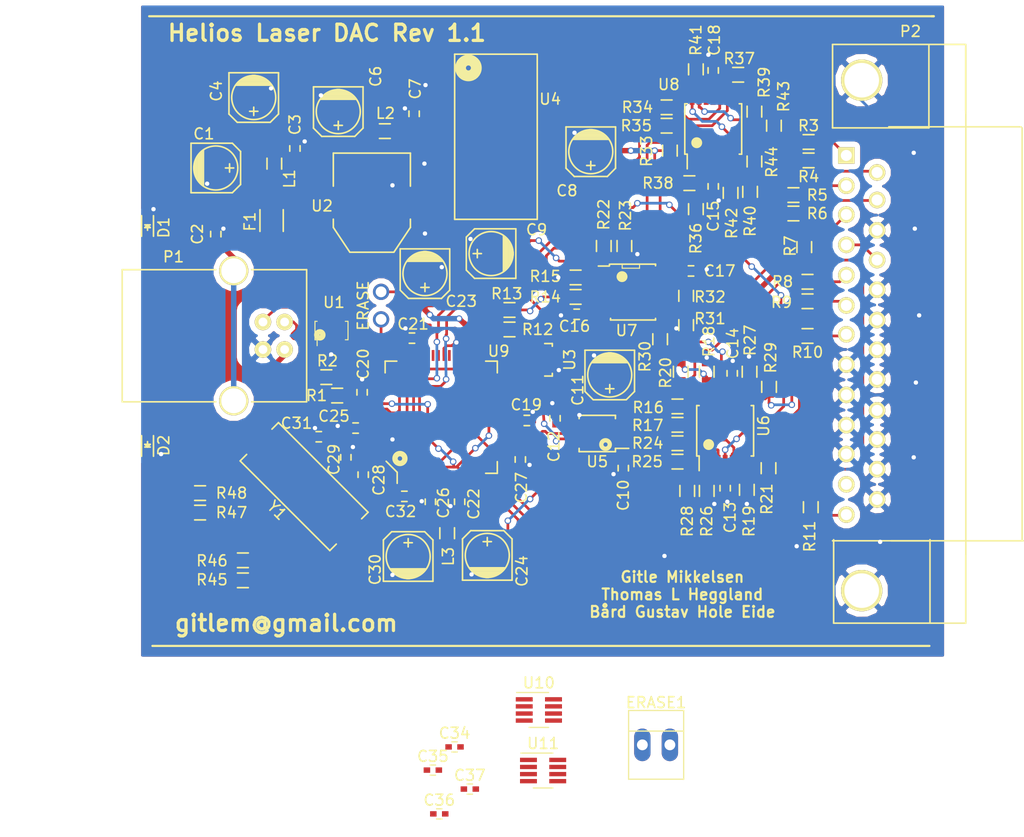
<source format=kicad_pcb>
(kicad_pcb (version 4) (host pcbnew 4.0.6)
  (layers (0 F.Cu signal) (31 B.Cu signal) (34 B.Paste user) (35 F.Paste user) (36 B.SilkS user) (37 F.SilkS user) (38 B.Mask user) (39 F.Mask user) (44 Edge.Cuts user))
  (net 0 "")
  (net 1 "Net-(C1-Pad1)")
  (net 2 GND)
  (net 3 "Net-(C2-Pad1)")
  (net 4 "Net-(C7-Pad1)")
  (net 5 /Microcontroller/VDDOUT)
  (net 6 /Microcontroller/VDDPLL)
  (net 7 /Microcontroller/XIN)
  (net 8 /Microcontroller/XOUT)
  (net 9 "Net-(D1-Pad2)")
  (net 10 "Net-(D2-Pad2)")
  (net 11 /D-)
  (net 12 /D+)
  (net 13 "Net-(P2-Pad1)")
  (net 14 "Net-(P2-Pad2)")
  (net 15 "Net-(P2-Pad3)")
  (net 16 /Interlock)
  (net 17 "Net-(P2-Pad5)")
  (net 18 "Net-(P2-Pad6)")
  (net 19 "Net-(P2-Pad7)")
  (net 20 "Net-(P2-Pad13)")
  (net 21 "Net-(P2-Pad14)")
  (net 22 "Net-(P2-Pad15)")
  (net 23 /Microcontroller/ERASE)
  (net 24 /Microcontroller/D+)
  (net 25 /Microcontroller/D-)
  (net 26 "Net-(R14-Pad2)")
  (net 27 "Net-(R16-Pad1)")
  (net 28 "Net-(R17-Pad1)")
  (net 29 "Net-(R22-Pad1)")
  (net 30 /Amplifiers/Offset)
  (net 31 "Net-(R24-Pad1)")
  (net 32 "Net-(R25-Pad1)")
  (net 33 "Net-(R30-Pad1)")
  (net 34 "Net-(R31-Pad2)")
  (net 35 "Net-(R35-Pad1)")
  (net 36 /Amplifiers/X)
  (net 37 "Net-(R36-Pad1)")
  (net 38 /Amplifiers/Y)
  (net 39 "Net-(R39-Pad1)")
  (net 40 "Net-(R40-Pad1)")
  (net 41 "Net-(R41-Pad1)")
  (net 42 "Net-(R42-Pad1)")
  (net 43 /Microcontroller/PA23)
  (net 44 /Microcontroller/PA22)
  (net 45 /DAC/Din)
  (net 46 /DAC/SCLK)
  (net 47 "Net-(R18-Pad1)")
  (net 48 "Net-(R19-Pad1)")
  (net 49 "Net-(R26-Pad1)")
  (net 50 "Net-(R27-Pad1)")
  (net 51 /VCC)
  (net 52 /+9V)
  (net 53 /-9V)
  (net 54 /3.3V)
  (net 55 /2.5V)
  (net 56 /+X)
  (net 57 /-X)
  (net 58 /+Y)
  (net 59 /-Y)
  (net 60 /+Int)
  (net 61 /+R)
  (net 62 /+G)
  (net 63 /+B)
  (net 64 /Shutter_Out)
  (net 65 /R)
  (net 66 /B)
  (net 67 /G)
  (net 68 /Int)
  (net 69 /Shutter)
  (net 70 /DAC/!SYNC-Quad)
  (net 71 /DAC/!SYNC-X)
  (net 72 /DAC/!SYNC-Y)
  (net 73 /DAC/X_SCALING)
  (net 74 /DAC/Y_SCALING)
  (module Fiducials:Fiducial_1mm_Dia_2.54mm_Outer_CopperTop (layer F.Cu) (at 104.35 108.45)
    (fp_text reference REF** hide)
    (fp_text value Fiducial_1mm_Dia_2.54mm_Outer_CopperTop)
    (pad ~ smd circle (at 0 0) (size 1 1) (layers F.Cu F.Mask) (clearance 0.77))
  )
  (module Fiducials:Fiducial_1mm_Dia_2.54mm_Outer_CopperTop (layer F.Cu) (at 142.25 106.05)
    (fp_text reference REF** hide)
    (fp_text value Fiducial_1mm_Dia_2.54mm_Outer_CopperTop)
    (pad ~ smd circle (at 0 0) (size 1 1) (layers F.Cu F.Mask) (clearance 0.77))
  )
  (module Connect:PINHEAD1-2 (layer F.Cu) (at 122.65 128.2 90)
    (fp_text reference ERASE (at 0 -1.65 270) (layer F.SilkS))
    (fp_text value CONN_01X02)
    (pad 1 thru_hole circle (at -1.27 0 90) (size 1.50622 1.50622) (drill 0.99822) (layers *.Cu *.Mask) (net 23 /Microcontroller/ERASE))
    (pad 2 thru_hole circle (at 1.27 0 90) (size 1.50622 1.50622) (drill 0.99822) (layers *.Cu *.Mask))
  )
  (module Resistors_SMD:R_0603 (layer F.Cu) (at 150.8 127.3 270)
    (fp_text reference R32 (at 0.1 -2.2 540) (layer F.SilkS))
    (fp_text value 5.11k)
    (pad 1 smd rect (at -0.75 0 270) (size 0.5 0.9) (layers F.Cu F.Paste F.Mask) (net 64 /Shutter_Out))
    (pad 2 smd rect (at 0.75 0 270) (size 0.5 0.9) (layers F.Cu F.Paste F.Mask) (net 34 "Net-(R31-Pad2)"))
  )
  (module TO_SOT_Packages_SMD:SOT-223 (layer F.Cu) (at 121.8 118.7 180)
    (fp_text reference U2 (at 4.6 -0.3 180) (layer F.SilkS))
    (fp_text value AP2114)
    (pad 2 smd rect (at 0 -3.302 180) (size 3.6576 2.032) (layers F.Cu F.Paste F.Mask) (net 54 /3.3V))
    (pad 2 smd rect (at 0 3.302 180) (size 1.016 2.032) (layers F.Cu F.Paste F.Mask) (net 54 /3.3V))
    (pad 3 smd rect (at 2.286 3.302 180) (size 1.016 2.032) (layers F.Cu F.Paste F.Mask) (net 51 /VCC))
    (pad 1 smd rect (at -2.286 3.302 180) (size 1.016 2.032) (layers F.Cu F.Paste F.Mask) (net 2 GND))
  )
  (module Capacitors_SMD:C_0402 (layer F.Cu) (at 107.4 121.6 90)
    (fp_text reference C2 (at 0 -1.7 90) (layer F.SilkS))
    (fp_text value 100nF)
    (pad 1 smd rect (at -0.55 0 90) (size 0.6 0.5) (layers F.Cu F.Paste F.Mask) (net 3 "Net-(C2-Pad1)"))
    (pad 2 smd rect (at 0.55 0 90) (size 0.6 0.5) (layers F.Cu F.Paste F.Mask) (net 2 GND))
  )
  (module Capacitors_SMD:C_0402 (layer F.Cu) (at 114.7 113.7 90)
    (fp_text reference C3 (at 2.2 0 90) (layer F.SilkS))
    (fp_text value 100nF)
    (pad 1 smd rect (at -0.55 0 90) (size 0.6 0.5) (layers F.Cu F.Paste F.Mask) (net 51 /VCC))
    (pad 2 smd rect (at 0.55 0 90) (size 0.6 0.5) (layers F.Cu F.Paste F.Mask) (net 2 GND))
  )
  (module Capacitors_SMD:C_0402 (layer F.Cu) (at 125.7 110.5 90)
    (fp_text reference C7 (at 2.3 0.1 90) (layer F.SilkS))
    (fp_text value 100nF)
    (pad 1 smd rect (at -0.55 0 90) (size 0.6 0.5) (layers F.Cu F.Paste F.Mask) (net 4 "Net-(C7-Pad1)"))
    (pad 2 smd rect (at 0.55 0 90) (size 0.6 0.5) (layers F.Cu F.Paste F.Mask) (net 2 GND))
  )
  (module Capacitors_SMD:C_0402 (layer F.Cu) (at 145 143.2 270)
    (fp_text reference C10 (at 2.5 0 270) (layer F.SilkS))
    (fp_text value 100nF)
    (pad 1 smd rect (at -0.55 0 270) (size 0.6 0.5) (layers F.Cu F.Paste F.Mask) (net 54 /3.3V))
    (pad 2 smd rect (at 0.55 0 270) (size 0.6 0.5) (layers F.Cu F.Paste F.Mask) (net 2 GND))
  )
  (module Capacitors_SMD:C_0402 (layer F.Cu) (at 138.7 138.6 270)
    (fp_text reference C12 (at 2.6 0.1 270) (layer F.SilkS))
    (fp_text value 13pF)
    (pad 1 smd rect (at -0.55 0 270) (size 0.6 0.5) (layers F.Cu F.Paste F.Mask) (net 2 GND))
    (pad 2 smd rect (at 0.55 0 270) (size 0.6 0.5) (layers F.Cu F.Paste F.Mask) (net 55 /2.5V))
  )
  (module Capacitors_SMD:C_0402 (layer F.Cu) (at 154.4 145.05 90)
    (fp_text reference C13 (at -2.7 0.45 90) (layer F.SilkS))
    (fp_text value 100nF)
    (pad 1 smd rect (at -0.55 0 90) (size 0.6 0.5) (layers F.Cu F.Paste F.Mask) (net 2 GND))
    (pad 2 smd rect (at 0.55 0 90) (size 0.6 0.5) (layers F.Cu F.Paste F.Mask) (net 52 /+9V))
  )
  (module Capacitors_SMD:C_0402 (layer F.Cu) (at 155.05 134.45 270)
    (fp_text reference C14 (at -2.75 -0.05 270) (layer F.SilkS))
    (fp_text value 100nF)
    (pad 1 smd rect (at -0.55 0 270) (size 0.6 0.5) (layers F.Cu F.Paste F.Mask) (net 2 GND))
    (pad 2 smd rect (at 0.55 0 270) (size 0.6 0.5) (layers F.Cu F.Paste F.Mask) (net 53 /-9V))
  )
  (module Capacitors_SMD:C_0402 (layer F.Cu) (at 153.3 117.2 90)
    (fp_text reference C15 (at -2.75 0 90) (layer F.SilkS))
    (fp_text value 100nF)
    (pad 1 smd rect (at -0.55 0 90) (size 0.6 0.5) (layers F.Cu F.Paste F.Mask) (net 2 GND))
    (pad 2 smd rect (at 0.55 0 90) (size 0.6 0.5) (layers F.Cu F.Paste F.Mask) (net 52 /+9V))
  )
  (module Capacitors_SMD:C_0402 (layer F.Cu) (at 140.7 129)
    (fp_text reference C16 (at -0.2 1.1) (layer F.SilkS))
    (fp_text value 100nF)
    (pad 1 smd rect (at -0.55 0) (size 0.6 0.5) (layers F.Cu F.Paste F.Mask) (net 2 GND))
    (pad 2 smd rect (at 0.55 0) (size 0.6 0.5) (layers F.Cu F.Paste F.Mask) (net 53 /-9V))
  )
  (module Capacitors_SMD:C_0402 (layer F.Cu) (at 151.25 125 180)
    (fp_text reference C17 (at -2.65 0 180) (layer F.SilkS))
    (fp_text value 100nF)
    (pad 1 smd rect (at -0.55 0 180) (size 0.6 0.5) (layers F.Cu F.Paste F.Mask) (net 2 GND))
    (pad 2 smd rect (at 0.55 0 180) (size 0.6 0.5) (layers F.Cu F.Paste F.Mask) (net 52 /+9V))
  )
  (module Capacitors_SMD:C_0402 (layer F.Cu) (at 153.3 106.5 270)
    (fp_text reference C18 (at -2.8 -0.1 270) (layer F.SilkS))
    (fp_text value 100nF)
    (pad 1 smd rect (at -0.55 0 270) (size 0.6 0.5) (layers F.Cu F.Paste F.Mask) (net 2 GND))
    (pad 2 smd rect (at 0.55 0 270) (size 0.6 0.5) (layers F.Cu F.Paste F.Mask) (net 53 /-9V))
  )
  (module Capacitors_SMD:C_0402 (layer F.Cu) (at 136.1 138.8)
    (fp_text reference C19 (at -0.05 -1.45) (layer F.SilkS))
    (fp_text value 100nF)
    (pad 1 smd rect (at -0.55 0) (size 0.6 0.5) (layers F.Cu F.Paste F.Mask) (net 5 /Microcontroller/VDDOUT))
    (pad 2 smd rect (at 0.55 0) (size 0.6 0.5) (layers F.Cu F.Paste F.Mask) (net 2 GND))
  )
  (module Capacitors_SMD:C_0402 (layer F.Cu) (at 120.9 136.2 90)
    (fp_text reference C20 (at 2.6 0.1 90) (layer F.SilkS))
    (fp_text value 100nF)
    (pad 1 smd rect (at -0.55 0 90) (size 0.6 0.5) (layers F.Cu F.Paste F.Mask) (net 5 /Microcontroller/VDDOUT))
    (pad 2 smd rect (at 0.55 0 90) (size 0.6 0.5) (layers F.Cu F.Paste F.Mask) (net 2 GND))
  )
  (module Capacitors_SMD:C_0402 (layer F.Cu) (at 125.5 131.2 180)
    (fp_text reference C21 (at -0.1 1.3 180) (layer F.SilkS))
    (fp_text value 100nF)
    (pad 1 smd rect (at -0.55 0 180) (size 0.6 0.5) (layers F.Cu F.Paste F.Mask) (net 54 /3.3V))
    (pad 2 smd rect (at 0.55 0 180) (size 0.6 0.5) (layers F.Cu F.Paste F.Mask) (net 2 GND))
  )
  (module Capacitors_SMD:C_0402 (layer F.Cu) (at 129.9 146.3 270)
    (fp_text reference C22 (at 0.2 -1.3 270) (layer F.SilkS))
    (fp_text value 100nF)
    (pad 1 smd rect (at -0.55 0 270) (size 0.6 0.5) (layers F.Cu F.Paste F.Mask) (net 5 /Microcontroller/VDDOUT))
    (pad 2 smd rect (at 0.55 0 270) (size 0.6 0.5) (layers F.Cu F.Paste F.Mask) (net 2 GND))
  )
  (module Capacitors_SMD:C_0402 (layer F.Cu) (at 120.3 139.5 180)
    (fp_text reference C25 (at 2 1.1 180) (layer F.SilkS))
    (fp_text value 100nF)
    (pad 1 smd rect (at -0.55 0 180) (size 0.6 0.5) (layers F.Cu F.Paste F.Mask) (net 54 /3.3V))
    (pad 2 smd rect (at 0.55 0 180) (size 0.6 0.5) (layers F.Cu F.Paste F.Mask) (net 2 GND))
  )
  (module Capacitors_SMD:C_0402 (layer F.Cu) (at 127.2 146.3 270)
    (fp_text reference C26 (at 0.1 -1.2 270) (layer F.SilkS))
    (fp_text value 100nF)
    (pad 1 smd rect (at -0.55 0 270) (size 0.6 0.5) (layers F.Cu F.Paste F.Mask) (net 54 /3.3V))
    (pad 2 smd rect (at 0.55 0 270) (size 0.6 0.5) (layers F.Cu F.Paste F.Mask) (net 2 GND))
  )
  (module Capacitors_SMD:C_0402 (layer F.Cu) (at 135.5 142.4 270)
    (fp_text reference C27 (at 2.6 -0.1 270) (layer F.SilkS))
    (fp_text value 100nF)
    (pad 1 smd rect (at -0.55 0 270) (size 0.6 0.5) (layers F.Cu F.Paste F.Mask) (net 54 /3.3V))
    (pad 2 smd rect (at 0.55 0 270) (size 0.6 0.5) (layers F.Cu F.Paste F.Mask) (net 2 GND))
  )
  (module Capacitors_SMD:C_0402 (layer F.Cu) (at 121 143.8 270)
    (fp_text reference C28 (at 0.5 -1.45 270) (layer F.SilkS))
    (fp_text value 100nF)
    (pad 1 smd rect (at -0.55 0 270) (size 0.6 0.5) (layers F.Cu F.Paste F.Mask) (net 6 /Microcontroller/VDDPLL))
    (pad 2 smd rect (at 0.55 0 270) (size 0.6 0.5) (layers F.Cu F.Paste F.Mask) (net 2 GND))
  )
  (module Capacitors_SMD:C_0402 (layer F.Cu) (at 119.4 142.2 90)
    (fp_text reference C29 (at -0.2 -1.1 90) (layer F.SilkS))
    (fp_text value 13pF)
    (pad 1 smd rect (at -0.55 0 90) (size 0.6 0.5) (layers F.Cu F.Paste F.Mask) (net 7 /Microcontroller/XIN))
    (pad 2 smd rect (at 0.55 0 90) (size 0.6 0.5) (layers F.Cu F.Paste F.Mask) (net 2 GND))
  )
  (module Capacitors_SMD:C_0402 (layer F.Cu) (at 116.9 140.3 180)
    (fp_text reference C31 (at 2.05 1.25 180) (layer F.SilkS))
    (fp_text value 13pF)
    (pad 1 smd rect (at -0.55 0 180) (size 0.6 0.5) (layers F.Cu F.Paste F.Mask) (net 8 /Microcontroller/XOUT))
    (pad 2 smd rect (at 0.55 0 180) (size 0.6 0.5) (layers F.Cu F.Paste F.Mask) (net 2 GND))
  )
  (module Capacitors_SMD:C_0402 (layer F.Cu) (at 124.8 145.8)
    (fp_text reference C32 (at -0.35 1.4) (layer F.SilkS))
    (fp_text value 13pF)
    (pad 1 smd rect (at -0.55 0) (size 0.6 0.5) (layers F.Cu F.Paste F.Mask) (net 55 /2.5V))
    (pad 2 smd rect (at 0.55 0) (size 0.6 0.5) (layers F.Cu F.Paste F.Mask) (net 2 GND))
  )
  (module LEDs:LED_0603 (layer F.Cu) (at 101.1 121 270)
    (fp_text reference D1 (at 0 -1.5 270) (layer F.SilkS))
    (fp_text value Led_Small)
    (pad 2 smd rect (at 0.7493 0 90) (size 0.79756 0.79756) (layers F.Cu F.Paste F.Mask) (net 9 "Net-(D1-Pad2)"))
    (pad 1 smd rect (at -0.7493 0 90) (size 0.79756 0.79756) (layers F.Cu F.Paste F.Mask) (net 2 GND))
  )
  (module LEDs:LED_0603 (layer F.Cu) (at 101.1 141 90)
    (fp_text reference D2 (at -0.1 1.5 90) (layer F.SilkS))
    (fp_text value Led_Small)
    (pad 2 smd rect (at 0.7493 0 270) (size 0.79756 0.79756) (layers F.Cu F.Paste F.Mask) (net 10 "Net-(D2-Pad2)"))
    (pad 1 smd rect (at -0.7493 0 270) (size 0.79756 0.79756) (layers F.Cu F.Paste F.Mask) (net 2 GND))
  )
  (module Resistors_SMD:R_1206 (layer F.Cu) (at 112.55 120.35 90)
    (fp_text reference F1 (at -0.1 -2 90) (layer F.SilkS))
    (fp_text value F_Small)
    (pad 1 smd rect (at -1.45 0 90) (size 0.9 1.7) (layers F.Cu F.Paste F.Mask) (net 3 "Net-(C2-Pad1)"))
    (pad 2 smd rect (at 1.45 0 90) (size 0.9 1.7) (layers F.Cu F.Paste F.Mask) (net 1 "Net-(C1-Pad1)"))
  )
  (module Resistors_SMD:R_0603 (layer F.Cu) (at 112.8 115.1 90)
    (fp_text reference L1 (at -1.4 1.4 90) (layer F.SilkS))
    (fp_text value FILTER)
    (pad 1 smd rect (at -0.75 0 90) (size 0.5 0.9) (layers F.Cu F.Paste F.Mask) (net 1 "Net-(C1-Pad1)"))
    (pad 2 smd rect (at 0.75 0 90) (size 0.5 0.9) (layers F.Cu F.Paste F.Mask) (net 51 /VCC))
  )
  (module Resistors_SMD:R_0603 (layer F.Cu) (at 123 112.1)
    (fp_text reference L2 (at 0.05 -1.65) (layer F.SilkS))
    (fp_text value FILTER)
    (pad 1 smd rect (at -0.75 0) (size 0.5 0.9) (layers F.Cu F.Paste F.Mask) (net 51 /VCC))
    (pad 2 smd rect (at 0.75 0) (size 0.5 0.9) (layers F.Cu F.Paste F.Mask) (net 4 "Net-(C7-Pad1)"))
  )
  (module Resistors_SMD:R_0603 (layer F.Cu) (at 128.75 149.2 270)
    (fp_text reference L3 (at 2.15 -0.1 270) (layer F.SilkS))
    (fp_text value FILTER)
    (pad 1 smd rect (at -0.75 0 270) (size 0.5 0.9) (layers F.Cu F.Paste F.Mask) (net 5 /Microcontroller/VDDOUT))
    (pad 2 smd rect (at 0.75 0 270) (size 0.5 0.9) (layers F.Cu F.Paste F.Mask) (net 6 /Microcontroller/VDDPLL))
  )
  (module Connect:USB_B (layer F.Cu) (at 113.75 132.25 180)
    (fp_text reference P1 (at 10.25 8.55 180) (layer F.SilkS))
    (fp_text value USB_B)
    (pad 2 thru_hole circle (at 0 2.54 90) (size 1.524 1.524) (drill 0.8128) (layers *.Cu *.Mask F.SilkS) (net 11 /D-))
    (pad 1 thru_hole circle (at 0 0 90) (size 1.524 1.524) (drill 0.8128) (layers *.Cu *.Mask F.SilkS) (net 3 "Net-(C2-Pad1)"))
    (pad 4 thru_hole circle (at 1.99898 0 90) (size 1.524 1.524) (drill 0.8128) (layers *.Cu *.Mask F.SilkS) (net 2 GND))
    (pad 3 thru_hole circle (at 1.99898 2.54 90) (size 1.524 1.524) (drill 0.8128) (layers *.Cu *.Mask F.SilkS) (net 12 /D+))
    (pad 5 thru_hole circle (at 4.699 7.26948 90) (size 2.70002 2.70002) (drill 2.30124) (layers *.Cu *.Mask F.SilkS) (net 2 GND))
    (pad 5 thru_hole circle (at 4.699 -4.72948 90) (size 2.70002 2.70002) (drill 2.30124) (layers *.Cu *.Mask F.SilkS) (net 2 GND))
  )
  (module personal:DB25 (layer F.Cu) (at 167 154.5 90)
    (fp_text reference P2 (at 51.6 4.5 360) (layer F.SilkS))
    (fp_text value CONN_01X25-SHIELD)
    (pad 26 thru_hole circle (at 0 0 270) (size 3.81 3.81) (drill 3.19) (layers *.Cu *.Mask F.SilkS) (net 2 GND))
    (pad 26 thru_hole circle (at 47.1 0 270) (size 3.81 3.81) (drill 3.19) (layers *.Cu *.Mask F.SilkS) (net 2 GND))
    (pad 1 thru_hole rect (at 40.16 -1.42 270) (size 1.524 1.524) (drill 1.016) (layers *.Cu *.Mask F.SilkS) (net 13 "Net-(P2-Pad1)"))
    (pad 2 thru_hole circle (at 37.366 -1.42 270) (size 1.524 1.524) (drill 1.016) (layers *.Cu *.Mask F.SilkS) (net 14 "Net-(P2-Pad2)"))
    (pad 3 thru_hole circle (at 34.699 -1.42 270) (size 1.524 1.524) (drill 1.016) (layers *.Cu *.Mask F.SilkS) (net 15 "Net-(P2-Pad3)"))
    (pad 4 thru_hole circle (at 31.905 -1.42 270) (size 1.524 1.524) (drill 1.016) (layers *.Cu *.Mask F.SilkS) (net 16 /Interlock))
    (pad 5 thru_hole circle (at 29.111 -1.42 270) (size 1.524 1.524) (drill 1.016) (layers *.Cu *.Mask F.SilkS) (net 17 "Net-(P2-Pad5)"))
    (pad 6 thru_hole circle (at 26.317 -1.42 270) (size 1.524 1.524) (drill 1.016) (layers *.Cu *.Mask F.SilkS) (net 18 "Net-(P2-Pad6)"))
    (pad 7 thru_hole circle (at 23.65 -1.42 270) (size 1.524 1.524) (drill 1.016) (layers *.Cu *.Mask F.SilkS) (net 19 "Net-(P2-Pad7)"))
    (pad 8 thru_hole circle (at 20.856 -1.42 270) (size 1.524 1.524) (drill 1.016) (layers *.Cu *.Mask F.SilkS) (net 2 GND))
    (pad 9 thru_hole circle (at 18.062 -1.42 270) (size 1.524 1.524) (drill 1.016) (layers *.Cu *.Mask F.SilkS) (net 2 GND))
    (pad 10 thru_hole circle (at 15.268 -1.42 270) (size 1.524 1.524) (drill 1.016) (layers *.Cu *.Mask F.SilkS) (net 2 GND))
    (pad 11 thru_hole circle (at 12.601 -1.42 270) (size 1.524 1.524) (drill 1.016) (layers *.Cu *.Mask F.SilkS) (net 2 GND))
    (pad 12 thru_hole circle (at 9.807 -1.42 270) (size 1.524 1.524) (drill 1.016) (layers *.Cu *.Mask F.SilkS))
    (pad 13 thru_hole circle (at 7.013 -1.42 270) (size 1.524 1.524) (drill 1.016) (layers *.Cu *.Mask F.SilkS) (net 20 "Net-(P2-Pad13)"))
    (pad 14 thru_hole circle (at 38.5852 1.42 270) (size 1.524 1.524) (drill 1.016) (layers *.Cu *.Mask F.SilkS) (net 21 "Net-(P2-Pad14)"))
    (pad 15 thru_hole circle (at 36.0452 1.42 270) (size 1.524 1.524) (drill 1.016) (layers *.Cu *.Mask F.SilkS) (net 22 "Net-(P2-Pad15)"))
    (pad 16 thru_hole circle (at 33.2512 1.42 270) (size 1.524 1.524) (drill 1.016) (layers *.Cu *.Mask F.SilkS) (net 2 GND))
    (pad 17 thru_hole circle (at 30.508 1.42 270) (size 1.524 1.524) (drill 1.016) (layers *.Cu *.Mask F.SilkS) (net 16 /Interlock))
    (pad 18 thru_hole circle (at 27.7648 1.42 270) (size 1.524 1.524) (drill 1.016) (layers *.Cu *.Mask F.SilkS) (net 2 GND))
    (pad 19 thru_hole circle (at 24.9708 1.42 270) (size 1.524 1.524) (drill 1.016) (layers *.Cu *.Mask F.SilkS) (net 2 GND))
    (pad 20 thru_hole circle (at 22.2276 1.42 270) (size 1.524 1.524) (drill 1.016) (layers *.Cu *.Mask F.SilkS) (net 2 GND))
    (pad 21 thru_hole circle (at 19.4844 1.42 270) (size 1.524 1.524) (drill 1.016) (layers *.Cu *.Mask F.SilkS) (net 2 GND))
    (pad 22 thru_hole circle (at 16.6396 1.42 270) (size 1.524 1.524) (drill 1.016) (layers *.Cu *.Mask F.SilkS) (net 2 GND))
    (pad 23 thru_hole circle (at 13.9472 1.42 270) (size 1.524 1.524) (drill 1.016) (layers *.Cu *.Mask F.SilkS) (net 2 GND))
    (pad 24 thru_hole circle (at 11.204 1.42 270) (size 1.524 1.524) (drill 1.016) (layers *.Cu *.Mask F.SilkS) (net 2 GND))
    (pad 25 thru_hole circle (at 8.41 1.42 270) (size 1.524 1.524) (drill 1.016) (layers *.Cu *.Mask F.SilkS) (net 2 GND))
  )
  (module Resistors_SMD:R_0603 (layer F.Cu) (at 118.6 136.5)
    (fp_text reference R1 (at -1.9 0) (layer F.SilkS))
    (fp_text value 27)
    (pad 1 smd rect (at -0.75 0) (size 0.5 0.9) (layers F.Cu F.Paste F.Mask) (net 24 /Microcontroller/D+))
    (pad 2 smd rect (at 0.75 0) (size 0.5 0.9) (layers F.Cu F.Paste F.Mask) (net 12 /D+))
  )
  (module Resistors_SMD:R_0603 (layer F.Cu) (at 117.6 134.8 180)
    (fp_text reference R2 (at -0.1 1.5 180) (layer F.SilkS))
    (fp_text value 27)
    (pad 1 smd rect (at -0.75 0 180) (size 0.5 0.9) (layers F.Cu F.Paste F.Mask) (net 25 /Microcontroller/D-))
    (pad 2 smd rect (at 0.75 0 180) (size 0.5 0.9) (layers F.Cu F.Paste F.Mask) (net 11 /D-))
  )
  (module Resistors_SMD:R_0603 (layer F.Cu) (at 162.1 113.1 180)
    (fp_text reference R3 (at 0 1.5 180) (layer F.SilkS))
    (fp_text value 150)
    (pad 1 smd rect (at -0.75 0 180) (size 0.5 0.9) (layers F.Cu F.Paste F.Mask) (net 13 "Net-(P2-Pad1)"))
    (pad 2 smd rect (at 0.75 0 180) (size 0.5 0.9) (layers F.Cu F.Paste F.Mask) (net 56 /+X))
  )
  (module Resistors_SMD:R_0603 (layer F.Cu) (at 162.1 114.8 180)
    (fp_text reference R4 (at 0 -1.5 180) (layer F.SilkS))
    (fp_text value 150)
    (pad 1 smd rect (at -0.75 0 180) (size 0.5 0.9) (layers F.Cu F.Paste F.Mask) (net 21 "Net-(P2-Pad14)"))
    (pad 2 smd rect (at 0.75 0 180) (size 0.5 0.9) (layers F.Cu F.Paste F.Mask) (net 57 /-X))
  )
  (module Resistors_SMD:R_0603 (layer F.Cu) (at 160.7 118 180)
    (fp_text reference R5 (at -2.2 0 180) (layer F.SilkS))
    (fp_text value 150)
    (pad 1 smd rect (at -0.75 0 180) (size 0.5 0.9) (layers F.Cu F.Paste F.Mask) (net 14 "Net-(P2-Pad2)"))
    (pad 2 smd rect (at 0.75 0 180) (size 0.5 0.9) (layers F.Cu F.Paste F.Mask) (net 58 /+Y))
  )
  (module Resistors_SMD:R_0603 (layer F.Cu) (at 160.7 119.7 180)
    (fp_text reference R6 (at -2.2 0 180) (layer F.SilkS))
    (fp_text value 150)
    (pad 1 smd rect (at -0.75 0 180) (size 0.5 0.9) (layers F.Cu F.Paste F.Mask) (net 22 "Net-(P2-Pad15)"))
    (pad 2 smd rect (at 0.75 0 180) (size 0.5 0.9) (layers F.Cu F.Paste F.Mask) (net 59 /-Y))
  )
  (module Resistors_SMD:R_0603 (layer F.Cu) (at 161.7 122.8 270)
    (fp_text reference R7 (at -0.1 1.3 270) (layer F.SilkS))
    (fp_text value 150)
    (pad 1 smd rect (at -0.75 0 270) (size 0.5 0.9) (layers F.Cu F.Paste F.Mask) (net 15 "Net-(P2-Pad3)"))
    (pad 2 smd rect (at 0.75 0 270) (size 0.5 0.9) (layers F.Cu F.Paste F.Mask) (net 60 /+Int))
  )
  (module Resistors_SMD:R_0603 (layer F.Cu) (at 162 126 180)
    (fp_text reference R8 (at 2.3 0 180) (layer F.SilkS))
    (fp_text value 150)
    (pad 1 smd rect (at -0.75 0 180) (size 0.5 0.9) (layers F.Cu F.Paste F.Mask) (net 17 "Net-(P2-Pad5)"))
    (pad 2 smd rect (at 0.75 0 180) (size 0.5 0.9) (layers F.Cu F.Paste F.Mask) (net 61 /+R))
  )
  (module Resistors_SMD:R_0603 (layer F.Cu) (at 162 127.8 180)
    (fp_text reference R9 (at 2.4 -0.1 180) (layer F.SilkS))
    (fp_text value 150)
    (pad 1 smd rect (at -0.75 0 180) (size 0.5 0.9) (layers F.Cu F.Paste F.Mask) (net 18 "Net-(P2-Pad6)"))
    (pad 2 smd rect (at 0.75 0 180) (size 0.5 0.9) (layers F.Cu F.Paste F.Mask) (net 62 /+G))
  )
  (module Resistors_SMD:R_0603 (layer F.Cu) (at 162 131 180)
    (fp_text reference R10 (at 0 -1.5 180) (layer F.SilkS))
    (fp_text value 150)
    (pad 1 smd rect (at -0.75 0 180) (size 0.5 0.9) (layers F.Cu F.Paste F.Mask) (net 19 "Net-(P2-Pad7)"))
    (pad 2 smd rect (at 0.75 0 180) (size 0.5 0.9) (layers F.Cu F.Paste F.Mask) (net 63 /+B))
  )
  (module Resistors_SMD:R_0603 (layer F.Cu) (at 162.3 146.8 90)
    (fp_text reference R11 (at -2.7 -0.1 90) (layer F.SilkS))
    (fp_text value 150)
    (pad 1 smd rect (at -0.75 0 90) (size 0.5 0.9) (layers F.Cu F.Paste F.Mask) (net 20 "Net-(P2-Pad13)"))
    (pad 2 smd rect (at 0.75 0 90) (size 0.5 0.9) (layers F.Cu F.Paste F.Mask) (net 64 /Shutter_Out))
  )
  (module Resistors_SMD:R_0603 (layer F.Cu) (at 134.5 130.4)
    (fp_text reference R12 (at 2.6 0) (layer F.SilkS))
    (fp_text value 150)
    (pad 1 smd rect (at -0.75 0) (size 0.5 0.9) (layers F.Cu F.Paste F.Mask) (net 54 /3.3V))
    (pad 2 smd rect (at 0.75 0) (size 0.5 0.9) (layers F.Cu F.Paste F.Mask) (net 55 /2.5V))
  )
  (module Resistors_SMD:R_0603 (layer F.Cu) (at 134.5 128.6)
    (fp_text reference R13 (at -0.25 -1.5) (layer F.SilkS))
    (fp_text value 150)
    (pad 1 smd rect (at -0.75 0) (size 0.5 0.9) (layers F.Cu F.Paste F.Mask) (net 54 /3.3V))
    (pad 2 smd rect (at 0.75 0) (size 0.5 0.9) (layers F.Cu F.Paste F.Mask) (net 55 /2.5V))
  )
  (module Resistors_SMD:R_0603 (layer F.Cu) (at 140.6 127.4)
    (fp_text reference R14 (at -2.8 0) (layer F.SilkS))
    (fp_text value 10k)
    (pad 1 smd rect (at -0.75 0) (size 0.5 0.9) (layers F.Cu F.Paste F.Mask) (net 55 /2.5V))
    (pad 2 smd rect (at 0.75 0) (size 0.5 0.9) (layers F.Cu F.Paste F.Mask) (net 26 "Net-(R14-Pad2)"))
  )
  (module Resistors_SMD:R_0603 (layer F.Cu) (at 140.6 125.6 180)
    (fp_text reference R15 (at 2.8 0.1 180) (layer F.SilkS))
    (fp_text value 10k)
    (pad 1 smd rect (at -0.75 0 180) (size 0.5 0.9) (layers F.Cu F.Paste F.Mask) (net 26 "Net-(R14-Pad2)"))
    (pad 2 smd rect (at 0.75 0 180) (size 0.5 0.9) (layers F.Cu F.Paste F.Mask) (net 2 GND))
  )
  (module Resistors_SMD:R_0603 (layer F.Cu) (at 150 137.5 180)
    (fp_text reference R16 (at 2.7 -0.1 180) (layer F.SilkS))
    (fp_text value 5.11k)
    (pad 1 smd rect (at -0.75 0 180) (size 0.5 0.9) (layers F.Cu F.Paste F.Mask) (net 27 "Net-(R16-Pad1)"))
    (pad 2 smd rect (at 0.75 0 180) (size 0.5 0.9) (layers F.Cu F.Paste F.Mask) (net 65 /R))
  )
  (module Resistors_SMD:R_0603 (layer F.Cu) (at 150 140.9 180)
    (fp_text reference R17 (at 2.75 1.65 360) (layer F.SilkS))
    (fp_text value 5.11k)
    (pad 1 smd rect (at -0.75 0 180) (size 0.5 0.9) (layers F.Cu F.Paste F.Mask) (net 28 "Net-(R17-Pad1)"))
    (pad 2 smd rect (at 0.75 0 180) (size 0.5 0.9) (layers F.Cu F.Paste F.Mask) (net 66 /B))
  )
  (module Resistors_SMD:R_0603 (layer F.Cu) (at 152.7 134.3 90)
    (fp_text reference R18 (at 2.8 0.2 90) (layer F.SilkS))
    (fp_text value 10k)
    (pad 1 smd rect (at -0.75 0 90) (size 0.5 0.9) (layers F.Cu F.Paste F.Mask) (net 47 "Net-(R18-Pad1)"))
    (pad 2 smd rect (at 0.75 0 90) (size 0.5 0.9) (layers F.Cu F.Paste F.Mask) (net 2 GND))
  )
  (module Resistors_SMD:R_0603 (layer F.Cu) (at 156.4 145.2 270)
    (fp_text reference R19 (at 2.9 -0.2 270) (layer F.SilkS))
    (fp_text value 10k)
    (pad 1 smd rect (at -0.75 0 270) (size 0.5 0.9) (layers F.Cu F.Paste F.Mask) (net 48 "Net-(R19-Pad1)"))
    (pad 2 smd rect (at 0.75 0 270) (size 0.5 0.9) (layers F.Cu F.Paste F.Mask) (net 2 GND))
  )
  (module Resistors_SMD:R_0603 (layer F.Cu) (at 150.3 134.3 90)
    (fp_text reference R20 (at -0.1 -1.4 90) (layer F.SilkS))
    (fp_text value 10k)
    (pad 1 smd rect (at -0.75 0 90) (size 0.5 0.9) (layers F.Cu F.Paste F.Mask) (net 61 /+R))
    (pad 2 smd rect (at 0.75 0 90) (size 0.5 0.9) (layers F.Cu F.Paste F.Mask) (net 47 "Net-(R18-Pad1)"))
  )
  (module Resistors_SMD:R_0603 (layer F.Cu) (at 158.4 143.2 270)
    (fp_text reference R21 (at 2.85 0.15 270) (layer F.SilkS))
    (fp_text value 10k)
    (pad 1 smd rect (at -0.75 0 270) (size 0.5 0.9) (layers F.Cu F.Paste F.Mask) (net 63 /+B))
    (pad 2 smd rect (at 0.75 0 270) (size 0.5 0.9) (layers F.Cu F.Paste F.Mask) (net 48 "Net-(R19-Pad1)"))
  )
  (module Resistors_SMD:R_0603 (layer F.Cu) (at 143.2 122.7 90)
    (fp_text reference R22 (at 2.9 0 90) (layer F.SilkS))
    (fp_text value 1.65k)
    (pad 1 smd rect (at -0.75 0 90) (size 0.5 0.9) (layers F.Cu F.Paste F.Mask) (net 29 "Net-(R22-Pad1)"))
    (pad 2 smd rect (at 0.75 0 90) (size 0.5 0.9) (layers F.Cu F.Paste F.Mask) (net 30 /Amplifiers/Offset))
  )
  (module Resistors_SMD:R_0603 (layer F.Cu) (at 145.1 122.7 270)
    (fp_text reference R23 (at -2.8 -0.1 270) (layer F.SilkS))
    (fp_text value 10k)
    (pad 1 smd rect (at -0.75 0 270) (size 0.5 0.9) (layers F.Cu F.Paste F.Mask) (net 30 /Amplifiers/Offset))
    (pad 2 smd rect (at 0.75 0 270) (size 0.5 0.9) (layers F.Cu F.Paste F.Mask) (net 2 GND))
  )
  (module Resistors_SMD:R_0603 (layer F.Cu) (at 150 139.2 180)
    (fp_text reference R24 (at 2.75 -1.7 180) (layer F.SilkS))
    (fp_text value 5.11k)
    (pad 1 smd rect (at -0.75 0 180) (size 0.5 0.9) (layers F.Cu F.Paste F.Mask) (net 31 "Net-(R24-Pad1)"))
    (pad 2 smd rect (at 0.75 0 180) (size 0.5 0.9) (layers F.Cu F.Paste F.Mask) (net 67 /G))
  )
  (module Resistors_SMD:R_0603 (layer F.Cu) (at 150 142.6 180)
    (fp_text reference R25 (at 2.8 0 180) (layer F.SilkS))
    (fp_text value 5.11k)
    (pad 1 smd rect (at -0.75 0 180) (size 0.5 0.9) (layers F.Cu F.Paste F.Mask) (net 32 "Net-(R25-Pad1)"))
    (pad 2 smd rect (at 0.75 0 180) (size 0.5 0.9) (layers F.Cu F.Paste F.Mask) (net 68 /Int))
  )
  (module Resistors_SMD:R_0603 (layer F.Cu) (at 152.7 145.3 270)
    (fp_text reference R26 (at 2.8 0 270) (layer F.SilkS))
    (fp_text value 10k)
    (pad 1 smd rect (at -0.75 0 270) (size 0.5 0.9) (layers F.Cu F.Paste F.Mask) (net 49 "Net-(R26-Pad1)"))
    (pad 2 smd rect (at 0.75 0 270) (size 0.5 0.9) (layers F.Cu F.Paste F.Mask) (net 2 GND))
  )
  (module Resistors_SMD:R_0603 (layer F.Cu) (at 156.65 134.3 90)
    (fp_text reference R27 (at 2.9 0.05 90) (layer F.SilkS))
    (fp_text value 10k)
    (pad 1 smd rect (at -0.75 0 90) (size 0.5 0.9) (layers F.Cu F.Paste F.Mask) (net 50 "Net-(R27-Pad1)"))
    (pad 2 smd rect (at 0.75 0 90) (size 0.5 0.9) (layers F.Cu F.Paste F.Mask) (net 2 GND))
  )
  (module Resistors_SMD:R_0603 (layer F.Cu) (at 150.9 145.3 270)
    (fp_text reference R28 (at 2.8 0 450) (layer F.SilkS))
    (fp_text value 10k)
    (pad 1 smd rect (at -0.75 0 270) (size 0.5 0.9) (layers F.Cu F.Paste F.Mask) (net 60 /+Int))
    (pad 2 smd rect (at 0.75 0 270) (size 0.5 0.9) (layers F.Cu F.Paste F.Mask) (net 49 "Net-(R26-Pad1)"))
  )
  (module Resistors_SMD:R_0603 (layer F.Cu) (at 158.45 135.7 90)
    (fp_text reference R29 (at 2.7 0.15 90) (layer F.SilkS))
    (fp_text value 10k)
    (pad 1 smd rect (at -0.75 0 90) (size 0.5 0.9) (layers F.Cu F.Paste F.Mask) (net 62 /+G))
    (pad 2 smd rect (at 0.75 0 90) (size 0.5 0.9) (layers F.Cu F.Paste F.Mask) (net 50 "Net-(R27-Pad1)"))
  )
  (module Resistors_SMD:R_0603 (layer F.Cu) (at 148.4 131.3 270)
    (fp_text reference R30 (at 1.6 1.4 270) (layer F.SilkS))
    (fp_text value 5.11k)
    (pad 1 smd rect (at -0.75 0 270) (size 0.5 0.9) (layers F.Cu F.Paste F.Mask) (net 33 "Net-(R30-Pad1)"))
    (pad 2 smd rect (at 0.75 0 270) (size 0.5 0.9) (layers F.Cu F.Paste F.Mask) (net 69 /Shutter))
  )
  (module Resistors_SMD:R_0603 (layer F.Cu) (at 150.8 130 90)
    (fp_text reference R31 (at 0.6 2.2 180) (layer F.SilkS))
    (fp_text value 10k)
    (pad 1 smd rect (at -0.75 0 90) (size 0.5 0.9) (layers F.Cu F.Paste F.Mask) (net 2 GND))
    (pad 2 smd rect (at 0.75 0 90) (size 0.5 0.9) (layers F.Cu F.Paste F.Mask) (net 34 "Net-(R31-Pad2)"))
  )
  (module Resistors_SMD:R_0603 (layer F.Cu) (at 149.3 113.9 90)
    (fp_text reference R33 (at -0.05 -2.15 90) (layer F.SilkS))
    (fp_text value 1.65k)
    (pad 1 smd rect (at -0.75 0 90) (size 0.5 0.9) (layers F.Cu F.Paste F.Mask))
    (pad 2 smd rect (at 0.75 0 90) (size 0.5 0.9) (layers F.Cu F.Paste F.Mask) (net 30 /Amplifiers/Offset))
  )
  (module Resistors_SMD:R_0603 (layer F.Cu) (at 149 109.9 180)
    (fp_text reference R34 (at 2.7 0 180) (layer F.SilkS))
    (fp_text value 1.65k)
    (pad 1 smd rect (at -0.75 0 180) (size 0.5 0.9) (layers F.Cu F.Paste F.Mask))
    (pad 2 smd rect (at 0.75 0 180) (size 0.5 0.9) (layers F.Cu F.Paste F.Mask) (net 30 /Amplifiers/Offset))
  )
  (module Resistors_SMD:R_0603 (layer F.Cu) (at 149 111.6 180)
    (fp_text reference R35 (at 2.8 0 180) (layer F.SilkS))
    (fp_text value 1.65k)
    (pad 1 smd rect (at -0.75 0 180) (size 0.5 0.9) (layers F.Cu F.Paste F.Mask) (net 35 "Net-(R35-Pad1)"))
    (pad 2 smd rect (at 0.75 0 180) (size 0.5 0.9) (layers F.Cu F.Paste F.Mask) (net 36 /Amplifiers/X))
  )
  (module Resistors_SMD:R_0603 (layer F.Cu) (at 151.7 119.3 270)
    (fp_text reference R36 (at 2.7 0 270) (layer F.SilkS))
    (fp_text value 1.65k)
    (pad 1 smd rect (at -0.75 0 270) (size 0.5 0.9) (layers F.Cu F.Paste F.Mask) (net 37 "Net-(R36-Pad1)"))
    (pad 2 smd rect (at 0.75 0 270) (size 0.5 0.9) (layers F.Cu F.Paste F.Mask) (net 38 /Amplifiers/Y))
  )
  (module Resistors_SMD:R_0603 (layer F.Cu) (at 155.6 106.9 180)
    (fp_text reference R37 (at -0.1 1.5 360) (layer F.SilkS))
    (fp_text value 10k)
    (pad 1 smd rect (at -0.75 0 180) (size 0.5 0.9) (layers F.Cu F.Paste F.Mask) (net 57 /-X))
    (pad 2 smd rect (at 0.75 0 180) (size 0.5 0.9) (layers F.Cu F.Paste F.Mask) (net 35 "Net-(R35-Pad1)"))
  )
  (module Resistors_SMD:R_0603 (layer F.Cu) (at 151.1 116.9)
    (fp_text reference R38 (at -2.9 0) (layer F.SilkS))
    (fp_text value 10k)
    (pad 1 smd rect (at -0.75 0) (size 0.5 0.9) (layers F.Cu F.Paste F.Mask) (net 59 /-Y))
    (pad 2 smd rect (at 0.75 0) (size 0.5 0.9) (layers F.Cu F.Paste F.Mask) (net 37 "Net-(R36-Pad1)"))
  )
  (module Resistors_SMD:R_0603 (layer F.Cu) (at 157.1 110.3 90)
    (fp_text reference R39 (at 2.7 0.9 270) (layer F.SilkS))
    (fp_text value 10k)
    (pad 1 smd rect (at -0.75 0 90) (size 0.5 0.9) (layers F.Cu F.Paste F.Mask) (net 39 "Net-(R39-Pad1)"))
    (pad 2 smd rect (at 0.75 0 90) (size 0.5 0.9) (layers F.Cu F.Paste F.Mask) (net 57 /-X))
  )
  (module Resistors_SMD:R_0603 (layer F.Cu) (at 156.7 117.7 270)
    (fp_text reference R40 (at 2.7 0 270) (layer F.SilkS))
    (fp_text value 10k)
    (pad 1 smd rect (at -0.75 0 270) (size 0.5 0.9) (layers F.Cu F.Paste F.Mask) (net 40 "Net-(R40-Pad1)"))
    (pad 2 smd rect (at 0.75 0 270) (size 0.5 0.9) (layers F.Cu F.Paste F.Mask) (net 59 /-Y))
  )
  (module Resistors_SMD:R_0603 (layer F.Cu) (at 151.7 106.4 90)
    (fp_text reference R41 (at 2.7 0 270) (layer F.SilkS))
    (fp_text value 5.11k)
    (pad 1 smd rect (at -0.75 0 90) (size 0.5 0.9) (layers F.Cu F.Paste F.Mask) (net 41 "Net-(R41-Pad1)"))
    (pad 2 smd rect (at 0.75 0 90) (size 0.5 0.9) (layers F.Cu F.Paste F.Mask) (net 2 GND))
  )
  (module Resistors_SMD:R_0603 (layer F.Cu) (at 154.9 117.8 270)
    (fp_text reference R42 (at 2.8 -0.1 270) (layer F.SilkS))
    (fp_text value 5.11k)
    (pad 1 smd rect (at -0.75 0 270) (size 0.5 0.9) (layers F.Cu F.Paste F.Mask) (net 42 "Net-(R42-Pad1)"))
    (pad 2 smd rect (at 0.75 0 270) (size 0.5 0.9) (layers F.Cu F.Paste F.Mask) (net 2 GND))
  )
  (module Resistors_SMD:R_0603 (layer F.Cu) (at 158.9 111.6 90)
    (fp_text reference R43 (at 2.7 0.9 90) (layer F.SilkS))
    (fp_text value 10k)
    (pad 1 smd rect (at -0.75 0 90) (size 0.5 0.9) (layers F.Cu F.Paste F.Mask) (net 56 /+X))
    (pad 2 smd rect (at 0.75 0 90) (size 0.5 0.9) (layers F.Cu F.Paste F.Mask) (net 39 "Net-(R39-Pad1)"))
  )
  (module Resistors_SMD:R_0603 (layer F.Cu) (at 157.1 114.9 270)
    (fp_text reference R44 (at 0.05 -1.6 270) (layer F.SilkS))
    (fp_text value 10k)
    (pad 1 smd rect (at -0.75 0 270) (size 0.5 0.9) (layers F.Cu F.Paste F.Mask) (net 58 /+Y))
    (pad 2 smd rect (at 0.75 0 270) (size 0.5 0.9) (layers F.Cu F.Paste F.Mask) (net 40 "Net-(R40-Pad1)"))
  )
  (module Resistors_SMD:R_0603 (layer F.Cu) (at 109.9 153.55 180)
    (fp_text reference R45 (at 2.85 0.05 180) (layer F.SilkS))
    (fp_text value 1.65k)
    (pad 1 smd rect (at -0.75 0 180) (size 0.5 0.9) (layers F.Cu F.Paste F.Mask) (net 43 /Microcontroller/PA23))
    (pad 2 smd rect (at 0.75 0 180) (size 0.5 0.9) (layers F.Cu F.Paste F.Mask) (net 9 "Net-(D1-Pad2)"))
  )
  (module Resistors_SMD:R_0603 (layer F.Cu) (at 109.9 151.7 180)
    (fp_text reference R46 (at 2.85 -0.05 180) (layer F.SilkS))
    (fp_text value 1.65k)
    (pad 1 smd rect (at -0.75 0 180) (size 0.5 0.9) (layers F.Cu F.Paste F.Mask) (net 43 /Microcontroller/PA23))
    (pad 2 smd rect (at 0.75 0 180) (size 0.5 0.9) (layers F.Cu F.Paste F.Mask) (net 9 "Net-(D1-Pad2)"))
  )
  (module Resistors_SMD:R_0603 (layer F.Cu) (at 105.95 147.3 180)
    (fp_text reference R47 (at -2.9 0 180) (layer F.SilkS))
    (fp_text value 1.65k)
    (pad 1 smd rect (at -0.75 0 180) (size 0.5 0.9) (layers F.Cu F.Paste F.Mask) (net 44 /Microcontroller/PA22))
    (pad 2 smd rect (at 0.75 0 180) (size 0.5 0.9) (layers F.Cu F.Paste F.Mask) (net 10 "Net-(D2-Pad2)"))
  )
  (module Resistors_SMD:R_0603 (layer F.Cu) (at 105.95 145.5 180)
    (fp_text reference R48 (at -2.9 0 180) (layer F.SilkS))
    (fp_text value 1.65k)
    (pad 1 smd rect (at -0.75 0 180) (size 0.5 0.9) (layers F.Cu F.Paste F.Mask) (net 44 /Microcontroller/PA22))
    (pad 2 smd rect (at 0.75 0 180) (size 0.5 0.9) (layers F.Cu F.Paste F.Mask) (net 10 "Net-(D2-Pad2)"))
  )
  (module personal:SOT457 (layer F.Cu) (at 117.1 131.7 90)
    (fp_text reference U1 (at 3.8 1.2 180) (layer F.SilkS))
    (fp_text value IP4220CZ6)
    (pad 6 smd rect (at 2.4 0 90) (size 0.8 0.55) (layers F.Cu F.Paste F.Mask))
    (pad 5 smd rect (at 2.4 0.95 90) (size 0.8 0.55) (layers F.Cu F.Paste F.Mask) (net 51 /VCC))
    (pad 4 smd rect (at 2.4 1.9 90) (size 0.8 0.55) (layers F.Cu F.Paste F.Mask))
    (pad 3 smd rect (at 0 1.9 90) (size 0.8 0.55) (layers F.Cu F.Paste F.Mask) (net 12 /D+))
    (pad 2 smd rect (at 0 0.95 90) (size 0.8 0.55) (layers F.Cu F.Paste F.Mask) (net 2 GND))
    (pad 1 smd rect (at 0 0 90) (size 0.8 0.55) (layers F.Cu F.Paste F.Mask) (net 11 /D-))
  )
  (module TO_SOT_Packages_SMD:SOT-23 (layer F.Cu) (at 137.8 133.2 270)
    (fp_text reference U3 (at 0 -2.25 270) (layer F.SilkS))
    (fp_text value AN431B)
    (pad 1 smd rect (at -0.95 1.00076 270) (size 0.8001 0.8001) (layers F.Cu F.Paste F.Mask) (net 55 /2.5V))
    (pad 2 smd rect (at 0.95 1.00076 270) (size 0.8001 0.8001) (layers F.Cu F.Paste F.Mask) (net 55 /2.5V))
    (pad 3 smd rect (at 0 -0.99822 270) (size 0.8001 0.8001) (layers F.Cu F.Paste F.Mask) (net 2 GND))
  )
  (module personal:10-SMD-6 (layer F.Cu) (at 139.6 105 270)
    (fp_text reference U4 (at 4.15 1.35 360) (layer F.SilkS))
    (fp_text value ISA_DC-DC_converter)
    (pad 5 smd rect (at 12.7 10.16 270) (size 1 2.2) (drill (offset 0 1.1)) (layers F.Cu F.Paste F.Mask) (net 53 /-9V))
    (pad 4 smd rect (at 10.16 10.16 270) (size 1 2.2) (drill (offset 0 1.1)) (layers F.Cu F.Paste F.Mask) (net 2 GND))
    (pad 2 smd rect (at 5.08 10.16 270) (size 1 2.2) (drill (offset 0 1.1)) (layers F.Cu F.Paste F.Mask) (net 4 "Net-(C7-Pad1)"))
    (pad 1 smd rect (at 2.54 10.16 270) (size 1 2.2) (drill (offset 0 1.1)) (layers F.Cu F.Paste F.Mask) (net 2 GND))
    (pad 7 smd rect (at 10.16 2.54 270) (size 1 2.2) (drill (offset 0 -1.1)) (layers F.Cu F.Paste F.Mask) (net 52 /+9V))
    (pad 10 smd rect (at 2.54 2.54 270) (size 1 2.2) (drill (offset 0 -1.1)) (layers F.Cu F.Paste F.Mask))
  )
  (module personal:MSOP-10_3x3mm_Pitch0.5mm (layer F.Cu) (at 142.6 140 180)
    (fp_text reference U5 (at 0 -2.6 180) (layer F.SilkS))
    (fp_text value DAC084S085C)
    (pad 1 smd rect (at -2.2 -1 180) (size 1.4 0.3) (layers F.Cu F.Paste F.Mask) (net 54 /3.3V))
    (pad 2 smd rect (at -2.2 -0.5 180) (size 1.4 0.3) (layers F.Cu F.Paste F.Mask) (net 68 /Int))
    (pad 3 smd rect (at -2.2 0 180) (size 1.4 0.3) (layers F.Cu F.Paste F.Mask) (net 66 /B))
    (pad 4 smd rect (at -2.2 0.5 180) (size 1.4 0.3) (layers F.Cu F.Paste F.Mask) (net 67 /G))
    (pad 5 smd rect (at -2.2 1 180) (size 1.4 0.3) (layers F.Cu F.Paste F.Mask) (net 65 /R))
    (pad 6 smd rect (at 2.2 1 180) (size 1.4 0.3) (layers F.Cu F.Paste F.Mask) (net 2 GND))
    (pad 7 smd rect (at 2.2 0.5 180) (size 1.4 0.3) (layers F.Cu F.Paste F.Mask) (net 55 /2.5V))
    (pad 8 smd rect (at 2.2 0 180) (size 1.4 0.3) (layers F.Cu F.Paste F.Mask) (net 45 /DAC/Din))
    (pad 9 smd rect (at 2.2 -0.5 180) (size 1.4 0.3) (layers F.Cu F.Paste F.Mask) (net 70 /DAC/!SYNC-Quad))
    (pad 10 smd rect (at 2.2 -1 180) (size 1.4 0.3) (layers F.Cu F.Paste F.Mask) (net 46 /DAC/SCLK))
  )
  (module personal:TSSOP-14_4.4x5mm_Pitch0.65mm (layer F.Cu) (at 154.4 139.75 90)
    (fp_text reference U6 (at 0.45 3.55 90) (layer F.SilkS))
    (fp_text value TL084_v)
    (pad 1 smd rect (at -2.95 -1.95 90) (size 1.45 0.45) (layers F.Cu F.Paste F.Mask) (net 60 /+Int))
    (pad 2 smd rect (at -2.95 -1.3 90) (size 1.45 0.45) (layers F.Cu F.Paste F.Mask) (net 49 "Net-(R26-Pad1)"))
    (pad 3 smd rect (at -2.95 -0.65 90) (size 1.45 0.45) (layers F.Cu F.Paste F.Mask) (net 32 "Net-(R25-Pad1)"))
    (pad 4 smd rect (at -2.95 0 90) (size 1.45 0.45) (layers F.Cu F.Paste F.Mask) (net 52 /+9V))
    (pad 5 smd rect (at -2.95 0.65 90) (size 1.45 0.45) (layers F.Cu F.Paste F.Mask) (net 28 "Net-(R17-Pad1)"))
    (pad 6 smd rect (at -2.95 1.3 90) (size 1.45 0.45) (layers F.Cu F.Paste F.Mask) (net 48 "Net-(R19-Pad1)"))
    (pad 7 smd rect (at -2.95 1.95 90) (size 1.45 0.45) (layers F.Cu F.Paste F.Mask) (net 63 /+B))
    (pad 8 smd rect (at 2.95 1.95 90) (size 1.45 0.45) (layers F.Cu F.Paste F.Mask) (net 62 /+G))
    (pad 9 smd rect (at 2.95 1.3 90) (size 1.45 0.45) (layers F.Cu F.Paste F.Mask) (net 50 "Net-(R27-Pad1)"))
    (pad 10 smd rect (at 2.95 0.65 90) (size 1.45 0.45) (layers F.Cu F.Paste F.Mask) (net 31 "Net-(R24-Pad1)"))
    (pad 11 smd rect (at 2.95 0 90) (size 1.45 0.45) (layers F.Cu F.Paste F.Mask) (net 53 /-9V))
    (pad 12 smd rect (at 2.95 -0.65 90) (size 1.45 0.45) (layers F.Cu F.Paste F.Mask) (net 27 "Net-(R16-Pad1)"))
    (pad 13 smd rect (at 2.95 -1.3 90) (size 1.45 0.45) (layers F.Cu F.Paste F.Mask) (net 47 "Net-(R18-Pad1)"))
    (pad 14 smd rect (at 2.95 -1.95 90) (size 1.45 0.45) (layers F.Cu F.Paste F.Mask) (net 61 /+R))
  )
  (module personal:SOIC-8_3.9x4.9mm_Pitch1.27mm (layer F.Cu) (at 142.5 127)
    (fp_text reference U7 (at 2.8 3.5) (layer F.SilkS))
    (fp_text value LM358)
    (pad 1 smd rect (at 0.75 -1.955) (size 1.55 0.6) (layers F.Cu F.Paste F.Mask) (net 29 "Net-(R22-Pad1)"))
    (pad 2 smd rect (at 0.75 -0.685) (size 1.55 0.6) (layers F.Cu F.Paste F.Mask) (net 29 "Net-(R22-Pad1)"))
    (pad 3 smd rect (at 0.75 0.585) (size 1.55 0.6) (layers F.Cu F.Paste F.Mask) (net 26 "Net-(R14-Pad2)"))
    (pad 4 smd rect (at 0.75 1.855) (size 1.55 0.6) (layers F.Cu F.Paste F.Mask) (net 53 /-9V))
    (pad 5 smd rect (at 5.9 1.855) (size 1.55 0.6) (layers F.Cu F.Paste F.Mask) (net 33 "Net-(R30-Pad1)"))
    (pad 6 smd rect (at 5.9 0.585) (size 1.55 0.6) (layers F.Cu F.Paste F.Mask) (net 34 "Net-(R31-Pad2)"))
    (pad 7 smd rect (at 5.9 -0.685) (size 1.55 0.6) (layers F.Cu F.Paste F.Mask) (net 64 /Shutter_Out))
    (pad 8 smd rect (at 5.9 -1.955) (size 1.55 0.6) (layers F.Cu F.Paste F.Mask) (net 52 /+9V))
  )
  (module personal:TSSOP-14_4.4x5mm_Pitch0.65mm (layer F.Cu) (at 153.3 111.9 90)
    (fp_text reference U8 (at 4.1 -4.1 180) (layer F.SilkS))
    (fp_text value TL084_v)
    (pad 1 smd rect (at -2.95 -1.95 90) (size 1.45 0.45) (layers F.Cu F.Paste F.Mask) (net 59 /-Y))
    (pad 2 smd rect (at -2.95 -1.3 90) (size 1.45 0.45) (layers F.Cu F.Paste F.Mask) (net 37 "Net-(R36-Pad1)"))
    (pad 3 smd rect (at -2.95 -0.65 90) (size 1.45 0.45) (layers F.Cu F.Paste F.Mask) (net 30 /Amplifiers/Offset))
    (pad 4 smd rect (at -2.95 0 90) (size 1.45 0.45) (layers F.Cu F.Paste F.Mask) (net 52 /+9V))
    (pad 5 smd rect (at -2.95 0.65 90) (size 1.45 0.45) (layers F.Cu F.Paste F.Mask) (net 42 "Net-(R42-Pad1)"))
    (pad 6 smd rect (at -2.95 1.3 90) (size 1.45 0.45) (layers F.Cu F.Paste F.Mask) (net 40 "Net-(R40-Pad1)"))
    (pad 7 smd rect (at -2.95 1.95 90) (size 1.45 0.45) (layers F.Cu F.Paste F.Mask) (net 58 /+Y))
    (pad 8 smd rect (at 2.95 1.95 90) (size 1.45 0.45) (layers F.Cu F.Paste F.Mask) (net 57 /-X))
    (pad 9 smd rect (at 2.95 1.3 90) (size 1.45 0.45) (layers F.Cu F.Paste F.Mask) (net 35 "Net-(R35-Pad1)"))
    (pad 10 smd rect (at 2.95 0.65 90) (size 1.45 0.45) (layers F.Cu F.Paste F.Mask) (net 30 /Amplifiers/Offset))
    (pad 11 smd rect (at 2.95 0 90) (size 1.45 0.45) (layers F.Cu F.Paste F.Mask) (net 53 /-9V))
    (pad 12 smd rect (at 2.95 -0.65 90) (size 1.45 0.45) (layers F.Cu F.Paste F.Mask) (net 41 "Net-(R41-Pad1)"))
    (pad 13 smd rect (at 2.95 -1.3 90) (size 1.45 0.45) (layers F.Cu F.Paste F.Mask) (net 39 "Net-(R39-Pad1)"))
    (pad 14 smd rect (at 2.95 -1.95 90) (size 1.45 0.45) (layers F.Cu F.Paste F.Mask) (net 56 /+X))
  )
  (module personal:LQFP-64_10x10mm_Pitch0.5mm (layer F.Cu) (at 128.2 138.5 90)
    (fp_text reference U9 (at 6.1 5.3 180) (layer F.SilkS))
    (fp_text value ATSAM4S)
    (pad 1 smd rect (at -5.7 -3.75 90) (size 1 0.25) (layers F.Cu F.Paste F.Mask) (net 55 /2.5V))
    (pad 2 smd rect (at -5.7 -3.25 90) (size 1 0.25) (layers F.Cu F.Paste F.Mask) (net 2 GND))
    (pad 3 smd rect (at -5.7 -2.75 90) (size 1 0.25) (layers F.Cu F.Paste F.Mask))
    (pad 4 smd rect (at -5.7 -2.25 90) (size 1 0.25) (layers F.Cu F.Paste F.Mask))
    (pad 5 smd rect (at -5.7 -1.75 90) (size 1 0.25) (layers F.Cu F.Paste F.Mask))
    (pad 6 smd rect (at -5.7 -1.25 90) (size 1 0.25) (layers F.Cu F.Paste F.Mask))
    (pad 7 smd rect (at -5.7 -0.75 90) (size 1 0.25) (layers F.Cu F.Paste F.Mask) (net 54 /3.3V))
    (pad 8 smd rect (at -5.7 -0.25 90) (size 1 0.25) (layers F.Cu F.Paste F.Mask) (net 5 /Microcontroller/VDDOUT))
    (pad 9 smd rect (at -5.7 0.25 90) (size 1 0.25) (layers F.Cu F.Paste F.Mask))
    (pad 10 smd rect (at -5.7 0.75 90) (size 1 0.25) (layers F.Cu F.Paste F.Mask))
    (pad 11 smd rect (at -5.7 1.25 90) (size 1 0.25) (layers F.Cu F.Paste F.Mask))
    (pad 12 smd rect (at -5.7 1.75 90) (size 1 0.25) (layers F.Cu F.Paste F.Mask) (net 5 /Microcontroller/VDDOUT))
    (pad 13 smd rect (at -5.7 2.25 90) (size 1 0.25) (layers F.Cu F.Paste F.Mask))
    (pad 14 smd rect (at -5.7 2.75 90) (size 1 0.25) (layers F.Cu F.Paste F.Mask) (net 44 /Microcontroller/PA22))
    (pad 15 smd rect (at -5.7 3.25 90) (size 1 0.25) (layers F.Cu F.Paste F.Mask) (net 43 /Microcontroller/PA23))
    (pad 16 smd rect (at -5.7 3.75 90) (size 1 0.25) (layers F.Cu F.Paste F.Mask) (net 69 /Shutter))
    (pad 17 smd rect (at -3.75 5.7 180) (size 1 0.25) (layers F.Cu F.Paste F.Mask) (net 2 GND))
    (pad 18 smd rect (at -3.25 5.7 180) (size 1 0.25) (layers F.Cu F.Paste F.Mask) (net 54 /3.3V))
    (pad 19 smd rect (at -2.75 5.7 180) (size 1 0.25) (layers F.Cu F.Paste F.Mask))
    (pad 20 smd rect (at -2.25 5.7 180) (size 1 0.25) (layers F.Cu F.Paste F.Mask))
    (pad 21 smd rect (at -1.75 5.7 180) (size 1 0.25) (layers F.Cu F.Paste F.Mask) (net 46 /DAC/SCLK))
    (pad 22 smd rect (at -1.25 5.7 180) (size 1 0.25) (layers F.Cu F.Paste F.Mask) (net 45 /DAC/Din))
    (pad 23 smd rect (at -0.75 5.7 180) (size 1 0.25) (layers F.Cu F.Paste F.Mask))
    (pad 24 smd rect (at -0.25 5.7 180) (size 1 0.25) (layers F.Cu F.Paste F.Mask) (net 5 /Microcontroller/VDDOUT))
    (pad 25 smd rect (at 0.25 5.7 180) (size 1 0.25) (layers F.Cu F.Paste F.Mask))
    (pad 26 smd rect (at 0.75 5.7 180) (size 1 0.25) (layers F.Cu F.Paste F.Mask))
    (pad 27 smd rect (at 1.25 5.7 180) (size 1 0.25) (layers F.Cu F.Paste F.Mask))
    (pad 28 smd rect (at 1.75 5.7 180) (size 1 0.25) (layers F.Cu F.Paste F.Mask) (net 70 /DAC/!SYNC-Quad))
    (pad 29 smd rect (at 2.25 5.7 180) (size 1 0.25) (layers F.Cu F.Paste F.Mask) (net 71 /DAC/!SYNC-X))
    (pad 30 smd rect (at 2.75 5.7 180) (size 1 0.25) (layers F.Cu F.Paste F.Mask) (net 72 /DAC/!SYNC-Y))
    (pad 31 smd rect (at 3.25 5.7 180) (size 1 0.25) (layers F.Cu F.Paste F.Mask))
    (pad 32 smd rect (at 3.75 5.7 180) (size 1 0.25) (layers F.Cu F.Paste F.Mask))
    (pad 33 smd rect (at 5.7 3.75 90) (size 1 0.25) (layers F.Cu F.Paste F.Mask))
    (pad 34 smd rect (at 5.7 3.25 90) (size 1 0.25) (layers F.Cu F.Paste F.Mask))
    (pad 35 smd rect (at 5.7 2.75 90) (size 1 0.25) (layers F.Cu F.Paste F.Mask))
    (pad 36 smd rect (at 5.7 2.25 90) (size 1 0.25) (layers F.Cu F.Paste F.Mask))
    (pad 37 smd rect (at 5.7 1.75 90) (size 1 0.25) (layers F.Cu F.Paste F.Mask))
    (pad 38 smd rect (at 5.7 1.25 90) (size 1 0.25) (layers F.Cu F.Paste F.Mask))
    (pad 39 smd rect (at 5.7 0.75 90) (size 1 0.25) (layers F.Cu F.Paste F.Mask))
    (pad 40 smd rect (at 5.7 0.25 90) (size 1 0.25) (layers F.Cu F.Paste F.Mask) (net 2 GND))
    (pad 41 smd rect (at 5.7 -0.25 90) (size 1 0.25) (layers F.Cu F.Paste F.Mask))
    (pad 42 smd rect (at 5.7 -0.75 90) (size 1 0.25) (layers F.Cu F.Paste F.Mask))
    (pad 43 smd rect (at 5.7 -1.25 90) (size 1 0.25) (layers F.Cu F.Paste F.Mask))
    (pad 44 smd rect (at 5.7 -1.75 90) (size 1 0.25) (layers F.Cu F.Paste F.Mask))
    (pad 45 smd rect (at 5.7 -2.25 90) (size 1 0.25) (layers F.Cu F.Paste F.Mask) (net 54 /3.3V))
    (pad 46 smd rect (at 5.7 -2.75 90) (size 1 0.25) (layers F.Cu F.Paste F.Mask) (net 2 GND))
    (pad 47 smd rect (at 5.7 -3.25 90) (size 1 0.25) (layers F.Cu F.Paste F.Mask))
    (pad 48 smd rect (at 5.7 -3.75 90) (size 1 0.25) (layers F.Cu F.Paste F.Mask))
    (pad 49 smd rect (at 3.75 -5.7 180) (size 1 0.25) (layers F.Cu F.Paste F.Mask))
    (pad 50 smd rect (at 3.25 -5.7 180) (size 1 0.25) (layers F.Cu F.Paste F.Mask))
    (pad 51 smd rect (at 2.75 -5.7 180) (size 1 0.25) (layers F.Cu F.Paste F.Mask))
    (pad 52 smd rect (at 2.25 -5.7 180) (size 1 0.25) (layers F.Cu F.Paste F.Mask))
    (pad 53 smd rect (at 1.75 -5.7 180) (size 1 0.25) (layers F.Cu F.Paste F.Mask))
    (pad 54 smd rect (at 1.25 -5.7 180) (size 1 0.25) (layers F.Cu F.Paste F.Mask) (net 5 /Microcontroller/VDDOUT))
    (pad 55 smd rect (at 0.75 -5.7 180) (size 1 0.25) (layers F.Cu F.Paste F.Mask) (net 23 /Microcontroller/ERASE))
    (pad 56 smd rect (at 0.25 -5.7 180) (size 1 0.25) (layers F.Cu F.Paste F.Mask) (net 25 /Microcontroller/D-))
    (pad 57 smd rect (at -0.25 -5.7 180) (size 1 0.25) (layers F.Cu F.Paste F.Mask) (net 24 /Microcontroller/D+))
    (pad 58 smd rect (at -0.75 -5.7 180) (size 1 0.25) (layers F.Cu F.Paste F.Mask) (net 54 /3.3V))
    (pad 59 smd rect (at -1.25 -5.7 180) (size 1 0.25) (layers F.Cu F.Paste F.Mask) (net 73 /DAC/X_SCALING))
    (pad 60 smd rect (at -1.75 -5.7 180) (size 1 0.25) (layers F.Cu F.Paste F.Mask) (net 2 GND))
    (pad 61 smd rect (at -2.25 -5.7 180) (size 1 0.25) (layers F.Cu F.Paste F.Mask) (net 8 /Microcontroller/XOUT))
    (pad 62 smd rect (at -2.75 -5.7 180) (size 1 0.25) (layers F.Cu F.Paste F.Mask) (net 7 /Microcontroller/XIN))
    (pad 63 smd rect (at -3.25 -5.7 180) (size 1 0.25) (layers F.Cu F.Paste F.Mask) (net 74 /DAC/Y_SCALING))
    (pad 64 smd rect (at -3.75 -5.7 180) (size 1 0.25) (layers F.Cu F.Paste F.Mask) (net 6 /Microcontroller/VDDPLL))
  )
  (module Crystals:Crystal_HC49-SD_SMD (layer F.Cu) (at 115.55 144.9 135)
    (fp_text reference Y1 (at 0.212132 -3.323402 135) (layer F.SilkS))
    (fp_text value "16MHz 18pF")
    (pad 1 smd rect (at -4.84886 0 135) (size 5.6007 2.10058) (layers F.Cu F.Paste F.Mask) (net 7 /Microcontroller/XIN))
    (pad 2 smd rect (at 4.84886 0 135) (size 5.6007 2.10058) (layers F.Cu F.Paste F.Mask) (net 8 /Microcontroller/XOUT))
  )
  (module Capacitors_SMD:c_elec_4x5.3 (layer F.Cu) (at 107.4 115.5)
    (fp_text reference C1 (at -1.1 -3.15) (layer F.SilkS))
    (fp_text value 4.7uF)
    (pad 1 smd rect (at 1.80086 0) (size 2.60096 1.6002) (layers F.Cu F.Paste F.Mask) (net 1 "Net-(C1-Pad1)"))
    (pad 2 smd rect (at -1.80086 0) (size 2.60096 1.6002) (layers F.Cu F.Paste F.Mask) (net 2 GND))
  )
  (module Capacitors_SMD:c_elec_4x5.3 (layer F.Cu) (at 110.9 109 270)
    (fp_text reference C4 (at -0.6 3.45 270) (layer F.SilkS))
    (fp_text value 4.7uF)
    (pad 1 smd rect (at 1.80086 0 270) (size 2.60096 1.6002) (layers F.Cu F.Paste F.Mask) (net 51 /VCC))
    (pad 2 smd rect (at -1.80086 0 270) (size 2.60096 1.6002) (layers F.Cu F.Paste F.Mask) (net 2 GND))
  )
  (module Capacitors_SMD:c_elec_4x5.3 (layer F.Cu) (at 118.7 110.3 270)
    (fp_text reference C6 (at -3.25 -3.45 270) (layer F.SilkS))
    (fp_text value 4.7uF)
    (pad 1 smd rect (at 1.80086 0 270) (size 2.60096 1.6002) (layers F.Cu F.Paste F.Mask) (net 51 /VCC))
    (pad 2 smd rect (at -1.80086 0 270) (size 2.60096 1.6002) (layers F.Cu F.Paste F.Mask) (net 2 GND))
  )
  (module Capacitors_SMD:c_elec_4x5.3 (layer F.Cu) (at 142 114 270)
    (fp_text reference C8 (at 3.6 2.2 360) (layer F.SilkS))
    (fp_text value 4.7uF)
    (pad 1 smd rect (at 1.80086 0 270) (size 2.60096 1.6002) (layers F.Cu F.Paste F.Mask) (net 52 /+9V))
    (pad 2 smd rect (at -1.80086 0 270) (size 2.60096 1.6002) (layers F.Cu F.Paste F.Mask) (net 2 GND))
  )
  (module Capacitors_SMD:c_elec_4x5.3 (layer F.Cu) (at 132.8 123.4 180)
    (fp_text reference C9 (at -4.2 2.2 180) (layer F.SilkS))
    (fp_text value 4.7uF)
    (pad 1 smd rect (at 1.80086 0 180) (size 2.60096 1.6002) (layers F.Cu F.Paste F.Mask) (net 2 GND))
    (pad 2 smd rect (at -1.80086 0 180) (size 2.60096 1.6002) (layers F.Cu F.Paste F.Mask) (net 53 /-9V))
  )
  (module Capacitors_SMD:c_elec_4x5.3 (layer F.Cu) (at 143.75 134.6 270)
    (fp_text reference C11 (at 1.4 2.95 270) (layer F.SilkS))
    (fp_text value 4.7uF)
    (pad 1 smd rect (at 1.80086 0 270) (size 2.60096 1.6002) (layers F.Cu F.Paste F.Mask) (net 54 /3.3V))
    (pad 2 smd rect (at -1.80086 0 270) (size 2.60096 1.6002) (layers F.Cu F.Paste F.Mask) (net 2 GND))
  )
  (module Capacitors_SMD:c_elec_4x5.3 (layer F.Cu) (at 126.7 125.25 270)
    (fp_text reference C23 (at 2.55 -3.35 360) (layer F.SilkS))
    (fp_text value 4.7uF)
    (pad 1 smd rect (at 1.80086 0 270) (size 2.60096 1.6002) (layers F.Cu F.Paste F.Mask) (net 54 /3.3V))
    (pad 2 smd rect (at -1.80086 0 270) (size 2.60096 1.6002) (layers F.Cu F.Paste F.Mask) (net 2 GND))
  )
  (module Capacitors_SMD:c_elec_4x5.3 (layer F.Cu) (at 132.45 151.25 90)
    (fp_text reference C24 (at -1.45 3.2 90) (layer F.SilkS))
    (fp_text value 4.7uF)
    (pad 1 smd rect (at 1.80086 0 90) (size 2.60096 1.6002) (layers F.Cu F.Paste F.Mask) (net 5 /Microcontroller/VDDOUT))
    (pad 2 smd rect (at -1.80086 0 90) (size 2.60096 1.6002) (layers F.Cu F.Paste F.Mask) (net 2 GND))
  )
  (module Capacitors_SMD:c_elec_4x5.3 (layer F.Cu) (at 125.15 151.35 90)
    (fp_text reference C30 (at -1.2 -3.05 90) (layer F.SilkS))
    (fp_text value 4.7uF)
    (pad 1 smd rect (at 1.80086 0 90) (size 2.60096 1.6002) (layers F.Cu F.Paste F.Mask) (net 6 /Microcontroller/VDDPLL))
    (pad 2 smd rect (at -1.80086 0 90) (size 2.60096 1.6002) (layers F.Cu F.Paste F.Mask) (net 2 GND))
  )
  (module Fiducials:Fiducial_1mm_Dia_2.54mm_Outer_CopperTop (layer F.Cu) (at 140.7 149.65)
    (fp_text reference REF** hide)
    (fp_text value Fiducial_1mm_Dia_2.54mm_Outer_CopperTop)
    (pad ~ smd circle (at 0 0) (size 1 1) (layers F.Cu F.Mask) (clearance 0.77))
  )
  (module Capacitors_SMD:C_0402 (layer F.Cu) (at 129.43 168.92)
    (fp_text reference C34 (at 0 -1.27) (layer F.SilkS))
    (fp_text value 100nF)
    (pad 1 smd rect (at -0.55 0) (size 0.6 0.5) (layers F.Cu F.Paste F.Mask) (net 54 /3.3V))
    (pad 2 smd rect (at 0.55 0) (size 0.6 0.5) (layers F.Cu F.Paste F.Mask) (net 2 GND))
  )
  (module Capacitors_SMD:C_0402 (layer F.Cu) (at 127.43 171.06)
    (fp_text reference C35 (at 0 -1.27) (layer F.SilkS))
    (fp_text value 100nF)
    (pad 1 smd rect (at -0.55 0) (size 0.6 0.5) (layers F.Cu F.Paste F.Mask) (net 54 /3.3V))
    (pad 2 smd rect (at 0.55 0) (size 0.6 0.5) (layers F.Cu F.Paste F.Mask) (net 2 GND))
  )
  (module Capacitors_SMD:C_0402 (layer F.Cu) (at 128.02 175.1)
    (fp_text reference C36 (at 0 -1.27) (layer F.SilkS))
    (fp_text value 10nF)
    (pad 1 smd rect (at -0.55 0) (size 0.6 0.5) (layers F.Cu F.Paste F.Mask) (net 73 /DAC/X_SCALING))
    (pad 2 smd rect (at 0.55 0) (size 0.6 0.5) (layers F.Cu F.Paste F.Mask) (net 2 GND))
  )
  (module Capacitors_SMD:C_0402 (layer F.Cu) (at 130.84 172.81)
    (fp_text reference C37 (at 0 -1.27) (layer F.SilkS))
    (fp_text value 10nF)
    (pad 1 smd rect (at -0.55 0) (size 0.6 0.5) (layers F.Cu F.Paste F.Mask) (net 74 /DAC/Y_SCALING))
    (pad 2 smd rect (at 0.55 0) (size 0.6 0.5) (layers F.Cu F.Paste F.Mask) (net 2 GND))
  )
  (module Connect:PINHEAD1-2 (layer F.Cu) (at 146.76 168.73)
    (fp_text reference ERASE1 (at 1.27 -3.9) (layer F.SilkS))
    (fp_text value CONN_01X02)
    (pad 1 thru_hole oval (at 0 0) (size 1.51 3.01) (drill 1) (layers *.Cu *.Mask) (net 23 /Microcontroller/ERASE))
    (pad 2 thru_hole oval (at 2.54 0) (size 1.51 3.01) (drill 1) (layers *.Cu *.Mask) (net 54 /3.3V))
  )
  (module TO_SOT_Packages_SMD:SOT-23-8_Handsoldering (layer F.Cu) (at 137.21 165.51)
    (fp_text reference U10 (at 0 -2.5) (layer F.SilkS))
    (fp_text value DAC8531)
    (pad 1 smd rect (at -1.35 -0.98) (size 1.56 0.4) (layers F.Cu F.Paste F.Mask) (net 36 /Amplifiers/X))
    (pad 2 smd rect (at -1.35 -0.33) (size 1.56 0.4) (layers F.Cu F.Paste F.Mask) (net 36 /Amplifiers/X))
    (pad 3 smd rect (at -1.35 0.33) (size 1.56 0.4) (layers F.Cu F.Paste F.Mask) (net 73 /DAC/X_SCALING))
    (pad 4 smd rect (at -1.35 0.98) (size 1.56 0.4) (layers F.Cu F.Paste F.Mask) (net 54 /3.3V))
    (pad 5 smd rect (at 1.35 0.98) (size 1.56 0.4) (layers F.Cu F.Paste F.Mask) (net 2 GND))
    (pad 6 smd rect (at 1.35 0.33) (size 1.56 0.4) (layers F.Cu F.Paste F.Mask) (net 45 /DAC/Din))
    (pad 7 smd rect (at 1.35 -0.33) (size 1.56 0.4) (layers F.Cu F.Paste F.Mask) (net 46 /DAC/SCLK))
    (pad 8 smd rect (at 1.35 -0.98) (size 1.56 0.4) (layers F.Cu F.Paste F.Mask) (net 71 /DAC/!SYNC-X))
  )
  (module TO_SOT_Packages_SMD:SOT-23-8_Handsoldering (layer F.Cu) (at 137.6 171.100051)
    (fp_text reference U11 (at 0 -2.5) (layer F.SilkS))
    (fp_text value DAC8531)
    (pad 1 smd rect (at -1.35 -0.98) (size 1.56 0.4) (layers F.Cu F.Paste F.Mask) (net 38 /Amplifiers/Y))
    (pad 2 smd rect (at -1.35 -0.33) (size 1.56 0.4) (layers F.Cu F.Paste F.Mask) (net 38 /Amplifiers/Y))
    (pad 3 smd rect (at -1.35 0.33) (size 1.56 0.4) (layers F.Cu F.Paste F.Mask) (net 74 /DAC/Y_SCALING))
    (pad 4 smd rect (at -1.35 0.98) (size 1.56 0.4) (layers F.Cu F.Paste F.Mask) (net 54 /3.3V))
    (pad 5 smd rect (at 1.35 0.98) (size 1.56 0.4) (layers F.Cu F.Paste F.Mask) (net 2 GND))
    (pad 6 smd rect (at 1.35 0.33) (size 1.56 0.4) (layers F.Cu F.Paste F.Mask) (net 45 /DAC/Din))
    (pad 7 smd rect (at 1.35 -0.33) (size 1.56 0.4) (layers F.Cu F.Paste F.Mask) (net 46 /DAC/SCLK))
    (pad 8 smd rect (at 1.35 -0.98) (size 1.56 0.4) (layers F.Cu F.Paste F.Mask) (net 72 /DAC/!SYNC-Y))
  )
  (gr_line (start 173.25 159.6) (end 101.55 159.6) (angle 90) (layer F.SilkS) (width 0.2))
  (gr_line (start 173.65 101.5) (end 173.45 101.5) (angle 90) (layer F.SilkS) (width 0.2))
  (gr_line (start 101.25 101.5) (end 173.65 101.5) (angle 90) (layer F.SilkS) (width 0.2))
  (gr_text gitlem@gmail.com (at 113.9 157.5) (layer F.SilkS) (effects (font (size 1.5 1.5) (thickness 0.3))))
  (gr_text "Gitle Mikkelsen\nThomas L Heggland\nBård Gustav Hole Eide" (at 150.45 154.85) (layer F.SilkS) (effects (font (size 1 1) (thickness 0.2))))
  (gr_text "Helios Laser DAC Rev 1.1\n" (at 117.65 103.05) (layer F.SilkS) (effects (font (size 1.5 1.5) (thickness 0.3))))
  (gr_line (start 100 161.1) (end 100 100) (angle 90) (layer Edge.Cuts) (width 0.0001))
  (gr_line (start 175.2 161.1) (end 100 161.1) (angle 90) (layer Edge.Cuts) (width 0.0001))
  (gr_line (start 175.2 100) (end 175.2 161.1) (angle 90) (layer Edge.Cuts) (width 0.0001))
  (gr_line (start 100 100) (end 175.2 100) (angle 90) (layer Edge.Cuts) (width 0.0001))
  (segment (start 112.05 116.1) (end 112.55 116.1) (width 0.5) (layer F.Cu) (net 1))
  (segment (start 112.55 116.1) (end 112.8 115.85) (width 0.5) (layer F.Cu) (net 1))
  (segment (start 112.1 116.1) (end 112.05 116.1) (width 0.5) (layer F.Cu) (net 1))
  (segment (start 112.05 116.1) (end 109.80086 116.1) (width 0.5) (layer F.Cu) (net 1))
  (segment (start 109.80086 116.1) (end 109.20086 115.5) (width 0.5) (layer F.Cu) (net 1))
  (segment (start 112.1 118.85) (end 112.1 116.1) (width 0.5) (layer F.Cu) (net 1))
  (segment (start 167 107.4) (end 167 109.3) (width 0.25) (layer B.Cu) (net 2))
  (segment (start 167 109.3) (end 171.8 114.1) (width 0.25) (layer B.Cu) (net 2))
  (via (at 171.8 114.1) (size 0.6) (drill 0.4) (layers F.Cu B.Cu) (net 2))
  (segment (start 171.8 114.1) (end 171.9 114.2) (width 0.25) (layer F.Cu) (net 2))
  (segment (start 171.9 114.2) (end 171.9 121.1) (width 0.25) (layer F.Cu) (net 2))
  (via (at 171.9 121.1) (size 0.6) (drill 0.4) (layers F.Cu B.Cu) (net 2))
  (segment (start 171.9 121.1) (end 172.3 121.5) (width 0.25) (layer B.Cu) (net 2))
  (segment (start 172.3 121.5) (end 172.3 129.1) (width 0.25) (layer B.Cu) (net 2))
  (via (at 172.3 129.1) (size 0.6) (drill 0.4) (layers F.Cu B.Cu) (net 2))
  (segment (start 172.3 129.1) (end 172 129.4) (width 0.25) (layer F.Cu) (net 2))
  (segment (start 172 129.4) (end 172 135.3) (width 0.25) (layer F.Cu) (net 2))
  (via (at 172 135.3) (size 0.6) (drill 0.4) (layers F.Cu B.Cu) (net 2))
  (segment (start 172 135.3) (end 171.8 135.5) (width 0.25) (layer B.Cu) (net 2))
  (segment (start 171.8 135.5) (end 171.8 142.2) (width 0.25) (layer B.Cu) (net 2))
  (via (at 171.8 142.2) (size 0.6) (drill 0.4) (layers F.Cu B.Cu) (net 2))
  (segment (start 171.8 142.2) (end 171.6 142.4) (width 0.25) (layer F.Cu) (net 2))
  (segment (start 171.6 142.4) (end 171.6 147.1) (width 0.25) (layer F.Cu) (net 2))
  (segment (start 171.6 147.1) (end 168.7 150) (width 0.25) (layer F.Cu) (net 2))
  (via (at 168.7 150) (size 0.6) (drill 0.4) (layers F.Cu B.Cu) (net 2))
  (segment (start 168.7 150) (end 168.3 150.4) (width 0.25) (layer B.Cu) (net 2))
  (segment (start 168.3 150.4) (end 161 150.4) (width 0.25) (layer B.Cu) (net 2))
  (via (at 161 150.4) (size 0.6) (drill 0.4) (layers F.Cu B.Cu) (net 2))
  (segment (start 161 150.4) (end 160.1 151.3) (width 0.25) (layer F.Cu) (net 2))
  (segment (start 160.1 151.3) (end 148.8 151.3) (width 0.25) (layer F.Cu) (net 2))
  (via (at 148.8 151.3) (size 0.6) (drill 0.4) (layers F.Cu B.Cu) (net 2))
  (segment (start 152.7 146.05) (end 152.95 146.05) (width 0.25) (layer F.Cu) (net 2))
  (segment (start 152.95 146.05) (end 153.4 146.5) (width 0.25) (layer F.Cu) (net 2))
  (via (at 153.4 146.5) (size 0.6) (drill 0.4) (layers F.Cu B.Cu) (net 2))
  (segment (start 152.7 146.05) (end 153.95 146.05) (width 0.25) (layer F.Cu) (net 2))
  (segment (start 153.95 146.05) (end 154.4 145.6) (width 0.25) (layer F.Cu) (net 2))
  (segment (start 154.4 145.6) (end 154.4 146.1) (width 0.25) (layer F.Cu) (net 2))
  (via (at 154.6 146.3) (size 0.6) (drill 0.4) (layers F.Cu B.Cu) (net 2))
  (segment (start 154.4 146.1) (end 154.6 146.3) (width 0.25) (layer F.Cu) (net 2))
  (segment (start 156.4 145.95) (end 156.4 146.5) (width 0.25) (layer F.Cu) (net 2))
  (via (at 156.4 146.5) (size 0.6) (drill 0.4) (layers F.Cu B.Cu) (net 2))
  (segment (start 154.4 145.6) (end 155.3 145.6) (width 0.25) (layer F.Cu) (net 2))
  (segment (start 155.65 145.95) (end 156.4 145.95) (width 0.25) (layer F.Cu) (net 2))
  (segment (start 155.3 145.6) (end 155.65 145.95) (width 0.25) (layer F.Cu) (net 2))
  (segment (start 156.65 133.55) (end 156.65 132.95) (width 0.25) (layer F.Cu) (net 2))
  (via (at 156.6 132.9) (size 0.6) (drill 0.4) (layers F.Cu B.Cu) (net 2))
  (segment (start 156.65 132.95) (end 156.6 132.9) (width 0.25) (layer F.Cu) (net 2))
  (segment (start 155.05 133.9) (end 155.05 133.35) (width 0.25) (layer F.Cu) (net 2))
  (via (at 155.1 133.3) (size 0.6) (drill 0.4) (layers F.Cu B.Cu) (net 2))
  (segment (start 155.05 133.35) (end 155.1 133.3) (width 0.25) (layer F.Cu) (net 2))
  (segment (start 152.7 133.55) (end 152.7 133) (width 0.25) (layer F.Cu) (net 2))
  (via (at 152.7 133) (size 0.6) (drill 0.4) (layers F.Cu B.Cu) (net 2))
  (segment (start 105.59914 115.5) (end 105.59914 115.94914) (width 0.5) (layer F.Cu) (net 2))
  (segment (start 105.59914 115.94914) (end 106.6 116.95) (width 0.5) (layer F.Cu) (net 2))
  (via (at 106.6 116.95) (size 0.6) (drill 0.4) (layers F.Cu B.Cu) (net 2))
  (segment (start 110.9 107.19914) (end 111.54914 107.19914) (width 0.5) (layer F.Cu) (net 2))
  (segment (start 111.54914 107.19914) (end 112.5 108.15) (width 0.5) (layer F.Cu) (net 2))
  (via (at 112.5 108.15) (size 0.6) (drill 0.4) (layers F.Cu B.Cu) (net 2))
  (segment (start 118.7 108.49914) (end 117.40086 108.49914) (width 0.5) (layer F.Cu) (net 2))
  (via (at 117.1 108.8) (size 0.6) (drill 0.4) (layers F.Cu B.Cu) (net 2))
  (segment (start 117.40086 108.49914) (end 117.1 108.8) (width 0.5) (layer F.Cu) (net 2))
  (segment (start 126.7 123.44914) (end 127.04914 123.44914) (width 0.25) (layer F.Cu) (net 2))
  (segment (start 127.04914 123.44914) (end 128.25 124.65) (width 0.25) (layer F.Cu) (net 2))
  (via (at 128.25 124.65) (size 0.6) (drill 0.4) (layers F.Cu B.Cu) (net 2))
  (segment (start 126.7 123.44914) (end 126.7 121.55) (width 0.25) (layer F.Cu) (net 2))
  (via (at 126.7 121.55) (size 0.6) (drill 0.4) (layers F.Cu B.Cu) (net 2))
  (segment (start 132.45 153.05086) (end 131.05086 153.05086) (width 0.25) (layer F.Cu) (net 2))
  (via (at 131 153) (size 0.6) (drill 0.4) (layers F.Cu B.Cu) (net 2))
  (segment (start 131.05086 153.05086) (end 131 153) (width 0.25) (layer F.Cu) (net 2))
  (segment (start 125.15 153.15086) (end 123.80086 153.15086) (width 0.25) (layer F.Cu) (net 2))
  (via (at 123.7 153.05) (size 0.6) (drill 0.4) (layers F.Cu B.Cu) (net 2))
  (segment (start 123.80086 153.15086) (end 123.7 153.05) (width 0.25) (layer F.Cu) (net 2))
  (segment (start 143.75 132.79914) (end 142.30086 132.79914) (width 0.25) (layer F.Cu) (net 2))
  (via (at 142.3 132.8) (size 0.6) (drill 0.4) (layers F.Cu B.Cu) (net 2))
  (segment (start 142.30086 132.79914) (end 142.3 132.8) (width 0.25) (layer F.Cu) (net 2))
  (segment (start 140.4 139) (end 140.4 138.85) (width 0.25) (layer F.Cu) (net 2))
  (segment (start 140.4 138.85) (end 140.95 138.3) (width 0.25) (layer F.Cu) (net 2))
  (via (at 140.95 138.3) (size 0.6) (drill 0.4) (layers F.Cu B.Cu) (net 2))
  (segment (start 128.45 132.15) (end 128.7 131.9) (width 0.25) (layer F.Cu) (net 2))
  (segment (start 128.7 131.9) (end 129.15 131.9) (width 0.25) (layer F.Cu) (net 2))
  (segment (start 129.15 131.9) (end 129.6 131.6) (width 0.25) (layer F.Cu) (net 2))
  (via (at 129.6 131.6) (size 0.6) (drill 0.4) (layers F.Cu B.Cu) (net 2))
  (segment (start 128.45 132.8) (end 128.45 132.15) (width 0.25) (layer F.Cu) (net 2))
  (segment (start 124.95 144.2) (end 124.95 145) (width 0.25) (layer F.Cu) (net 2))
  (segment (start 122.5 140.25) (end 123.4 140.25) (width 0.25) (layer F.Cu) (net 2))
  (via (at 123.7 140.55) (size 0.6) (drill 0.4) (layers F.Cu B.Cu) (net 2))
  (segment (start 123.4 140.25) (end 123.7 140.55) (width 0.25) (layer F.Cu) (net 2))
  (segment (start 125.45 132.8) (end 125.45 131.95) (width 0.25) (layer F.Cu) (net 2))
  (segment (start 125.45 131.95) (end 124.95 131.45) (width 0.25) (layer F.Cu) (net 2))
  (segment (start 124.95 131.45) (end 124.95 131.2) (width 0.25) (layer F.Cu) (net 2))
  (segment (start 118.05 131.7) (end 118.05 132.7) (width 0.25) (layer F.Cu) (net 2))
  (via (at 118.05 132.7) (size 0.6) (drill 0.4) (layers F.Cu B.Cu) (net 2))
  (segment (start 150.8 130.75) (end 150.35 130.75) (width 0.25) (layer F.Cu) (net 2))
  (segment (start 150.35 130.75) (end 149.9 130.3) (width 0.25) (layer F.Cu) (net 2))
  (via (at 149.9 130.3) (size 0.6) (drill 0.4) (layers F.Cu B.Cu) (net 2))
  (segment (start 151.8 125) (end 152.55 125) (width 0.25) (layer F.Cu) (net 2))
  (via (at 152.7 124.85) (size 0.6) (drill 0.4) (layers F.Cu B.Cu) (net 2))
  (segment (start 152.55 125) (end 152.7 124.85) (width 0.25) (layer F.Cu) (net 2))
  (segment (start 153.775 118.275) (end 153.775 118.475) (width 0.25) (layer F.Cu) (net 2))
  (via (at 153.8 118.5) (size 0.6) (drill 0.4) (layers F.Cu B.Cu) (net 2))
  (segment (start 153.775 118.475) (end 153.8 118.5) (width 0.25) (layer F.Cu) (net 2))
  (segment (start 154.9 118.55) (end 154.05 118.55) (width 0.25) (layer F.Cu) (net 2))
  (segment (start 154.05 118.55) (end 153.775 118.275) (width 0.25) (layer F.Cu) (net 2))
  (segment (start 153.775 118.275) (end 153.3 117.8) (width 0.25) (layer F.Cu) (net 2))
  (segment (start 153.3 117.8) (end 153.8 118.3) (width 0.25) (layer F.Cu) (net 2))
  (segment (start 153.8 118.3) (end 153.8 118.25) (width 0.25) (layer F.Cu) (net 2))
  (segment (start 153.8 118.25) (end 153.3 117.75) (width 0.25) (layer F.Cu) (net 2))
  (segment (start 152.55 105.65) (end 152.55 105.35) (width 0.25) (layer F.Cu) (net 2))
  (via (at 152.85 105.05) (size 0.6) (drill 0.4) (layers F.Cu B.Cu) (net 2))
  (segment (start 152.55 105.35) (end 152.85 105.05) (width 0.25) (layer F.Cu) (net 2))
  (segment (start 153.3 105.95) (end 153.05 105.95) (width 0.25) (layer F.Cu) (net 2))
  (segment (start 153.05 105.95) (end 152.75 105.65) (width 0.25) (layer F.Cu) (net 2))
  (segment (start 152.75 105.65) (end 152.55 105.65) (width 0.25) (layer F.Cu) (net 2))
  (segment (start 152.55 105.65) (end 151.7 105.65) (width 0.25) (layer F.Cu) (net 2))
  (segment (start 119.4 141.65) (end 119.65 141.65) (width 0.25) (layer F.Cu) (net 2))
  (segment (start 119.65 141.65) (end 120.05 141.25) (width 0.25) (layer F.Cu) (net 2))
  (via (at 120.05 141.25) (size 0.6) (drill 0.4) (layers F.Cu B.Cu) (net 2))
  (segment (start 116.35 140.3) (end 116.35 139.7) (width 0.25) (layer F.Cu) (net 2))
  (segment (start 116.55 139.5) (end 116.55 139.45) (width 0.25) (layer B.Cu) (net 2))
  (via (at 116.55 139.5) (size 0.6) (drill 0.4) (layers F.Cu B.Cu) (net 2))
  (segment (start 116.35 139.7) (end 116.55 139.5) (width 0.25) (layer F.Cu) (net 2))
  (segment (start 119.75 139.5) (end 118.85 139.5) (width 0.25) (layer F.Cu) (net 2))
  (via (at 118.65 139.3) (size 0.6) (drill 0.4) (layers F.Cu B.Cu) (net 2))
  (segment (start 118.85 139.5) (end 118.65 139.3) (width 0.25) (layer F.Cu) (net 2))
  (segment (start 138.79822 133.2) (end 138.79822 133.89822) (width 0.25) (layer F.Cu) (net 2))
  (via (at 139.05 134.15) (size 0.6) (drill 0.4) (layers F.Cu B.Cu) (net 2))
  (segment (start 138.79822 133.89822) (end 139.05 134.15) (width 0.25) (layer F.Cu) (net 2))
  (segment (start 138.7 138.05) (end 138.7 137.45) (width 0.25) (layer F.Cu) (net 2))
  (via (at 138.45 137.2) (size 0.6) (drill 0.4) (layers F.Cu B.Cu) (net 2))
  (segment (start 138.7 137.45) (end 138.45 137.2) (width 0.25) (layer F.Cu) (net 2))
  (segment (start 136.65 138.8) (end 136.65 138) (width 0.25) (layer F.Cu) (net 2))
  (via (at 136.65 138) (size 0.6) (drill 0.4) (layers F.Cu B.Cu) (net 2))
  (segment (start 135.5 142.95) (end 136.3 142.95) (width 0.25) (layer F.Cu) (net 2))
  (via (at 136.35 142.9) (size 0.6) (drill 0.4) (layers F.Cu B.Cu) (net 2))
  (segment (start 136.3 142.95) (end 136.35 142.9) (width 0.25) (layer F.Cu) (net 2))
  (segment (start 133.9 142.25) (end 134.3 142.25) (width 0.25) (layer F.Cu) (net 2))
  (segment (start 134.3 142.25) (end 135 142.95) (width 0.25) (layer F.Cu) (net 2))
  (segment (start 135 142.95) (end 135.5 142.95) (width 0.25) (layer F.Cu) (net 2))
  (segment (start 127.2 146.85) (end 127 146.85) (width 0.25) (layer F.Cu) (net 2))
  (segment (start 127 146.85) (end 126.4 146.25) (width 0.25) (layer F.Cu) (net 2))
  (segment (start 126.4 146.25) (end 126.35 146.25) (width 0.25) (layer B.Cu) (net 2))
  (via (at 126.4 146.25) (size 0.6) (drill 0.4) (layers F.Cu B.Cu) (net 2))
  (segment (start 125.95 145.8) (end 126.4 146.25) (width 0.25) (layer F.Cu) (net 2))
  (segment (start 129.9 146.85) (end 129.2 146.85) (width 0.25) (layer F.Cu) (net 2))
  (via (at 129.05 146.7) (size 0.6) (drill 0.4) (layers F.Cu B.Cu) (net 2))
  (segment (start 129.2 146.85) (end 129.05 146.7) (width 0.25) (layer F.Cu) (net 2))
  (segment (start 101.1 141.7493) (end 102.1993 141.7493) (width 0.25) (layer F.Cu) (net 2))
  (via (at 102.35 141.9) (size 0.6) (drill 0.4) (layers F.Cu B.Cu) (net 2))
  (segment (start 102.1993 141.7493) (end 102.35 141.9) (width 0.25) (layer F.Cu) (net 2))
  (segment (start 129.44 115.16) (end 126.71 115.16) (width 0.25) (layer F.Cu) (net 2))
  (via (at 126.65 115.1) (size 0.6) (drill 0.4) (layers F.Cu B.Cu) (net 2))
  (segment (start 126.71 115.16) (end 126.65 115.1) (width 0.25) (layer F.Cu) (net 2))
  (segment (start 124.086 115.398) (end 124.086 116.714) (width 0.25) (layer F.Cu) (net 2))
  (segment (start 123.7 117.1) (end 123.55 117.25) (width 0.25) (layer B.Cu) (net 2))
  (via (at 123.7 117.1) (size 0.6) (drill 0.4) (layers F.Cu B.Cu) (net 2))
  (segment (start 124.086 116.714) (end 123.7 117.1) (width 0.25) (layer F.Cu) (net 2))
  (segment (start 124.95 131.2) (end 124.95 130.35) (width 0.25) (layer F.Cu) (net 2))
  (via (at 124.9 130.3) (size 0.6) (drill 0.4) (layers F.Cu B.Cu) (net 2))
  (segment (start 124.95 130.35) (end 124.9 130.3) (width 0.25) (layer F.Cu) (net 2))
  (segment (start 145 143.75) (end 144.1 143.75) (width 0.25) (layer F.Cu) (net 2))
  (via (at 144.1 143.75) (size 0.6) (drill 0.4) (layers F.Cu B.Cu) (net 2))
  (segment (start 155.05 133.9) (end 155.05 133.7) (width 0.25) (layer F.Cu) (net 2))
  (segment (start 140.15 129) (end 139.35 129) (width 0.25) (layer F.Cu) (net 2))
  (via (at 139.25 129.1) (size 0.6) (drill 0.4) (layers F.Cu B.Cu) (net 2))
  (segment (start 139.35 129) (end 139.25 129.1) (width 0.25) (layer F.Cu) (net 2))
  (segment (start 145.1 123.45) (end 146.3 123.45) (width 0.25) (layer F.Cu) (net 2))
  (via (at 146.3 123.45) (size 0.6) (drill 0.4) (layers F.Cu B.Cu) (net 2))
  (segment (start 139.85 125.6) (end 139 125.6) (width 0.25) (layer F.Cu) (net 2))
  (via (at 139 125.6) (size 0.6) (drill 0.4) (layers F.Cu B.Cu) (net 2))
  (segment (start 129.44 107.54) (end 127.06 107.54) (width 0.25) (layer F.Cu) (net 2))
  (via (at 126.75 107.85) (size 0.6) (drill 0.4) (layers F.Cu B.Cu) (net 2))
  (segment (start 127.06 107.54) (end 126.75 107.85) (width 0.25) (layer F.Cu) (net 2))
  (segment (start 125.7 109.95) (end 124.9 109.95) (width 0.25) (layer F.Cu) (net 2))
  (via (at 124.85 110) (size 0.6) (drill 0.4) (layers F.Cu B.Cu) (net 2))
  (segment (start 124.9 109.95) (end 124.85 110) (width 0.25) (layer F.Cu) (net 2))
  (segment (start 114.7 113.15) (end 115.5 113.15) (width 0.25) (layer F.Cu) (net 2))
  (via (at 115.6 113.05) (size 0.6) (drill 0.4) (layers F.Cu B.Cu) (net 2))
  (segment (start 115.5 113.15) (end 115.6 113.05) (width 0.25) (layer F.Cu) (net 2))
  (segment (start 101.1 120.2507) (end 101.1 119.85) (width 0.25) (layer F.Cu) (net 2))
  (via (at 101.65 119.3) (size 0.6) (drill 0.4) (layers F.Cu B.Cu) (net 2))
  (segment (start 101.1 119.85) (end 101.65 119.3) (width 0.25) (layer F.Cu) (net 2))
  (segment (start 120.9 135.65) (end 120.9 135) (width 0.25) (layer F.Cu) (net 2))
  (via (at 120.9 135) (size 0.6) (drill 0.4) (layers F.Cu B.Cu) (net 2))
  (segment (start 107.4 121.05) (end 108.05 121.05) (width 0.5) (layer F.Cu) (net 2))
  (via (at 108.1 121.1) (size 0.6) (drill 0.4) (layers F.Cu B.Cu) (net 2))
  (segment (start 108.05 121.05) (end 108.1 121.1) (width 0.5) (layer F.Cu) (net 2))
  (segment (start 125.35 145.4) (end 125.35 145.8) (width 0.25) (layer F.Cu) (net 2))
  (segment (start 124.95 145) (end 125.35 145.4) (width 0.25) (layer F.Cu) (net 2))
  (segment (start 125.35 145.8) (end 125.95 145.8) (width 0.25) (layer F.Cu) (net 2))
  (segment (start 131.04914 123.4) (end 131.04914 122.19914) (width 0.25) (layer F.Cu) (net 2))
  (via (at 130.9 122.05) (size 0.6) (drill 0.4) (layers F.Cu B.Cu) (net 2))
  (segment (start 131.04914 122.19914) (end 130.9 122.05) (width 0.25) (layer F.Cu) (net 2))
  (segment (start 141.9 112.19914) (end 140.55086 112.19914) (width 0.25) (layer F.Cu) (net 2))
  (via (at 140.5 112.25) (size 0.6) (drill 0.4) (layers F.Cu B.Cu) (net 2))
  (segment (start 140.55086 112.19914) (end 140.5 112.25) (width 0.25) (layer F.Cu) (net 2))
  (segment (start 109.051 124.98052) (end 109.051 123.801) (width 0.5) (layer F.Cu) (net 2))
  (segment (start 109.051 124.98052) (end 109.051 136.97948) (width 0.5) (layer B.Cu) (net 2))
  (segment (start 109.051 123.801) (end 107.4 122.15) (width 0.5) (layer F.Cu) (net 3))
  (segment (start 113.75 132.25) (end 113.75 132.75) (width 0.5) (layer F.Cu) (net 3))
  (segment (start 113.75 132.75) (end 112.4 134.1) (width 0.5) (layer F.Cu) (net 3))
  (segment (start 112.4 134.1) (end 111.2 134.1) (width 0.5) (layer F.Cu) (net 3))
  (segment (start 111.2 134.1) (end 110.1 133) (width 0.5) (layer F.Cu) (net 3))
  (segment (start 110.1 133) (end 110.1 128.6) (width 0.5) (layer F.Cu) (net 3))
  (segment (start 110.1 128.6) (end 112.1 126.6) (width 0.5) (layer F.Cu) (net 3))
  (segment (start 112.1 126.6) (end 112.1 121.75) (width 0.5) (layer F.Cu) (net 3))
  (segment (start 125.7 111.05) (end 126.65 111.05) (width 0.5) (layer F.Cu) (net 4))
  (segment (start 126.65 111.05) (end 127.62 110.08) (width 0.5) (layer F.Cu) (net 4))
  (segment (start 127.62 110.08) (end 129.44 110.08) (width 0.5) (layer F.Cu) (net 4))
  (segment (start 123.75 112.1) (end 124.65 112.1) (width 0.5) (layer F.Cu) (net 4))
  (segment (start 124.65 112.1) (end 125.7 111.05) (width 0.5) (layer F.Cu) (net 4))
  (segment (start 127.95 144.2) (end 127.95 144.9) (width 0.25) (layer F.Cu) (net 5))
  (segment (start 128.25 147.95) (end 128.75 148.45) (width 0.25) (layer F.Cu) (net 5))
  (segment (start 128.25 145.2) (end 128.25 147.95) (width 0.25) (layer F.Cu) (net 5))
  (segment (start 127.95 144.9) (end 128.25 145.2) (width 0.25) (layer F.Cu) (net 5))
  (segment (start 128.75 148.45) (end 131.45086 148.45) (width 0.25) (layer F.Cu) (net 5))
  (segment (start 131.45086 148.45) (end 132.45 149.44914) (width 0.25) (layer F.Cu) (net 5))
  (segment (start 129.95 144.2) (end 129.95 145.7) (width 0.25) (layer F.Cu) (net 5))
  (segment (start 129.95 145.7) (end 129.9 145.75) (width 0.25) (layer F.Cu) (net 5))
  (segment (start 129.35 143.1) (end 129.35 142.65) (width 0.25) (layer F.Cu) (net 5))
  (via (at 123.65 137.25) (size 0.6) (drill 0.4) (layers F.Cu B.Cu) (net 5))
  (segment (start 123.65 137.25) (end 123.7 137.3) (width 0.25) (layer B.Cu) (net 5))
  (segment (start 123.7 137.3) (end 126.95 137.3) (width 0.25) (layer B.Cu) (net 5))
  (via (at 126.95 137.3) (size 0.6) (drill 0.4) (layers F.Cu B.Cu) (net 5))
  (segment (start 123.65 137.25) (end 122.5 137.25) (width 0.25) (layer F.Cu) (net 5))
  (segment (start 126.95 138.2) (end 126.95 137.3) (width 0.25) (layer F.Cu) (net 5))
  (segment (start 126.95 140.4) (end 126.95 138.2) (width 0.25) (layer F.Cu) (net 5))
  (segment (start 127.95 141.4) (end 126.95 140.4) (width 0.25) (layer F.Cu) (net 5))
  (via (at 127.95 141.4) (size 0.6) (drill 0.4) (layers F.Cu B.Cu) (net 5))
  (segment (start 128.1 141.4) (end 127.95 141.4) (width 0.25) (layer B.Cu) (net 5))
  (segment (start 129.3 142.6) (end 128.1 141.4) (width 0.25) (layer B.Cu) (net 5))
  (via (at 129.3 142.6) (size 0.6) (drill 0.4) (layers F.Cu B.Cu) (net 5))
  (segment (start 129.35 142.65) (end 129.3 142.6) (width 0.25) (layer F.Cu) (net 5))
  (via (at 132.6 140.2) (size 0.6) (drill 0.4) (layers F.Cu B.Cu) (net 5))
  (segment (start 132.6 140.2) (end 131.45 141.35) (width 0.25) (layer B.Cu) (net 5))
  (segment (start 131.45 141.35) (end 131.35 141.35) (width 0.25) (layer B.Cu) (net 5))
  (via (at 131.35 141.35) (size 0.6) (drill 0.4) (layers F.Cu B.Cu) (net 5))
  (segment (start 131.35 141.35) (end 130.7 142) (width 0.25) (layer F.Cu) (net 5))
  (segment (start 133.9 138.75) (end 133.25 138.75) (width 0.25) (layer F.Cu) (net 5))
  (segment (start 132.6 139.4) (end 132.6 140.2) (width 0.25) (layer F.Cu) (net 5))
  (segment (start 133.25 138.75) (end 132.6 139.4) (width 0.25) (layer F.Cu) (net 5))
  (segment (start 129.65 143.05) (end 129.65 143.1) (width 0.25) (layer F.Cu) (net 5))
  (segment (start 130.7 142) (end 129.65 143.05) (width 0.25) (layer F.Cu) (net 5))
  (segment (start 133.9 138.75) (end 135.5 138.75) (width 0.25) (layer F.Cu) (net 5))
  (segment (start 135.5 138.75) (end 135.55 138.8) (width 0.25) (layer F.Cu) (net 5))
  (segment (start 129.95 144.2) (end 129.95 143.35) (width 0.25) (layer F.Cu) (net 5))
  (segment (start 129.95 143.35) (end 129.7 143.1) (width 0.25) (layer F.Cu) (net 5))
  (segment (start 129.7 143.1) (end 129.65 143.1) (width 0.25) (layer F.Cu) (net 5))
  (segment (start 127.95 143.55) (end 127.95 144.2) (width 0.25) (layer F.Cu) (net 5))
  (segment (start 129.65 143.1) (end 129.35 143.1) (width 0.25) (layer F.Cu) (net 5))
  (segment (start 129.35 143.1) (end 128.4 143.1) (width 0.25) (layer F.Cu) (net 5))
  (segment (start 128.4 143.1) (end 127.95 143.55) (width 0.25) (layer F.Cu) (net 5))
  (segment (start 122.5 137.25) (end 121.4 137.25) (width 0.25) (layer F.Cu) (net 5))
  (segment (start 121.4 137.25) (end 120.9 136.75) (width 0.25) (layer F.Cu) (net 5))
  (segment (start 122.45 146.2) (end 122.45 144.1) (width 0.25) (layer F.Cu) (net 6))
  (segment (start 125.15 148.9) (end 122.45 146.2) (width 0.25) (layer F.Cu) (net 6))
  (segment (start 121.6 143.25) (end 121 143.25) (width 0.25) (layer F.Cu) (net 6))
  (segment (start 122.45 144.1) (end 121.6 143.25) (width 0.25) (layer F.Cu) (net 6))
  (segment (start 121.4 142.25) (end 121.4 142.35) (width 0.25) (layer F.Cu) (net 6))
  (segment (start 121.4 142.35) (end 121 142.75) (width 0.25) (layer F.Cu) (net 6))
  (segment (start 121 142.75) (end 121 143.25) (width 0.25) (layer F.Cu) (net 6))
  (segment (start 122.5 142.25) (end 121.4 142.25) (width 0.25) (layer F.Cu) (net 6))
  (segment (start 125.15 149.54914) (end 125.15 148.9) (width 0.25) (layer F.Cu) (net 6))
  (segment (start 128.75 149.95) (end 127.75 149.95) (width 0.25) (layer F.Cu) (net 6))
  (segment (start 127.34914 149.54914) (end 125.15 149.54914) (width 0.25) (layer F.Cu) (net 6))
  (segment (start 127.75 149.95) (end 127.34914 149.54914) (width 0.25) (layer F.Cu) (net 6))
  (segment (start 119.4 142.75) (end 119.4 142.8) (width 0.25) (layer F.Cu) (net 7))
  (segment (start 119.4 142.8) (end 118.1 144.1) (width 0.25) (layer F.Cu) (net 7))
  (segment (start 118.1 144.1) (end 118.1 147.45) (width 0.25) (layer F.Cu) (net 7))
  (segment (start 118.1 147.45) (end 118.978662 148.328662) (width 0.25) (layer F.Cu) (net 7))
  (segment (start 119.4 142.75) (end 119.65 142.75) (width 0.25) (layer F.Cu) (net 7))
  (segment (start 119.65 142.75) (end 121 141.4) (width 0.25) (layer F.Cu) (net 7))
  (segment (start 121.55 141.25) (end 122.5 141.25) (width 0.25) (layer F.Cu) (net 7))
  (segment (start 121.4 141.4) (end 121.55 141.25) (width 0.25) (layer F.Cu) (net 7))
  (segment (start 121 141.4) (end 121.4 141.4) (width 0.25) (layer F.Cu) (net 7))
  (segment (start 119.4 149.2) (end 119.928662 149.728662) (width 0.25) (layer F.Cu) (net 7))
  (segment (start 119.55 142.75) (end 119.4 142.75) (width 0.25) (layer F.Cu) (net 7))
  (segment (start 117.4 140.7) (end 117.35 140.7) (width 0.25) (layer F.Cu) (net 8))
  (segment (start 117.4 140.5) (end 117.4 140.7) (width 0.25) (layer F.Cu) (net 8))
  (segment (start 115.7 142.35) (end 113 142.35) (width 0.25) (layer F.Cu) (net 8))
  (segment (start 117.35 140.7) (end 115.7 142.35) (width 0.25) (layer F.Cu) (net 8))
  (segment (start 113 142.35) (end 112.121338 141.471338) (width 0.25) (layer F.Cu) (net 8))
  (segment (start 122.5 140.75) (end 121.25 140.75) (width 0.25) (layer F.Cu) (net 8))
  (segment (start 118 140.3) (end 117.6 140.3) (width 0.25) (layer F.Cu) (net 8))
  (segment (start 118.2 140.5) (end 118 140.3) (width 0.25) (layer F.Cu) (net 8))
  (segment (start 121 140.5) (end 118.2 140.5) (width 0.25) (layer F.Cu) (net 8))
  (segment (start 121.25 140.75) (end 121 140.5) (width 0.25) (layer F.Cu) (net 8))
  (segment (start 117.6 140.3) (end 117.4 140.5) (width 0.25) (layer F.Cu) (net 8))
  (segment (start 108.4 151.65) (end 108.1 151.65) (width 0.25) (layer F.Cu) (net 9))
  (segment (start 109.1 151.65) (end 108.4 151.65) (width 0.25) (layer F.Cu) (net 9))
  (segment (start 103.95 124.5993) (end 101.1 121.7493) (width 0.25) (layer F.Cu) (net 9))
  (segment (start 103.95 137.65) (end 103.95 124.5993) (width 0.25) (layer F.Cu) (net 9))
  (segment (start 105.95 139.65) (end 103.95 137.65) (width 0.25) (layer F.Cu) (net 9))
  (segment (start 105.95 149.5) (end 105.95 139.65) (width 0.25) (layer F.Cu) (net 9))
  (segment (start 108.1 151.65) (end 105.95 149.5) (width 0.25) (layer F.Cu) (net 9))
  (segment (start 109.15 153.55) (end 109.15 151.7) (width 0.25) (layer F.Cu) (net 9))
  (segment (start 109.15 151.7) (end 109.1 151.65) (width 0.25) (layer F.Cu) (net 9))
  (segment (start 105.2 145.5) (end 105.2 142.65) (width 0.25) (layer F.Cu) (net 10))
  (segment (start 102.8007 140.2507) (end 101.1 140.2507) (width 0.25) (layer F.Cu) (net 10))
  (segment (start 105.2 142.65) (end 102.8007 140.2507) (width 0.25) (layer F.Cu) (net 10))
  (segment (start 105.2 147.3) (end 105.2 145.5) (width 0.25) (layer F.Cu) (net 10))
  (segment (start 114.6 130.65) (end 114.45 130.8) (width 0.25) (layer F.Cu) (net 11))
  (segment (start 117.1 131.7) (end 116.2 131.7) (width 0.25) (layer F.Cu) (net 11))
  (segment (start 116.05 131.55) (end 116.2 131.7) (width 0.25) (layer F.Cu) (net 11))
  (segment (start 116.05 131.1) (end 116.05 131.55) (width 0.25) (layer F.Cu) (net 11))
  (segment (start 115.75 130.8) (end 116.05 131.1) (width 0.25) (layer F.Cu) (net 11))
  (segment (start 115.4 130.8) (end 115.75 130.8) (width 0.25) (layer F.Cu) (net 11))
  (segment (start 115.1 131.1) (end 115.4 130.8) (width 0.25) (layer F.Cu) (net 11))
  (segment (start 114.56 129.71) (end 113.75 129.71) (width 0.25) (layer F.Cu) (net 11))
  (segment (start 114.56 129.71) (end 114.85 130) (width 0.25) (layer F.Cu) (net 11))
  (segment (start 114.85 130) (end 114.85 130.4) (width 0.25) (layer F.Cu) (net 11))
  (segment (start 114.85 130.4) (end 114.6 130.65) (width 0.25) (layer F.Cu) (net 11))
  (segment (start 114.9 131.3) (end 115.1 131.1) (width 0.25) (layer F.Cu) (net 11))
  (segment (start 114.6 131.25) (end 114.9 131.3) (width 0.25) (layer F.Cu) (net 11))
  (segment (start 114.45 131.1) (end 114.6 131.25) (width 0.25) (layer F.Cu) (net 11))
  (segment (start 114.45 130.8) (end 114.45 131.1) (width 0.25) (layer F.Cu) (net 11))
  (segment (start 117.1 131.7) (end 117.1 132.35) (width 0.25) (layer F.Cu) (net 11))
  (segment (start 117.1 132.35) (end 116.8 132.65) (width 0.25) (layer F.Cu) (net 11))
  (segment (start 116.8 132.65) (end 116.4 132.65) (width 0.25) (layer F.Cu) (net 11))
  (segment (start 116.4 132.65) (end 116.15 132.9) (width 0.25) (layer F.Cu) (net 11))
  (segment (start 116.15 132.9) (end 116.15 133.15) (width 0.25) (layer F.Cu) (net 11))
  (segment (start 116.15 133.15) (end 116.35 133.35) (width 0.25) (layer F.Cu) (net 11))
  (segment (start 116.35 133.35) (end 117.25 133.35) (width 0.25) (layer F.Cu) (net 11))
  (segment (start 117.25 133.35) (end 117.5 133.6) (width 0.25) (layer F.Cu) (net 11))
  (segment (start 117.5 133.6) (end 117.5 133.85) (width 0.25) (layer F.Cu) (net 11))
  (segment (start 117.5 133.85) (end 116.85 134.5) (width 0.25) (layer F.Cu) (net 11))
  (segment (start 116.85 134.5) (end 116.85 134.8) (width 0.25) (layer F.Cu) (net 11))
  (segment (start 116.95 131.85) (end 117.1 131.7) (width 0.25) (layer F.Cu) (net 11))
  (segment (start 113.96 129.71) (end 113.75 129.71) (width 0.25) (layer F.Cu) (net 11))
  (segment (start 113.75 129.71) (end 113.81 129.71) (width 0.25) (layer F.Cu) (net 11))
  (segment (start 116.5 130.5) (end 116.7 130.7) (width 0.25) (layer F.Cu) (net 12))
  (segment (start 114.35 128.35) (end 116.5 130.5) (width 0.25) (layer F.Cu) (net 12))
  (segment (start 113.1 128.35) (end 114.35 128.35) (width 0.25) (layer F.Cu) (net 12))
  (segment (start 111.75102 129.54898) (end 113.1 128.35) (width 0.25) (layer F.Cu) (net 12))
  (segment (start 118.35 130.7) (end 119 131.35) (width 0.25) (layer F.Cu) (net 12))
  (segment (start 116.7 130.7) (end 118.35 130.7) (width 0.25) (layer F.Cu) (net 12))
  (segment (start 119 131.35) (end 119 131.7) (width 0.25) (layer F.Cu) (net 12))
  (segment (start 119 131.7) (end 119 133.1) (width 0.25) (layer F.Cu) (net 12))
  (segment (start 119.35 133.45) (end 119.35 136.5) (width 0.25) (layer F.Cu) (net 12))
  (segment (start 119 133.1) (end 119.35 133.45) (width 0.25) (layer F.Cu) (net 12))
  (segment (start 111.75102 129.71) (end 111.75102 129.54898) (width 0.25) (layer F.Cu) (net 12))
  (segment (start 162.85 113.1) (end 164.34 113.1) (width 0.25) (layer F.Cu) (net 13))
  (segment (start 164.34 113.1) (end 165.58 114.34) (width 0.25) (layer F.Cu) (net 13))
  (segment (start 161.45 118) (end 163.4 118) (width 0.25) (layer F.Cu) (net 14))
  (segment (start 164.266 117.134) (end 165.58 117.134) (width 0.25) (layer F.Cu) (net 14))
  (segment (start 163.4 118) (end 164.266 117.134) (width 0.25) (layer F.Cu) (net 14))
  (segment (start 161.7 122.05) (end 163.331 122.05) (width 0.25) (layer F.Cu) (net 15))
  (segment (start 163.956 121.425) (end 165.58 119.801) (width 0.25) (layer F.Cu) (net 15))
  (segment (start 163.331 122.05) (end 163.956 121.425) (width 0.25) (layer F.Cu) (net 15))
  (segment (start 165.58 122.595) (end 167.023 122.595) (width 0.25) (layer F.Cu) (net 16))
  (segment (start 167.023 122.595) (end 168.42 123.992) (width 0.25) (layer F.Cu) (net 16))
  (segment (start 162.75 126) (end 164.969 126) (width 0.25) (layer F.Cu) (net 17))
  (segment (start 164.969 126) (end 165.58 125.389) (width 0.25) (layer F.Cu) (net 17))
  (segment (start 162.75 127.8) (end 165.197 127.8) (width 0.25) (layer F.Cu) (net 18))
  (segment (start 165.197 127.8) (end 165.58 128.183) (width 0.25) (layer F.Cu) (net 18))
  (segment (start 162.75 131) (end 165.43 131) (width 0.25) (layer F.Cu) (net 19))
  (segment (start 165.43 131) (end 165.58 130.85) (width 0.25) (layer F.Cu) (net 19))
  (segment (start 162.3 147.55) (end 165.517 147.55) (width 0.25) (layer F.Cu) (net 20))
  (segment (start 165.517 147.55) (end 165.58 147.487) (width 0.25) (layer F.Cu) (net 20))
  (segment (start 162.85 114.8) (end 163.3 114.8) (width 0.25) (layer F.Cu) (net 21))
  (segment (start 164.3 115.8) (end 168.3052 115.8) (width 0.25) (layer F.Cu) (net 21))
  (segment (start 163.3 114.8) (end 164.3 115.8) (width 0.25) (layer F.Cu) (net 21))
  (segment (start 168.3052 115.8) (end 168.42 115.9148) (width 0.25) (layer F.Cu) (net 21))
  (segment (start 161.45 119.7) (end 163.2 119.7) (width 0.25) (layer F.Cu) (net 22))
  (segment (start 164.4 118.5) (end 168.3748 118.5) (width 0.25) (layer F.Cu) (net 22))
  (segment (start 163.2 119.7) (end 164.4 118.5) (width 0.25) (layer F.Cu) (net 22))
  (segment (start 168.3748 118.5) (end 168.42 118.4548) (width 0.25) (layer F.Cu) (net 22))
  (segment (start 122.5 137.75) (end 123.2 137.75) (width 0.25) (layer F.Cu) (net 23))
  (segment (start 122.65 132.85) (end 122.65 129.47) (width 0.25) (layer F.Cu) (net 23))
  (segment (start 124.35 134.55) (end 122.65 132.85) (width 0.25) (layer F.Cu) (net 23))
  (segment (start 124.35 137.85) (end 124.35 134.55) (width 0.25) (layer F.Cu) (net 23))
  (segment (start 124.1 138.1) (end 124.35 137.85) (width 0.25) (layer F.Cu) (net 23))
  (segment (start 123.55 138.1) (end 124.1 138.1) (width 0.25) (layer F.Cu) (net 23))
  (segment (start 123.2 137.75) (end 123.55 138.1) (width 0.25) (layer F.Cu) (net 23))
  (segment (start 117.85 136.5) (end 117.85 137.45) (width 0.25) (layer F.Cu) (net 24))
  (segment (start 121.35 138.75) (end 122.5 138.75) (width 0.25) (layer F.Cu) (net 24))
  (segment (start 121.1 138.5) (end 121.35 138.75) (width 0.25) (layer F.Cu) (net 24))
  (segment (start 118.9 138.5) (end 121.1 138.5) (width 0.25) (layer F.Cu) (net 24))
  (segment (start 117.85 137.45) (end 118.9 138.5) (width 0.25) (layer F.Cu) (net 24))
  (segment (start 118.6 137.2) (end 118.6 137.35) (width 0.25) (layer F.Cu) (net 25))
  (segment (start 118.35 135.55) (end 118.6 135.8) (width 0.25) (layer F.Cu) (net 25))
  (segment (start 118.6 135.8) (end 118.6 137.2) (width 0.25) (layer F.Cu) (net 25))
  (segment (start 121.4 138) (end 121.65 138.25) (width 0.25) (layer F.Cu) (net 25))
  (segment (start 122.5 138.25) (end 121.65 138.25) (width 0.25) (layer F.Cu) (net 25))
  (segment (start 118.35 135.55) (end 118.35 134.8) (width 0.25) (layer F.Cu) (net 25))
  (segment (start 120.75 138) (end 121.4 138) (width 0.25) (layer F.Cu) (net 25))
  (segment (start 120.45 137.7) (end 120.75 138) (width 0.25) (layer F.Cu) (net 25))
  (segment (start 120.4 137.5) (end 120.45 137.7) (width 0.25) (layer F.Cu) (net 25))
  (segment (start 120.3 137.4) (end 120.4 137.5) (width 0.25) (layer F.Cu) (net 25))
  (segment (start 119.9 137.4) (end 120.3 137.4) (width 0.25) (layer F.Cu) (net 25))
  (segment (start 119.8 137.5) (end 119.9 137.4) (width 0.25) (layer F.Cu) (net 25))
  (segment (start 119.75 137.7) (end 119.8 137.5) (width 0.25) (layer F.Cu) (net 25))
  (segment (start 119.5 137.95) (end 119.75 137.7) (width 0.25) (layer F.Cu) (net 25))
  (segment (start 119.2 137.95) (end 119.5 137.95) (width 0.25) (layer F.Cu) (net 25))
  (segment (start 118.6 137.35) (end 119.2 137.95) (width 0.25) (layer F.Cu) (net 25))
  (segment (start 141.35 127.4) (end 141.35 125.6) (width 0.25) (layer F.Cu) (net 26))
  (segment (start 143.25 127.585) (end 141.535 127.585) (width 0.25) (layer F.Cu) (net 26))
  (segment (start 141.535 127.585) (end 141.35 127.4) (width 0.25) (layer F.Cu) (net 26))
  (segment (start 150.75 137.5) (end 151.3 137.5) (width 0.25) (layer F.Cu) (net 27))
  (segment (start 153.75 137.75) (end 153.75 136.8) (width 0.25) (layer F.Cu) (net 27))
  (segment (start 153.4 138.1) (end 153.75 137.75) (width 0.25) (layer F.Cu) (net 27))
  (segment (start 151.9 138.1) (end 153.4 138.1) (width 0.25) (layer F.Cu) (net 27))
  (segment (start 151.3 137.5) (end 151.9 138.1) (width 0.25) (layer F.Cu) (net 27))
  (segment (start 155.05 142.7) (end 155.05 141.9) (width 0.25) (layer F.Cu) (net 28))
  (segment (start 151.5 140.9) (end 151.8 140.6) (width 0.25) (layer F.Cu) (net 28))
  (segment (start 151.8 140.6) (end 154.4 140.6) (width 0.25) (layer F.Cu) (net 28))
  (segment (start 151.5 140.9) (end 150.75 140.9) (width 0.25) (layer F.Cu) (net 28))
  (segment (start 154.5 140.6) (end 154.4 140.6) (width 0.25) (layer F.Cu) (net 28))
  (segment (start 155.2 141.3) (end 154.5 140.6) (width 0.25) (layer F.Cu) (net 28))
  (segment (start 155.2 141.75) (end 155.2 141.3) (width 0.25) (layer F.Cu) (net 28))
  (segment (start 155.05 141.9) (end 155.2 141.75) (width 0.25) (layer F.Cu) (net 28))
  (segment (start 143.25 125.045) (end 143.25 123.5) (width 0.25) (layer F.Cu) (net 29))
  (segment (start 143.25 123.5) (end 143.2 123.45) (width 0.25) (layer F.Cu) (net 29))
  (segment (start 143.2 123.45) (end 143.2 126.265) (width 0.25) (layer F.Cu) (net 29))
  (segment (start 143.2 126.265) (end 143.25 126.315) (width 0.25) (layer F.Cu) (net 29))
  (segment (start 149.3 113.15) (end 147.45 113.15) (width 0.25) (layer F.Cu) (net 30))
  (segment (start 147.2 119.85) (end 145.1 121.95) (width 0.25) (layer F.Cu) (net 30))
  (segment (start 147.2 113.4) (end 147.2 119.85) (width 0.25) (layer F.Cu) (net 30))
  (segment (start 147.45 113.15) (end 147.2 113.4) (width 0.25) (layer F.Cu) (net 30))
  (segment (start 148.25 109.9) (end 148.4 109.9) (width 0.25) (layer F.Cu) (net 30))
  (segment (start 148.4 109.9) (end 149 110.5) (width 0.25) (layer F.Cu) (net 30))
  (segment (start 149 110.5) (end 149 112.85) (width 0.25) (layer F.Cu) (net 30))
  (segment (start 149 112.85) (end 149.3 113.15) (width 0.25) (layer F.Cu) (net 30))
  (segment (start 143.2 121.95) (end 145.1 121.95) (width 0.25) (layer F.Cu) (net 30))
  (segment (start 149.3 114.65) (end 150.05 114.65) (width 0.25) (layer F.Cu) (net 30))
  (segment (start 152.65 113.85) (end 152.65 114.85) (width 0.25) (layer F.Cu) (net 30))
  (segment (start 152.4 113.6) (end 152.65 113.85) (width 0.25) (layer F.Cu) (net 30))
  (segment (start 151.1 113.6) (end 152.4 113.6) (width 0.25) (layer F.Cu) (net 30))
  (segment (start 150.05 114.65) (end 151.1 113.6) (width 0.25) (layer F.Cu) (net 30))
  (segment (start 149.75 109.9) (end 149.9 109.9) (width 0.25) (layer F.Cu) (net 30))
  (segment (start 149.9 109.9) (end 151 111) (width 0.25) (layer F.Cu) (net 30))
  (segment (start 151 111) (end 152.9 111) (width 0.25) (layer F.Cu) (net 30))
  (segment (start 152.9 111) (end 153.9 110) (width 0.25) (layer F.Cu) (net 30))
  (segment (start 153.9 110) (end 153.9 109) (width 0.25) (layer F.Cu) (net 30))
  (segment (start 153.9 109) (end 153.95 108.95) (width 0.25) (layer F.Cu) (net 30))
  (segment (start 150.75 139.2) (end 154.5 139.2) (width 0.25) (layer F.Cu) (net 31))
  (segment (start 155.05 138.65) (end 155.05 136.8) (width 0.25) (layer F.Cu) (net 31))
  (segment (start 154.5 139.2) (end 155.05 138.65) (width 0.25) (layer F.Cu) (net 31))
  (segment (start 150.75 142.6) (end 150.9 142.6) (width 0.25) (layer F.Cu) (net 32))
  (segment (start 150.9 142.6) (end 152 141.5) (width 0.25) (layer F.Cu) (net 32))
  (segment (start 152 141.5) (end 153.7 141.5) (width 0.25) (layer F.Cu) (net 32))
  (segment (start 153.7 141.5) (end 153.75 141.55) (width 0.25) (layer F.Cu) (net 32))
  (segment (start 153.75 141.55) (end 153.75 142.7) (width 0.25) (layer F.Cu) (net 32))
  (segment (start 148.4 130.55) (end 148.4 128.855) (width 0.25) (layer F.Cu) (net 33))
  (segment (start 150.8 129.25) (end 150.8 128.05) (width 0.25) (layer F.Cu) (net 34))
  (segment (start 150.335 127.585) (end 150.8 128.05) (width 0.25) (layer F.Cu) (net 34))
  (segment (start 148.4 127.585) (end 150.335 127.585) (width 0.25) (layer F.Cu) (net 34))
  (segment (start 149.75 111.6) (end 153.2 111.6) (width 0.25) (layer F.Cu) (net 35))
  (segment (start 154.6 110.2) (end 154.6 108.95) (width 0.25) (layer F.Cu) (net 35))
  (segment (start 153.2 111.6) (end 154.6 110.2) (width 0.25) (layer F.Cu) (net 35))
  (segment (start 154.85 106.9) (end 154.85 107.35) (width 0.25) (layer F.Cu) (net 35))
  (segment (start 154.85 107.35) (end 154.6 107.6) (width 0.25) (layer F.Cu) (net 35))
  (segment (start 154.6 107.6) (end 154.6 108.95) (width 0.25) (layer F.Cu) (net 35))
  (segment (start 131.7 125.35) (end 131.85 125.35) (width 0.25) (layer F.Cu) (net 36))
  (segment (start 127.95 129.1) (end 131.7 125.35) (width 0.25) (layer F.Cu) (net 36))
  (segment (start 127.95 130.6) (end 127.95 129.1) (width 0.25) (layer F.Cu) (net 36))
  (segment (start 127.8 130.75) (end 127.95 130.6) (width 0.25) (layer F.Cu) (net 36))
  (segment (start 142.7 118.3) (end 142.25 118.3) (width 0.25) (layer F.Cu) (net 36))
  (segment (start 148.25 111.6) (end 147.9 111.6) (width 0.25) (layer F.Cu) (net 36))
  (segment (start 146.5 113) (end 146.5 114.5) (width 0.25) (layer F.Cu) (net 36))
  (segment (start 147.9 111.6) (end 146.5 113) (width 0.25) (layer F.Cu) (net 36))
  (segment (start 146.5 114.5) (end 142.7 118.3) (width 0.25) (layer F.Cu) (net 36))
  (segment (start 136 125.35) (end 134.8 125.35) (width 0.25) (layer F.Cu) (net 36))
  (segment (start 136.95 124.4) (end 136 125.35) (width 0.25) (layer F.Cu) (net 36))
  (segment (start 136.95 123.6) (end 136.95 124.4) (width 0.25) (layer F.Cu) (net 36))
  (segment (start 142.25 118.3) (end 136.95 123.6) (width 0.25) (layer F.Cu) (net 36))
  (segment (start 135.15 125.35) (end 134.8 125.35) (width 0.25) (layer F.Cu) (net 36))
  (segment (start 134.8 125.35) (end 131.85 125.35) (width 0.25) (layer F.Cu) (net 36))
  (segment (start 127.8 131.55) (end 127.8 130.75) (width 0.25) (layer F.Cu) (net 36))
  (via (at 127.8 131.55) (size 0.6) (drill 0.4) (layers F.Cu B.Cu) (net 36))
  (segment (start 151.85 116.9) (end 151.85 118.4) (width 0.25) (layer F.Cu) (net 37))
  (segment (start 151.85 118.4) (end 151.7 118.55) (width 0.25) (layer F.Cu) (net 37))
  (segment (start 152 114.85) (end 152 116.75) (width 0.25) (layer F.Cu) (net 37))
  (segment (start 152 116.75) (end 151.85 116.9) (width 0.25) (layer F.Cu) (net 37))
  (segment (start 135.25 126.05) (end 131.95 126.05) (width 0.25) (layer F.Cu) (net 38))
  (segment (start 135.45 126.05) (end 135.4 126.05) (width 0.25) (layer F.Cu) (net 38))
  (segment (start 135.4 126.05) (end 135.25 126.05) (width 0.25) (layer F.Cu) (net 38))
  (segment (start 135.25 126.05) (end 135.2 126.05) (width 0.25) (layer F.Cu) (net 38))
  (segment (start 135.4 126.05) (end 136.4 126.05) (width 0.25) (layer F.Cu) (net 38))
  (segment (start 136.4 126.05) (end 137.9 124.55) (width 0.25) (layer F.Cu) (net 38))
  (segment (start 137.9 124.55) (end 137.9 123.6) (width 0.25) (layer F.Cu) (net 38))
  (segment (start 137.9 123.6) (end 138.6 122.9) (width 0.25) (layer F.Cu) (net 38))
  (segment (start 151.7 120.05) (end 150.4 120.05) (width 0.25) (layer F.Cu) (net 38))
  (segment (start 150.4 120.05) (end 149.25 118.9) (width 0.25) (layer F.Cu) (net 38))
  (via (at 149.25 118.9) (size 0.6) (drill 0.4) (layers F.Cu B.Cu) (net 38))
  (segment (start 149.25 118.9) (end 149.1 118.75) (width 0.25) (layer B.Cu) (net 38))
  (segment (start 149.1 118.75) (end 146.3 118.75) (width 0.25) (layer B.Cu) (net 38))
  (via (at 146.3 118.75) (size 0.6) (drill 0.4) (layers F.Cu B.Cu) (net 38))
  (segment (start 146.3 118.75) (end 145.9 119.15) (width 0.25) (layer F.Cu) (net 38))
  (segment (start 145.9 119.15) (end 143.85 119.15) (width 0.25) (layer F.Cu) (net 38))
  (segment (start 143.85 119.15) (end 140.1 122.9) (width 0.25) (layer F.Cu) (net 38))
  (segment (start 140.1 122.9) (end 138.736398 122.9) (width 0.25) (layer F.Cu) (net 38))
  (segment (start 138.736398 122.9) (end 138.6 122.9) (width 0.25) (layer F.Cu) (net 38))
  (segment (start 157.1 111.05) (end 155.05 111.05) (width 0.25) (layer F.Cu) (net 39))
  (segment (start 152 109.9) (end 152 108.95) (width 0.25) (layer F.Cu) (net 39))
  (segment (start 152.1 109.9) (end 152 109.9) (width 0.25) (layer F.Cu) (net 39))
  (segment (start 152.5 110.3) (end 152.1 109.9) (width 0.25) (layer F.Cu) (net 39))
  (via (at 152.5 110.3) (size 0.6) (drill 0.4) (layers F.Cu B.Cu) (net 39))
  (segment (start 154.3 110.3) (end 152.5 110.3) (width 0.25) (layer B.Cu) (net 39))
  (segment (start 154.9 110.9) (end 154.3 110.3) (width 0.25) (layer B.Cu) (net 39))
  (via (at 154.9 110.9) (size 0.6) (drill 0.4) (layers F.Cu B.Cu) (net 39))
  (segment (start 155.05 111.05) (end 154.9 110.9) (width 0.25) (layer F.Cu) (net 39))
  (segment (start 157.1 111.05) (end 158.7 111.05) (width 0.25) (layer F.Cu) (net 39))
  (segment (start 158.7 111.05) (end 158.9 110.85) (width 0.25) (layer F.Cu) (net 39))
  (segment (start 155.8 116.3) (end 155.8 116.2) (width 0.25) (layer F.Cu) (net 40))
  (segment (start 156.35 115.65) (end 157.1 115.65) (width 0.25) (layer F.Cu) (net 40))
  (segment (start 155.8 116.2) (end 156.35 115.65) (width 0.25) (layer F.Cu) (net 40))
  (segment (start 156.7 116.95) (end 156.45 116.95) (width 0.25) (layer F.Cu) (net 40))
  (segment (start 156.45 116.95) (end 155.8 116.3) (width 0.25) (layer F.Cu) (net 40))
  (segment (start 155.8 116.3) (end 155.6 116.1) (width 0.25) (layer F.Cu) (net 40))
  (segment (start 155.6 116.1) (end 155 116.1) (width 0.25) (layer F.Cu) (net 40))
  (segment (start 155 116.1) (end 154.6 115.7) (width 0.25) (layer F.Cu) (net 40))
  (segment (start 154.6 115.7) (end 154.6 114.85) (width 0.25) (layer F.Cu) (net 40))
  (segment (start 151.7 107.15) (end 151.85 107.15) (width 0.25) (layer F.Cu) (net 41))
  (segment (start 151.85 107.15) (end 152.65 107.95) (width 0.25) (layer F.Cu) (net 41))
  (segment (start 152.65 107.95) (end 152.65 108.95) (width 0.25) (layer F.Cu) (net 41))
  (segment (start 154.9 117.15) (end 154.9 117) (width 0.25) (layer F.Cu) (net 42))
  (segment (start 154.9 117) (end 153.95 116.05) (width 0.25) (layer F.Cu) (net 42))
  (segment (start 153.95 116.05) (end 153.95 114.85) (width 0.25) (layer F.Cu) (net 42))
  (segment (start 136.15 148.95) (end 136.15 154.55) (width 0.25) (layer F.Cu) (net 43))
  (segment (start 110.65 153.55) (end 112.7 155.6) (width 0.25) (layer F.Cu) (net 43))
  (segment (start 131.45 144.95) (end 131.45 144.2) (width 0.25) (layer F.Cu) (net 43))
  (segment (start 131.45 144.95) (end 132.9 146.4) (width 0.25) (layer F.Cu) (net 43))
  (segment (start 132.9 146.4) (end 134.65 146.4) (width 0.25) (layer F.Cu) (net 43))
  (segment (start 134.65 146.4) (end 136.15 147.9) (width 0.25) (layer F.Cu) (net 43))
  (segment (start 136.15 147.9) (end 136.15 148.95) (width 0.25) (layer F.Cu) (net 43))
  (segment (start 115.85 155.6) (end 112.7 155.6) (width 0.25) (layer F.Cu) (net 43))
  (segment (start 117 156.75) (end 115.85 155.6) (width 0.25) (layer F.Cu) (net 43))
  (segment (start 133.95 156.75) (end 117 156.75) (width 0.25) (layer F.Cu) (net 43))
  (segment (start 136.15 154.55) (end 133.95 156.75) (width 0.25) (layer F.Cu) (net 43))
  (segment (start 110.65 153.55) (end 110.65 151.7) (width 0.25) (layer F.Cu) (net 43))
  (segment (start 135.3 148.6) (end 135.3 154.05) (width 0.25) (layer F.Cu) (net 44))
  (segment (start 107 149.15) (end 106.7 148.85) (width 0.25) (layer F.Cu) (net 44))
  (segment (start 106.7 147.3) (end 106.7 148.85) (width 0.25) (layer F.Cu) (net 44))
  (segment (start 130.95 145.4) (end 130.95 144.2) (width 0.25) (layer F.Cu) (net 44))
  (segment (start 112.3 150.45) (end 108.3 150.45) (width 0.25) (layer F.Cu) (net 44))
  (segment (start 116.65 154.8) (end 112.3 150.45) (width 0.25) (layer F.Cu) (net 44))
  (segment (start 135.3 147.95) (end 135.3 148.6) (width 0.25) (layer F.Cu) (net 44))
  (segment (start 134.4 147.05) (end 135.3 147.95) (width 0.25) (layer F.Cu) (net 44))
  (segment (start 132.6 147.05) (end 134.4 147.05) (width 0.25) (layer F.Cu) (net 44))
  (segment (start 130.95 145.4) (end 132.6 147.05) (width 0.25) (layer F.Cu) (net 44))
  (segment (start 108.3 150.45) (end 107 149.15) (width 0.25) (layer F.Cu) (net 44))
  (segment (start 117.75 155.9) (end 116.65 154.8) (width 0.25) (layer F.Cu) (net 44))
  (segment (start 133.45 155.9) (end 117.75 155.9) (width 0.25) (layer F.Cu) (net 44))
  (segment (start 135.3 154.05) (end 133.45 155.9) (width 0.25) (layer F.Cu) (net 44))
  (segment (start 106.7 147.3) (end 106.7 145.5) (width 0.25) (layer F.Cu) (net 44))
  (segment (start 133.9 139.75) (end 135.15 139.75) (width 0.25) (layer F.Cu) (net 45))
  (segment (start 137.55 139.8) (end 137.8 139.8) (width 0.25) (layer F.Cu) (net 45))
  (segment (start 137.15 140.2) (end 137.55 139.8) (width 0.25) (layer F.Cu) (net 45))
  (segment (start 136.95 140.2) (end 137.15 140.2) (width 0.25) (layer F.Cu) (net 45))
  (segment (start 136.55 139.8) (end 136.95 140.2) (width 0.25) (layer F.Cu) (net 45))
  (segment (start 136.3 139.8) (end 136.55 139.8) (width 0.25) (layer F.Cu) (net 45))
  (segment (start 135.9 140.2) (end 136.3 139.8) (width 0.25) (layer F.Cu) (net 45))
  (segment (start 135.6 140.2) (end 135.9 140.2) (width 0.25) (layer F.Cu) (net 45))
  (segment (start 135.15 139.75) (end 135.6 140.2) (width 0.25) (layer F.Cu) (net 45))
  (segment (start 138 140) (end 140.4 140) (width 0.25) (layer F.Cu) (net 45))
  (segment (start 137.8 139.8) (end 138 140) (width 0.25) (layer F.Cu) (net 45))
  (segment (start 138.4 141.7) (end 139.2 141.7) (width 0.25) (layer F.Cu) (net 46))
  (segment (start 134.85 140.25) (end 135.3 140.7) (width 0.25) (layer F.Cu) (net 46))
  (segment (start 135.3 140.7) (end 137.4 140.7) (width 0.25) (layer F.Cu) (net 46))
  (segment (start 137.4 140.7) (end 138.4 141.7) (width 0.25) (layer F.Cu) (net 46))
  (segment (start 133.9 140.25) (end 134.85 140.25) (width 0.25) (layer F.Cu) (net 46))
  (segment (start 139.2 141.7) (end 139.9 141) (width 0.25) (layer F.Cu) (net 46))
  (segment (start 139.9 141) (end 140.4 141) (width 0.25) (layer F.Cu) (net 46))
  (segment (start 140.4 141) (end 140 141) (width 0.25) (layer F.Cu) (net 46))
  (segment (start 152.7 135.05) (end 152.7 134.8) (width 0.25) (layer F.Cu) (net 47))
  (segment (start 152.7 134.8) (end 152.4 134.5) (width 0.25) (layer F.Cu) (net 47))
  (segment (start 150.7 134.1) (end 150.3 133.7) (width 0.25) (layer F.Cu) (net 47))
  (via (at 150.7 134.1) (size 0.6) (drill 0.4) (layers F.Cu B.Cu) (net 47))
  (segment (start 152 134.1) (end 150.7 134.1) (width 0.25) (layer B.Cu) (net 47))
  (segment (start 152.4 134.5) (end 152 134.1) (width 0.25) (layer B.Cu) (net 47))
  (via (at 152.4 134.5) (size 0.6) (drill 0.4) (layers F.Cu B.Cu) (net 47))
  (segment (start 150.3 133.7) (end 150.3 133.55) (width 0.25) (layer F.Cu) (net 47))
  (segment (start 153.1 136.8) (end 153.1 135.45) (width 0.25) (layer F.Cu) (net 47))
  (segment (start 153.1 135.45) (end 152.7 135.05) (width 0.25) (layer F.Cu) (net 47))
  (segment (start 156.4 144.45) (end 157.9 144.45) (width 0.25) (layer F.Cu) (net 48))
  (segment (start 157.9 144.45) (end 158.4 143.95) (width 0.25) (layer F.Cu) (net 48))
  (segment (start 155.7 142.7) (end 155.7 143.75) (width 0.25) (layer F.Cu) (net 48))
  (segment (start 155.7 143.75) (end 156.4 144.45) (width 0.25) (layer F.Cu) (net 48))
  (segment (start 150.9 146.05) (end 151.15 146.05) (width 0.25) (layer F.Cu) (net 49))
  (segment (start 151.15 146.05) (end 152.65 144.55) (width 0.25) (layer F.Cu) (net 49))
  (segment (start 152.65 144.55) (end 152.7 144.55) (width 0.25) (layer F.Cu) (net 49))
  (segment (start 152.7 144.55) (end 152.7 144.3) (width 0.25) (layer F.Cu) (net 49))
  (segment (start 152.7 144.3) (end 153.1 143.9) (width 0.25) (layer F.Cu) (net 49))
  (segment (start 153.1 143.9) (end 153.1 142.7) (width 0.25) (layer F.Cu) (net 49))
  (segment (start 156.65 135.05) (end 158.35 135.05) (width 0.25) (layer F.Cu) (net 50))
  (segment (start 158.35 135.05) (end 158.45 134.95) (width 0.25) (layer F.Cu) (net 50))
  (segment (start 155.7 136.8) (end 155.7 135.7) (width 0.25) (layer F.Cu) (net 50))
  (segment (start 155.7 135.7) (end 156.35 135.05) (width 0.25) (layer F.Cu) (net 50))
  (segment (start 156.35 135.05) (end 156.65 135.05) (width 0.25) (layer F.Cu) (net 50))
  (segment (start 156.4 135.05) (end 156.65 135.05) (width 0.25) (layer F.Cu) (net 50))
  (segment (start 119.514 112.91486) (end 121.43514 112.91486) (width 0.5) (layer F.Cu) (net 51))
  (segment (start 121.43514 112.91486) (end 122.25 112.1) (width 0.5) (layer F.Cu) (net 51))
  (segment (start 119.514 115.398) (end 119.514 112.91486) (width 0.5) (layer F.Cu) (net 51))
  (segment (start 119.514 112.91486) (end 118.7 112.10086) (width 0.5) (layer F.Cu) (net 51))
  (segment (start 112.8 114.35) (end 112.8 113.2) (width 0.5) (layer F.Cu) (net 51))
  (segment (start 112.8 113.2) (end 110.9 111.3) (width 0.5) (layer F.Cu) (net 51))
  (segment (start 110.9 111.3) (end 110.9 110.80086) (width 0.5) (layer F.Cu) (net 51))
  (segment (start 112.8 114.35) (end 113.8 114.35) (width 0.5) (layer F.Cu) (net 51))
  (segment (start 113.9 114.25) (end 114.7 114.25) (width 0.5) (layer F.Cu) (net 51))
  (segment (start 113.8 114.35) (end 113.9 114.25) (width 0.5) (layer F.Cu) (net 51))
  (segment (start 122.15 112.2) (end 122.25 112.1) (width 0.5) (layer F.Cu) (net 51))
  (segment (start 116.6 114.85) (end 118.966 114.85) (width 0.5) (layer F.Cu) (net 51))
  (segment (start 116 114.25) (end 116.6 114.85) (width 0.5) (layer F.Cu) (net 51))
  (segment (start 118.05 129.3) (end 118.05 123.65) (width 0.25) (layer F.Cu) (net 51))
  (segment (start 114.7 120.3) (end 114.7 114.25) (width 0.25) (layer F.Cu) (net 51))
  (segment (start 118.05 123.65) (end 114.7 120.3) (width 0.25) (layer F.Cu) (net 51))
  (segment (start 119.514 115.398) (end 119.514 114.686) (width 0.5) (layer F.Cu) (net 51))
  (segment (start 118.966 114.85) (end 119.514 115.398) (width 0.5) (layer F.Cu) (net 51))
  (segment (start 114.7 114.25) (end 116 114.25) (width 0.5) (layer F.Cu) (net 51))
  (segment (start 141.25914 115.16) (end 141.9 115.80086) (width 0.25) (layer F.Cu) (net 52))
  (segment (start 141.9 115.80086) (end 142.19914 115.80086) (width 0.25) (layer F.Cu) (net 52))
  (segment (start 142.19914 115.80086) (end 144.1 113.9) (width 0.5) (layer F.Cu) (net 52))
  (via (at 145.7 113.9) (size 0.6) (drill 0.4) (layers F.Cu B.Cu) (net 52))
  (segment (start 145.7 113.9) (end 147.9 113.9) (width 0.5) (layer B.Cu) (net 52))
  (via (at 147.9 113.9) (size 0.6) (drill 0.4) (layers F.Cu B.Cu) (net 52))
  (segment (start 144.1 113.9) (end 145.7 113.9) (width 0.5) (layer F.Cu) (net 52))
  (segment (start 147.9 113.9) (end 147.9 114.9) (width 0.25) (layer F.Cu) (net 52))
  (segment (start 149.9 113.9) (end 150.9 112.9) (width 0.25) (layer F.Cu) (net 52))
  (segment (start 147.9 113.9) (end 149.9 113.9) (width 0.25) (layer F.Cu) (net 52))
  (segment (start 150.9 112.9) (end 152.7 112.9) (width 0.25) (layer F.Cu) (net 52))
  (segment (start 147.9 114.9) (end 148.4 115.4) (width 0.25) (layer F.Cu) (net 52))
  (segment (start 152.7 112.9) (end 153.3 113.5) (width 0.25) (layer F.Cu) (net 52))
  (segment (start 148.4 115.4) (end 148.4 120.8) (width 0.25) (layer F.Cu) (net 52))
  (segment (start 150.2 122.6) (end 148.4 120.8) (width 0.25) (layer F.Cu) (net 52))
  (segment (start 150.7 122.6) (end 150.2 122.6) (width 0.25) (layer F.Cu) (net 52))
  (segment (start 159.8 133.6) (end 159.7 133.6) (width 0.25) (layer F.Cu) (net 52))
  (segment (start 159.8 137.5) (end 159.8 133.6) (width 0.25) (layer F.Cu) (net 52))
  (segment (start 157.35 139.95) (end 159.8 137.5) (width 0.25) (layer F.Cu) (net 52))
  (segment (start 156 139.95) (end 157.35 139.95) (width 0.25) (layer F.Cu) (net 52))
  (segment (start 159.15 128.55) (end 159.55 128.15) (width 0.25) (layer F.Cu) (net 52))
  (segment (start 159.15 133.05) (end 159.15 128.55) (width 0.25) (layer F.Cu) (net 52))
  (segment (start 159.7 133.6) (end 159.15 133.05) (width 0.25) (layer F.Cu) (net 52))
  (segment (start 159.55 128.15) (end 159.55 127.25) (width 0.25) (layer F.Cu) (net 52))
  (segment (start 154.85 122.6) (end 150.7 122.6) (width 0.25) (layer F.Cu) (net 52))
  (segment (start 156.85 124.6) (end 154.85 122.6) (width 0.25) (layer F.Cu) (net 52))
  (via (at 156.85 124.6) (size 0.6) (drill 0.4) (layers F.Cu B.Cu) (net 52))
  (segment (start 156.9 124.6) (end 156.85 124.6) (width 0.25) (layer B.Cu) (net 52))
  (segment (start 159.55 127.25) (end 156.9 124.6) (width 0.25) (layer B.Cu) (net 52))
  (via (at 159.55 127.25) (size 0.6) (drill 0.4) (layers F.Cu B.Cu) (net 52))
  (segment (start 137.06 115.16) (end 141.25914 115.16) (width 0.5) (layer F.Cu) (net 52))
  (segment (start 155.45 140.5) (end 156 139.95) (width 0.25) (layer F.Cu) (net 52))
  (via (at 155.45 140.5) (size 0.6) (drill 0.4) (layers F.Cu B.Cu) (net 52))
  (segment (start 155.4 140.5) (end 155.45 140.5) (width 0.25) (layer B.Cu) (net 52))
  (segment (start 154.4 141.5) (end 155.4 140.5) (width 0.25) (layer B.Cu) (net 52))
  (via (at 154.4 141.5) (size 0.6) (drill 0.4) (layers F.Cu B.Cu) (net 52))
  (segment (start 154.4 142.7) (end 154.4 141.5) (width 0.25) (layer F.Cu) (net 52))
  (segment (start 150.7 125) (end 150.7 122.6) (width 0.25) (layer F.Cu) (net 52))
  (segment (start 153.3 113.5) (end 153.3 114.85) (width 0.25) (layer F.Cu) (net 52))
  (segment (start 148.4 125.045) (end 150.655 125.045) (width 0.25) (layer F.Cu) (net 52))
  (segment (start 150.655 125.045) (end 150.7 125) (width 0.25) (layer F.Cu) (net 52))
  (segment (start 153.3 116.65) (end 153.3 114.85) (width 0.25) (layer F.Cu) (net 52))
  (segment (start 154.4 144.5) (end 154.4 142.7) (width 0.25) (layer F.Cu) (net 52))
  (segment (start 134.65086 123.4) (end 135.25 123.4) (width 0.25) (layer F.Cu) (net 53))
  (segment (start 135.25 123.4) (end 136.45 122.2) (width 0.25) (layer F.Cu) (net 53))
  (segment (start 136.45 122.2) (end 137.2 122.2) (width 0.25) (layer F.Cu) (net 53))
  (segment (start 134.1 122.4) (end 134.1 122.84914) (width 0.5) (layer F.Cu) (net 53))
  (segment (start 134.1 122.84914) (end 134.65086 123.4) (width 0.5) (layer F.Cu) (net 53))
  (via (at 137.2 122.2) (size 0.6) (drill 0.4) (layers F.Cu B.Cu) (net 53))
  (segment (start 134.4 123.4) (end 135.2 122.6) (width 0.25) (layer F.Cu) (net 53))
  (segment (start 135.2 122.6) (end 135.2 119) (width 0.25) (layer F.Cu) (net 53))
  (segment (start 150.4 106.4) (end 152.3 106.4) (width 0.25) (layer F.Cu) (net 53))
  (segment (start 135.2 119) (end 135.2 114.3) (width 0.25) (layer F.Cu) (net 53))
  (segment (start 135.2 114.3) (end 139.5 110) (width 0.25) (layer F.Cu) (net 53))
  (segment (start 139.5 110) (end 142.2 110) (width 0.25) (layer F.Cu) (net 53))
  (segment (start 142.2 110) (end 145.9 106.3) (width 0.25) (layer F.Cu) (net 53))
  (segment (start 145.9 106.3) (end 150.3 106.3) (width 0.25) (layer F.Cu) (net 53))
  (segment (start 150.3 106.3) (end 150.4 106.4) (width 0.25) (layer F.Cu) (net 53))
  (segment (start 132.5 120.8) (end 134.1 122.4) (width 0.5) (layer F.Cu) (net 53))
  (segment (start 137.2 122.2) (end 138.8 123.8) (width 0.25) (layer B.Cu) (net 53))
  (segment (start 129.44 117.74) (end 132.5 120.8) (width 0.5) (layer F.Cu) (net 53))
  (segment (start 140.6 128.1) (end 141.25 128.75) (width 0.25) (layer F.Cu) (net 53))
  (segment (start 140.6 124.5) (end 140.6 128.1) (width 0.25) (layer F.Cu) (net 53))
  (segment (start 140.2 124.1) (end 140.6 124.5) (width 0.25) (layer F.Cu) (net 53))
  (segment (start 139.1 124.1) (end 140.2 124.1) (width 0.25) (layer F.Cu) (net 53))
  (segment (start 138.8 123.8) (end 139.1 124.1) (width 0.25) (layer F.Cu) (net 53))
  (via (at 138.8 123.8) (size 0.6) (drill 0.4) (layers F.Cu B.Cu) (net 53))
  (segment (start 155.05 135) (end 154.8 135) (width 0.25) (layer F.Cu) (net 53))
  (segment (start 154.8 135) (end 154.05 134.25) (width 0.25) (layer F.Cu) (net 53))
  (segment (start 151.55 131.85) (end 151.85 131.55) (width 0.25) (layer F.Cu) (net 53))
  (segment (start 151.85 131.55) (end 152.85 131.55) (width 0.25) (layer F.Cu) (net 53))
  (via (at 152.85 131.55) (size 0.6) (drill 0.4) (layers F.Cu B.Cu) (net 53))
  (segment (start 152.85 131.55) (end 153.75 132.45) (width 0.25) (layer B.Cu) (net 53))
  (segment (start 153.75 132.45) (end 154.15 132.45) (width 0.25) (layer B.Cu) (net 53))
  (via (at 154.15 132.45) (size 0.6) (drill 0.4) (layers F.Cu B.Cu) (net 53))
  (segment (start 143.25 128.855) (end 144.255 128.855) (width 0.25) (layer F.Cu) (net 53))
  (segment (start 149.4 131.3) (end 149.95 131.85) (width 0.25) (layer F.Cu) (net 53))
  (segment (start 146.7 131.3) (end 149.4 131.3) (width 0.25) (layer F.Cu) (net 53))
  (segment (start 144.255 128.855) (end 146.7 131.3) (width 0.25) (layer F.Cu) (net 53))
  (segment (start 149.95 131.85) (end 151.55 131.85) (width 0.25) (layer F.Cu) (net 53))
  (segment (start 154.05 132.55) (end 154.15 132.45) (width 0.25) (layer F.Cu) (net 53))
  (segment (start 154.05 134.25) (end 154.05 132.55) (width 0.25) (layer F.Cu) (net 53))
  (segment (start 154.4 136.8) (end 154.4 135.65) (width 0.25) (layer F.Cu) (net 53))
  (segment (start 154.4 135.65) (end 155.05 135) (width 0.25) (layer F.Cu) (net 53))
  (segment (start 141.25 128.75) (end 141.25 129) (width 0.25) (layer F.Cu) (net 53))
  (segment (start 152.95 106.7) (end 153.3 107.05) (width 0.25) (layer F.Cu) (net 53))
  (segment (start 152.6 106.7) (end 152.95 106.7) (width 0.25) (layer F.Cu) (net 53))
  (segment (start 152.3 106.4) (end 152.6 106.7) (width 0.25) (layer F.Cu) (net 53))
  (segment (start 153.3 108.95) (end 153.3 107.05) (width 0.25) (layer F.Cu) (net 53))
  (segment (start 143.25 128.855) (end 141.395 128.855) (width 0.25) (layer F.Cu) (net 53))
  (segment (start 141.395 128.855) (end 141.25 129) (width 0.25) (layer F.Cu) (net 53))
  (segment (start 129.44 117.7) (end 129.44 117.74) (width 0.5) (layer F.Cu) (net 53))
  (segment (start 126.7 127.05086) (end 126.7 128.6) (width 0.5) (layer F.Cu) (net 54))
  (segment (start 130.325 129.875) (end 130.375 129.875) (width 0.5) (layer F.Cu) (net 54))
  (segment (start 129.85 129.4) (end 130.325 129.875) (width 0.5) (layer F.Cu) (net 54))
  (via (at 129.85 129.4) (size 0.6) (drill 0.4) (layers F.Cu B.Cu) (net 54))
  (segment (start 127.5 129.4) (end 129.85 129.4) (width 0.5) (layer B.Cu) (net 54))
  (segment (start 127.15 129.05) (end 127.5 129.4) (width 0.5) (layer B.Cu) (net 54))
  (via (at 127.15 129.05) (size 0.6) (drill 0.4) (layers F.Cu B.Cu) (net 54))
  (segment (start 126.7 128.6) (end 127.15 129.05) (width 0.5) (layer F.Cu) (net 54))
  (segment (start 126.7 127.05086) (end 124.19086 127.05086) (width 0.25) (layer F.Cu) (net 54))
  (segment (start 124.07 126.93) (end 122.65 126.93) (width 0.25) (layer F.Cu) (net 54))
  (segment (start 124.19086 127.05086) (end 124.07 126.93) (width 0.25) (layer F.Cu) (net 54))
  (segment (start 121.8 122.002) (end 121.8 122.65) (width 0.5) (layer F.Cu) (net 54))
  (segment (start 121.8 122.65) (end 126.20086 127.05086) (width 0.5) (layer F.Cu) (net 54))
  (segment (start 126.20086 127.05086) (end 126.7 127.05086) (width 0.5) (layer F.Cu) (net 54))
  (segment (start 126.7 127.05086) (end 127.05 127.40086) (width 0.5) (layer F.Cu) (net 54))
  (segment (start 130.9 130.4) (end 133.75 130.4) (width 0.5) (layer F.Cu) (net 54))
  (segment (start 130.375 129.875) (end 130.9 130.4) (width 0.5) (layer F.Cu) (net 54))
  (segment (start 130.3 129.8) (end 130.375 129.875) (width 0.5) (layer F.Cu) (net 54))
  (segment (start 133.75 130.4) (end 133.75 130.65) (width 0.25) (layer F.Cu) (net 54))
  (segment (start 133.75 130.65) (end 133.7 130.7) (width 0.25) (layer F.Cu) (net 54))
  (segment (start 133.7 130.7) (end 133.7 133) (width 0.5) (layer F.Cu) (net 54))
  (segment (start 133.7 133) (end 132.65 134.05) (width 0.5) (layer F.Cu) (net 54))
  (segment (start 132.65 134.05) (end 131.6 135.1) (width 0.25) (layer F.Cu) (net 54))
  (segment (start 131.6 135.1) (end 131.6 140.3) (width 0.25) (layer F.Cu) (net 54))
  (segment (start 131.6 140.3) (end 133.05 141.75) (width 0.25) (layer F.Cu) (net 54))
  (segment (start 133.65 130.3) (end 133.75 130.2) (width 0.25) (layer F.Cu) (net 54))
  (segment (start 133.75 130.2) (end 133.75 128.6) (width 0.25) (layer F.Cu) (net 54))
  (segment (start 126.05 134.25) (end 126 134.25) (width 0.25) (layer F.Cu) (net 54))
  (segment (start 126.45 134.05) (end 126.05 134.05) (width 0.25) (layer F.Cu) (net 54))
  (segment (start 126.05 134.05) (end 126.05 134.25) (width 0.25) (layer F.Cu) (net 54))
  (segment (start 126 134.25) (end 125.05 135.2) (width 0.25) (layer F.Cu) (net 54))
  (segment (start 132.65 134.05) (end 126.45 134.05) (width 0.25) (layer F.Cu) (net 54))
  (segment (start 126.45 134.05) (end 125.95 133.55) (width 0.25) (layer F.Cu) (net 54))
  (segment (start 131.6 140.3) (end 130.4 140.3) (width 0.25) (layer F.Cu) (net 54))
  (segment (start 130.4 140.3) (end 127.45 143.25) (width 0.25) (layer F.Cu) (net 54))
  (segment (start 125.05 135.2) (end 125.05 138.65) (width 0.25) (layer F.Cu) (net 54))
  (segment (start 125.05 138.65) (end 124.45 139.25) (width 0.25) (layer F.Cu) (net 54))
  (segment (start 124.45 139.25) (end 123.55 139.25) (width 0.25) (layer F.Cu) (net 54))
  (segment (start 140.5 132.8) (end 140.5 133.15086) (width 0.25) (layer F.Cu) (net 54))
  (segment (start 134.7 127.4) (end 136.2 127.4) (width 0.25) (layer F.Cu) (net 54))
  (segment (start 133.75 128.35) (end 134.7 127.4) (width 0.25) (layer F.Cu) (net 54))
  (segment (start 136.2 127.4) (end 137.8 129) (width 0.25) (layer F.Cu) (net 54))
  (segment (start 137.8 129) (end 137.8 130.1) (width 0.25) (layer F.Cu) (net 54))
  (segment (start 137.8 130.1) (end 140.5 132.8) (width 0.25) (layer F.Cu) (net 54))
  (segment (start 140.5 133.15086) (end 143.75 136.40086) (width 0.25) (layer F.Cu) (net 54))
  (segment (start 144.8 141) (end 143.75 141) (width 0.25) (layer F.Cu) (net 54))
  (segment (start 143.4 140.65) (end 143.4 136.75086) (width 0.25) (layer F.Cu) (net 54))
  (segment (start 143.75 141) (end 143.4 140.65) (width 0.25) (layer F.Cu) (net 54))
  (segment (start 143.4 136.75086) (end 143.75 136.40086) (width 0.25) (layer F.Cu) (net 54))
  (segment (start 123.55 139.25) (end 122.5 139.25) (width 0.25) (layer F.Cu) (net 54))
  (segment (start 133.75 128.6) (end 133.75 128.35) (width 0.25) (layer F.Cu) (net 54))
  (segment (start 144.8 141) (end 144.8 142.45) (width 0.25) (layer F.Cu) (net 54))
  (segment (start 144.8 142.45) (end 145 142.65) (width 0.25) (layer F.Cu) (net 54))
  (segment (start 125.95 133.55) (end 125.95 132.8) (width 0.25) (layer F.Cu) (net 54))
  (segment (start 127.45 143.25) (end 127.45 144.2) (width 0.25) (layer F.Cu) (net 54))
  (segment (start 133.05 141.75) (end 133.9 141.75) (width 0.25) (layer F.Cu) (net 54))
  (segment (start 121.8 115.398) (end 121.8 122.002) (width 0.5) (layer F.Cu) (net 54))
  (segment (start 135.5 141.85) (end 134.75 141.85) (width 0.25) (layer F.Cu) (net 54))
  (segment (start 134.65 141.75) (end 133.9 141.75) (width 0.25) (layer F.Cu) (net 54))
  (segment (start 134.75 141.85) (end 134.65 141.75) (width 0.25) (layer F.Cu) (net 54))
  (segment (start 125.95 132.8) (end 125.95 131.3) (width 0.25) (layer F.Cu) (net 54))
  (segment (start 125.95 131.3) (end 126.05 131.2) (width 0.25) (layer F.Cu) (net 54))
  (segment (start 127.2 145.75) (end 127.2 145.2) (width 0.25) (layer F.Cu) (net 54))
  (segment (start 127.2 145.2) (end 127.45 144.95) (width 0.25) (layer F.Cu) (net 54))
  (segment (start 127.45 144.95) (end 127.45 144.2) (width 0.25) (layer F.Cu) (net 54))
  (segment (start 122.5 139.25) (end 121.65 139.25) (width 0.25) (layer F.Cu) (net 54))
  (segment (start 121.4 139.5) (end 120.85 139.5) (width 0.25) (layer F.Cu) (net 54))
  (segment (start 121.65 139.25) (end 121.4 139.5) (width 0.25) (layer F.Cu) (net 54))
  (segment (start 131.45 151.25) (end 131.45 151.2) (width 0.25) (layer F.Cu) (net 55))
  (segment (start 134 151.25) (end 131.45 151.25) (width 0.25) (layer F.Cu) (net 55))
  (segment (start 134.35 148.05) (end 136.35 146.05) (width 0.25) (layer B.Cu) (net 55))
  (via (at 134.35 148.05) (size 0.6) (drill 0.4) (layers F.Cu B.Cu) (net 55))
  (segment (start 139.6 142.85) (end 136.4 146.05) (width 0.25) (layer F.Cu) (net 55))
  (via (at 136.4 146.05) (size 0.6) (drill 0.4) (layers F.Cu B.Cu) (net 55))
  (segment (start 136.35 146.05) (end 136.4 146.05) (width 0.25) (layer B.Cu) (net 55))
  (segment (start 134.35 148.05) (end 134.35 150.9) (width 0.25) (layer F.Cu) (net 55))
  (segment (start 134.35 150.9) (end 134 151.25) (width 0.25) (layer F.Cu) (net 55))
  (segment (start 131.45 151.2) (end 129.9 149.65) (width 0.25) (layer F.Cu) (net 55))
  (segment (start 128.1 149.15) (end 127.25 148.3) (width 0.25) (layer F.Cu) (net 55))
  (segment (start 129.4 149.15) (end 128.1 149.15) (width 0.25) (layer F.Cu) (net 55))
  (segment (start 129.9 149.65) (end 129.4 149.15) (width 0.25) (layer F.Cu) (net 55))
  (segment (start 124.25 146.2) (end 124.25 145.8) (width 0.25) (layer F.Cu) (net 55))
  (segment (start 126.1 147) (end 126.1 147.5) (width 0.25) (layer F.Cu) (net 55))
  (segment (start 125.85 146.75) (end 126.1 147) (width 0.25) (layer F.Cu) (net 55))
  (segment (start 124.25 146.2) (end 124.8 146.75) (width 0.25) (layer F.Cu) (net 55))
  (segment (start 124.8 146.75) (end 125.85 146.75) (width 0.25) (layer F.Cu) (net 55))
  (segment (start 126.25 147.5) (end 126.1 147.5) (width 0.25) (layer F.Cu) (net 55))
  (segment (start 127.05 148.3) (end 126.25 147.5) (width 0.25) (layer F.Cu) (net 55))
  (segment (start 127.25 148.3) (end 127.05 148.3) (width 0.25) (layer F.Cu) (net 55))
  (segment (start 142 141.7) (end 142 140) (width 0.25) (layer F.Cu) (net 55))
  (segment (start 142 140) (end 141.5 139.5) (width 0.25) (layer F.Cu) (net 55))
  (segment (start 139.7 136.9) (end 139.7 138.2) (width 0.25) (layer F.Cu) (net 55))
  (segment (start 141.5 139.5) (end 140.4 139.5) (width 0.25) (layer F.Cu) (net 55))
  (segment (start 139.85 127.4) (end 137.6 127.4) (width 0.25) (layer F.Cu) (net 55))
  (segment (start 136.3 128.6) (end 135.25 128.6) (width 0.25) (layer F.Cu) (net 55))
  (segment (start 136.4 128.7) (end 136.3 128.6) (width 0.25) (layer F.Cu) (net 55))
  (via (at 136.4 128.7) (size 0.6) (drill 0.4) (layers F.Cu B.Cu) (net 55))
  (segment (start 136.4 128.6) (end 136.4 128.7) (width 0.25) (layer B.Cu) (net 55))
  (segment (start 137.4 127.6) (end 136.4 128.6) (width 0.25) (layer B.Cu) (net 55))
  (via (at 137.4 127.6) (size 0.6) (drill 0.4) (layers F.Cu B.Cu) (net 55))
  (segment (start 137.6 127.4) (end 137.4 127.6) (width 0.25) (layer F.Cu) (net 55))
  (segment (start 136.79924 134.15) (end 136.95 134.15) (width 0.25) (layer F.Cu) (net 55))
  (segment (start 136.95 134.15) (end 139.7 136.9) (width 0.25) (layer F.Cu) (net 55))
  (segment (start 139.7 138.2) (end 138.75 139.15) (width 0.25) (layer F.Cu) (net 55))
  (segment (start 138.75 139.15) (end 138.7 139.15) (width 0.25) (layer F.Cu) (net 55))
  (segment (start 138.7 139.15) (end 138.85 139.15) (width 0.25) (layer F.Cu) (net 55))
  (segment (start 138.85 139.15) (end 139.2 139.5) (width 0.25) (layer F.Cu) (net 55))
  (segment (start 139.2 139.5) (end 140.4 139.5) (width 0.25) (layer F.Cu) (net 55))
  (segment (start 135.25 128.6) (end 135.25 130.4) (width 0.25) (layer F.Cu) (net 55))
  (segment (start 135.25 130.4) (end 136.79924 131.94924) (width 0.25) (layer F.Cu) (net 55))
  (segment (start 136.79924 131.94924) (end 136.79924 134.15) (width 0.25) (layer F.Cu) (net 55))
  (segment (start 135.25 130.4) (end 135.25 130.55) (width 0.25) (layer F.Cu) (net 55))
  (segment (start 124.25 145.8) (end 124.25 145.05) (width 0.25) (layer F.Cu) (net 55))
  (segment (start 124.45 144.85) (end 124.45 144.2) (width 0.25) (layer F.Cu) (net 55))
  (segment (start 124.25 145.05) (end 124.45 144.85) (width 0.25) (layer F.Cu) (net 55))
  (segment (start 139.6 142.85) (end 139.7 142.85) (width 0.25) (layer F.Cu) (net 55))
  (segment (start 139.6 142.85) (end 139.7 142.85) (width 0.25) (layer F.Cu) (net 55))
  (segment (start 139.7 142.85) (end 140.85 142.85) (width 0.25) (layer F.Cu) (net 55))
  (segment (start 140.85 142.85) (end 142 141.7) (width 0.25) (layer F.Cu) (net 55))
  (segment (start 158.9 112.35) (end 154.75 112.35) (width 0.25) (layer F.Cu) (net 56))
  (segment (start 151.35 110.25) (end 151.35 108.95) (width 0.25) (layer F.Cu) (net 56))
  (segment (start 151.4 110.3) (end 151.35 110.25) (width 0.25) (layer F.Cu) (net 56))
  (via (at 151.4 110.3) (size 0.6) (drill 0.4) (layers F.Cu B.Cu) (net 56))
  (segment (start 152.3 111.2) (end 151.4 110.3) (width 0.25) (layer B.Cu) (net 56))
  (segment (start 153.6 111.2) (end 152.3 111.2) (width 0.25) (layer B.Cu) (net 56))
  (segment (start 154.1 111.7) (end 153.6 111.2) (width 0.25) (layer B.Cu) (net 56))
  (via (at 154.1 111.7) (size 0.6) (drill 0.4) (layers F.Cu B.Cu) (net 56))
  (segment (start 154.75 112.35) (end 154.1 111.7) (width 0.25) (layer F.Cu) (net 56))
  (segment (start 158.9 112.35) (end 160.6 112.35) (width 0.25) (layer F.Cu) (net 56))
  (segment (start 160.6 112.35) (end 161.35 113.1) (width 0.25) (layer F.Cu) (net 56))
  (segment (start 157.1 109.55) (end 159.25 109.55) (width 0.25) (layer F.Cu) (net 57))
  (segment (start 161.9 114.8) (end 161.35 114.8) (width 0.25) (layer F.Cu) (net 57))
  (segment (start 162.1 114.6) (end 161.9 114.8) (width 0.25) (layer F.Cu) (net 57))
  (segment (start 162.1 112.4) (end 162.1 114.6) (width 0.25) (layer F.Cu) (net 57))
  (segment (start 161.5 111.8) (end 162.1 112.4) (width 0.25) (layer F.Cu) (net 57))
  (segment (start 159.25 109.55) (end 161.5 111.8) (width 0.25) (layer F.Cu) (net 57))
  (segment (start 155.25 108.95) (end 156.4 107.8) (width 0.25) (layer F.Cu) (net 57))
  (segment (start 156.4 107.8) (end 156.4 106.95) (width 0.25) (layer F.Cu) (net 57))
  (segment (start 156.4 106.95) (end 156.35 106.9) (width 0.25) (layer F.Cu) (net 57))
  (segment (start 155.25 108.95) (end 156.5 108.95) (width 0.25) (layer F.Cu) (net 57))
  (segment (start 156.5 108.95) (end 157.1 109.55) (width 0.25) (layer F.Cu) (net 57))
  (segment (start 157.1 114.15) (end 157.55 114.15) (width 0.25) (layer F.Cu) (net 58))
  (segment (start 157.55 114.15) (end 159.95 116.55) (width 0.25) (layer F.Cu) (net 58))
  (segment (start 159.95 116.55) (end 159.95 118) (width 0.25) (layer F.Cu) (net 58))
  (segment (start 155.25 114.85) (end 155.35 114.85) (width 0.25) (layer F.Cu) (net 58))
  (segment (start 155.35 114.85) (end 156.05 114.15) (width 0.25) (layer F.Cu) (net 58))
  (segment (start 156.05 114.15) (end 157.1 114.15) (width 0.25) (layer F.Cu) (net 58))
  (segment (start 150.35 116.9) (end 150.35 118.95) (width 0.25) (layer F.Cu) (net 59))
  (segment (start 155.65 119.5) (end 156.7 118.45) (width 0.25) (layer F.Cu) (net 59))
  (segment (start 153.9 119.5) (end 155.65 119.5) (width 0.25) (layer F.Cu) (net 59))
  (segment (start 153.7 119.3) (end 153.9 119.5) (width 0.25) (layer F.Cu) (net 59))
  (segment (start 150.7 119.3) (end 153.7 119.3) (width 0.25) (layer F.Cu) (net 59))
  (segment (start 150.35 118.95) (end 150.7 119.3) (width 0.25) (layer F.Cu) (net 59))
  (segment (start 151.35 114.85) (end 151.35 115.25) (width 0.25) (layer F.Cu) (net 59))
  (segment (start 151.35 115.25) (end 150.35 116.25) (width 0.25) (layer F.Cu) (net 59))
  (segment (start 150.35 116.25) (end 150.35 116.9) (width 0.25) (layer F.Cu) (net 59))
  (segment (start 156.7 118.45) (end 156.85 118.45) (width 0.25) (layer F.Cu) (net 59))
  (segment (start 156.85 118.45) (end 158.1 119.7) (width 0.25) (layer F.Cu) (net 59))
  (segment (start 158.1 119.7) (end 159.95 119.7) (width 0.25) (layer F.Cu) (net 59))
  (segment (start 150.9 144.55) (end 150.65 144.55) (width 0.25) (layer F.Cu) (net 60))
  (segment (start 150.65 144.55) (end 149.6 145.6) (width 0.25) (layer F.Cu) (net 60))
  (segment (start 150.4 147.4) (end 158.8 147.4) (width 0.25) (layer F.Cu) (net 60))
  (segment (start 149.6 146.6) (end 150.4 147.4) (width 0.25) (layer F.Cu) (net 60))
  (segment (start 149.6 145.6) (end 149.6 146.6) (width 0.25) (layer F.Cu) (net 60))
  (segment (start 152.45 142.7) (end 152.45 143.25) (width 0.25) (layer F.Cu) (net 60))
  (segment (start 152.45 143.25) (end 151.9 143.8) (width 0.25) (layer F.Cu) (net 60))
  (segment (start 151.65 143.8) (end 150.9 144.55) (width 0.25) (layer F.Cu) (net 60))
  (segment (start 151.9 143.8) (end 151.65 143.8) (width 0.25) (layer F.Cu) (net 60))
  (segment (start 162 124.4) (end 162 123.85) (width 0.25) (layer F.Cu) (net 60))
  (segment (start 158.8 147.4) (end 160 146.2) (width 0.25) (layer F.Cu) (net 60))
  (segment (start 160 146.2) (end 160 144.9) (width 0.25) (layer F.Cu) (net 60))
  (segment (start 160 144.9) (end 162.2 142.7) (width 0.25) (layer F.Cu) (net 60))
  (segment (start 162.2 142.7) (end 162.2 132.3) (width 0.25) (layer F.Cu) (net 60))
  (segment (start 162.2 132.3) (end 162 132.1) (width 0.25) (layer F.Cu) (net 60))
  (segment (start 162 132.1) (end 162 124.4) (width 0.25) (layer F.Cu) (net 60))
  (segment (start 162 123.85) (end 161.7 123.55) (width 0.25) (layer F.Cu) (net 60))
  (segment (start 152.45 142.7) (end 152.45 143.35) (width 0.25) (layer F.Cu) (net 60))
  (segment (start 152.45 142.7) (end 152.45 143.2) (width 0.25) (layer F.Cu) (net 60))
  (segment (start 150.9 135.5) (end 150.9 135.4) (width 0.25) (layer F.Cu) (net 61))
  (segment (start 151.3 135) (end 151.3 134.9) (width 0.25) (layer F.Cu) (net 61))
  (segment (start 150.9 135.4) (end 151.3 135) (width 0.25) (layer F.Cu) (net 61))
  (segment (start 150.3 135.05) (end 150.65 135.05) (width 0.25) (layer F.Cu) (net 61))
  (segment (start 150.65 135.05) (end 150.95 135.35) (width 0.25) (layer F.Cu) (net 61))
  (segment (start 150.75 135.35) (end 150.95 135.35) (width 0.25) (layer F.Cu) (net 61))
  (segment (start 151 135.15) (end 151 135.2) (width 0.25) (layer F.Cu) (net 61))
  (segment (start 150.9 135.05) (end 151 135.15) (width 0.25) (layer F.Cu) (net 61))
  (segment (start 150.9 135.3) (end 150.9 135.05) (width 0.25) (layer F.Cu) (net 61))
  (segment (start 150.95 135.35) (end 150.9 135.3) (width 0.25) (layer F.Cu) (net 61))
  (segment (start 152 132.3) (end 151.6 132.7) (width 0.25) (layer F.Cu) (net 61))
  (segment (start 151.6 132.7) (end 151.6 134.6) (width 0.25) (layer F.Cu) (net 61))
  (segment (start 151.6 134.6) (end 151.3 134.9) (width 0.25) (layer F.Cu) (net 61))
  (segment (start 161.25 126) (end 159.5 126) (width 0.25) (layer F.Cu) (net 61))
  (segment (start 153.2 132.3) (end 152 132.3) (width 0.25) (layer F.Cu) (net 61))
  (segment (start 159.5 126) (end 153.2 132.3) (width 0.25) (layer F.Cu) (net 61))
  (segment (start 151.15 135.05) (end 150.3 135.05) (width 0.25) (layer F.Cu) (net 61))
  (segment (start 151.3 134.9) (end 151.15 135.05) (width 0.25) (layer F.Cu) (net 61))
  (segment (start 152.45 136.8) (end 152.2 136.8) (width 0.25) (layer F.Cu) (net 61))
  (segment (start 152.2 136.8) (end 150.9 135.5) (width 0.25) (layer F.Cu) (net 61))
  (segment (start 150.9 135.5) (end 150.75 135.35) (width 0.25) (layer F.Cu) (net 61))
  (segment (start 150.75 135.35) (end 150.45 135.05) (width 0.25) (layer F.Cu) (net 61))
  (segment (start 150.45 135.05) (end 150.3 135.05) (width 0.25) (layer F.Cu) (net 61))
  (segment (start 152.45 136.8) (end 152.45 136.65) (width 0.25) (layer F.Cu) (net 61))
  (segment (start 158.45 136.45) (end 158.45 137.2) (width 0.25) (layer F.Cu) (net 62))
  (segment (start 161.25 129.05) (end 161.25 127.8) (width 0.25) (layer F.Cu) (net 62))
  (segment (start 160.5 129.8) (end 161.25 129.05) (width 0.25) (layer F.Cu) (net 62))
  (segment (start 160.5 133.6) (end 160.5 129.8) (width 0.25) (layer F.Cu) (net 62))
  (segment (start 160.55 133.65) (end 160.5 133.6) (width 0.25) (layer F.Cu) (net 62))
  (segment (start 160.55 137.35) (end 160.55 133.65) (width 0.25) (layer F.Cu) (net 62))
  (via (at 160.55 137.35) (size 0.6) (drill 0.4) (layers F.Cu B.Cu) (net 62))
  (segment (start 158.7 137.35) (end 160.55 137.35) (width 0.25) (layer B.Cu) (net 62))
  (segment (start 158.65 137.4) (end 158.7 137.35) (width 0.25) (layer B.Cu) (net 62))
  (via (at 158.65 137.4) (size 0.6) (drill 0.4) (layers F.Cu B.Cu) (net 62))
  (segment (start 158.45 137.2) (end 158.65 137.4) (width 0.25) (layer F.Cu) (net 62))
  (segment (start 156.35 136.8) (end 158.1 136.8) (width 0.25) (layer F.Cu) (net 62))
  (segment (start 158.1 136.8) (end 158.45 136.45) (width 0.25) (layer F.Cu) (net 62))
  (segment (start 156.35 142.7) (end 158.15 142.7) (width 0.25) (layer F.Cu) (net 63))
  (segment (start 158.15 142.7) (end 158.5 142.35) (width 0.25) (layer F.Cu) (net 63))
  (segment (start 158.5 142.35) (end 158.5 140.5) (width 0.25) (layer F.Cu) (net 63))
  (segment (start 158.5 140.5) (end 161.25 137.75) (width 0.25) (layer F.Cu) (net 63))
  (segment (start 161.25 137.75) (end 161.25 131) (width 0.25) (layer F.Cu) (net 63))
  (segment (start 156.4 142.75) (end 156.35 142.7) (width 0.25) (layer F.Cu) (net 63))
  (segment (start 159 124) (end 160.1 122.9) (width 0.25) (layer F.Cu) (net 64))
  (segment (start 164.5 143.3) (end 162.5 145.3) (width 0.25) (layer F.Cu) (net 64))
  (segment (start 166.4 143.3) (end 164.5 143.3) (width 0.25) (layer F.Cu) (net 64))
  (segment (start 167.1 142.6) (end 166.4 143.3) (width 0.25) (layer F.Cu) (net 64))
  (segment (start 167.1 124.8) (end 167.1 142.6) (width 0.25) (layer F.Cu) (net 64))
  (segment (start 166.3 124) (end 167.1 124.8) (width 0.25) (layer F.Cu) (net 64))
  (segment (start 164.1 124) (end 166.3 124) (width 0.25) (layer F.Cu) (net 64))
  (segment (start 162.9 122.8) (end 164.1 124) (width 0.25) (layer F.Cu) (net 64))
  (segment (start 162.5 145.3) (end 162.5 145.85) (width 0.25) (layer F.Cu) (net 64))
  (segment (start 160.2 122.8) (end 162.9 122.8) (width 0.25) (layer F.Cu) (net 64))
  (segment (start 160.1 122.9) (end 160.2 122.8) (width 0.25) (layer F.Cu) (net 64))
  (segment (start 156.45 126.55) (end 159 124) (width 0.25) (layer F.Cu) (net 64))
  (segment (start 159 124) (end 159.1 123.9) (width 0.25) (layer F.Cu) (net 64))
  (segment (start 156.45 126.55) (end 150.8 126.55) (width 0.25) (layer F.Cu) (net 64))
  (segment (start 162.5 145.85) (end 162.3 146.05) (width 0.25) (layer F.Cu) (net 64))
  (segment (start 148.4 126.315) (end 150.565 126.315) (width 0.25) (layer F.Cu) (net 64))
  (segment (start 150.565 126.315) (end 150.8 126.55) (width 0.25) (layer F.Cu) (net 64))
  (segment (start 144.8 139) (end 146.3 139) (width 0.25) (layer F.Cu) (net 65))
  (segment (start 147.8 137.5) (end 149.25 137.5) (width 0.25) (layer F.Cu) (net 65))
  (segment (start 146.3 139) (end 147.8 137.5) (width 0.25) (layer F.Cu) (net 65))
  (segment (start 144.8 140) (end 146.7 140) (width 0.25) (layer F.Cu) (net 66))
  (segment (start 147.6 140.9) (end 149.25 140.9) (width 0.25) (layer F.Cu) (net 66))
  (segment (start 146.7 140) (end 147.6 140.9) (width 0.25) (layer F.Cu) (net 66))
  (segment (start 144.8 139.5) (end 148.2 139.5) (width 0.25) (layer F.Cu) (net 67))
  (segment (start 148.5 139.2) (end 149.25 139.2) (width 0.25) (layer F.Cu) (net 67))
  (segment (start 148.2 139.5) (end 148.5 139.2) (width 0.25) (layer F.Cu) (net 67))
  (segment (start 144.8 140.5) (end 145.9 140.5) (width 0.25) (layer F.Cu) (net 68))
  (segment (start 148 142.6) (end 149.25 142.6) (width 0.25) (layer F.Cu) (net 68))
  (segment (start 145.9 140.5) (end 148 142.6) (width 0.25) (layer F.Cu) (net 68))
  (segment (start 148.4 132.05) (end 148.4 135.3) (width 0.25) (layer F.Cu) (net 69))
  (segment (start 133.5 144.2) (end 131.95 144.2) (width 0.25) (layer F.Cu) (net 69))
  (segment (start 136.45 147.15) (end 133.5 144.2) (width 0.25) (layer F.Cu) (net 69))
  (segment (start 138.05 147.15) (end 136.45 147.15) (width 0.25) (layer F.Cu) (net 69))
  (segment (start 139.4 145.8) (end 138.05 147.15) (width 0.25) (layer F.Cu) (net 69))
  (segment (start 146.85 145.8) (end 139.4 145.8) (width 0.25) (layer F.Cu) (net 69))
  (segment (start 148.85 143.8) (end 146.85 145.8) (width 0.25) (layer F.Cu) (net 69))
  (segment (start 149.75 143.8) (end 148.85 143.8) (width 0.25) (layer F.Cu) (net 69))
  (segment (start 150 143.55) (end 149.75 143.8) (width 0.25) (layer F.Cu) (net 69))
  (segment (start 150 136.6) (end 150 143.55) (width 0.25) (layer F.Cu) (net 69))
  (segment (start 149.7 136.3) (end 150 136.6) (width 0.25) (layer F.Cu) (net 69))
  (segment (start 149.4 136.3) (end 149.7 136.3) (width 0.25) (layer F.Cu) (net 69))
  (segment (start 148.4 135.3) (end 149.4 136.3) (width 0.25) (layer F.Cu) (net 69))
  (via (at 137.7 139.1) (size 0.6) (drill 0.4) (layers F.Cu B.Cu) (net 70))
  (segment (start 136.55 136.75) (end 137.6 137.8) (width 0.25) (layer F.Cu) (net 70))
  (segment (start 137.6 137.8) (end 137.7 139.1) (width 0.25) (layer F.Cu) (net 70))
  (segment (start 133.9 136.75) (end 136.55 136.75) (width 0.25) (layer F.Cu) (net 70))
  (segment (start 139 140.5) (end 140.4 140.5) (width 0.25) (layer F.Cu) (net 70))
  (segment (start 138.8 140.7) (end 139 140.5) (width 0.25) (layer F.Cu) (net 70))
  (via (at 138.8 140.7) (size 0.6) (drill 0.4) (layers F.Cu B.Cu) (net 70))
  (segment (start 138.8 140.3) (end 138.8 140.7) (width 0.25) (layer B.Cu) (net 70))
  (segment (start 137.7 139.1) (end 138.8 140.3) (width 0.25) (layer B.Cu) (net 70))
  (segment (start 124.8 139.75) (end 125.65 138.9) (width 0.25) (layer F.Cu) (net 73))
  (segment (start 125.65 138.9) (end 125.65 135.35) (width 0.25) (layer F.Cu) (net 73))
  (segment (start 125.65 135.35) (end 126.05 134.95) (width 0.25) (layer F.Cu) (net 73))
  (segment (start 127.8 131.55) (end 127.8 134.9) (width 0.25) (layer B.Cu) (net 73))
  (via (at 127.8 134.9) (size 0.6) (drill 0.4) (layers F.Cu B.Cu) (net 73))
  (segment (start 127.8 134.9) (end 127.75 134.95) (width 0.25) (layer F.Cu) (net 73))
  (segment (start 127.75 134.95) (end 126.05 134.95) (width 0.25) (layer F.Cu) (net 73))
  (segment (start 122.5 139.75) (end 123.95 139.75) (width 0.25) (layer F.Cu) (net 73))
  (segment (start 123.95 139.75) (end 124.8 139.75) (width 0.25) (layer F.Cu) (net 73))
  (segment (start 128.65 131.25) (end 128.65 130.9) (width 0.25) (layer F.Cu) (net 74))
  (segment (start 126.35 135.85) (end 126.2 136) (width 0.25) (layer F.Cu) (net 74))
  (segment (start 126.2 136) (end 126.2 139.1) (width 0.25) (layer F.Cu) (net 74))
  (segment (start 126.2 139.1) (end 125.25 140.05) (width 0.25) (layer F.Cu) (net 74))
  (segment (start 125.25 140.2) (end 125.25 140.05) (width 0.25) (layer F.Cu) (net 74))
  (segment (start 128.15 135.65) (end 126.35 135.65) (width 0.25) (layer F.Cu) (net 74))
  (segment (start 126.35 135.65) (end 126.35 135.85) (width 0.25) (layer F.Cu) (net 74))
  (via (at 128.65 131.25) (size 0.6) (drill 0.4) (layers F.Cu B.Cu) (net 74))
  (segment (start 128.65 131.25) (end 128.6 131.3) (width 0.25) (layer B.Cu) (net 74))
  (segment (start 128.6 131.3) (end 128.65 135) (width 0.25) (layer B.Cu) (net 74))
  (via (at 128.65 135) (size 0.6) (drill 0.4) (layers F.Cu B.Cu) (net 74))
  (segment (start 128.65 135) (end 128.55 135.1) (width 0.25) (layer F.Cu) (net 74))
  (segment (start 128.55 135.1) (end 128.55 135.25) (width 0.25) (layer F.Cu) (net 74))
  (segment (start 128.55 135.25) (end 128.15 135.65) (width 0.25) (layer F.Cu) (net 74))
  (segment (start 128.7 129.3) (end 131.95 126.05) (width 0.25) (layer F.Cu) (net 74))
  (segment (start 128.7 130.85) (end 128.7 129.3) (width 0.25) (layer F.Cu) (net 74))
  (segment (start 128.65 130.9) (end 128.7 130.85) (width 0.25) (layer F.Cu) (net 74))
  (segment (start 125.4 140.05) (end 125.25 140.2) (width 0.25) (layer F.Cu) (net 74))
  (segment (start 125.25 140.2) (end 123.7 141.75) (width 0.25) (layer F.Cu) (net 74))
  (segment (start 123.7 141.75) (end 122.5 141.75) (width 0.25) (layer F.Cu) (net 74))
  (zone (net 2) (net_name GND) (layer F.Cu) (connect_pads (clearance 0.508)) (min_thickness 0.254) (fill yes (arc_segments 16) (thermal_gap 0.508) (thermal_bridge_width 0.508))
    (polygon (pts (xy 174.6 160.6) (xy 100.5 160.6) (xy 100.5 100.5) (xy 174.6 100.5) (xy 174.6 160.6)))
  )
  (zone (net 2) (net_name GND) (layer B.Cu) (connect_pads (clearance 0.508)) (min_thickness 0.254) (fill yes (arc_segments 16) (thermal_gap 0.508) (thermal_bridge_width 0.508))
    (polygon (pts (xy 174.6 160.6) (xy 100.5 160.6) (xy 100.5 100.5) (xy 174.6 100.5) (xy 174.6 160.6)))
  )
)
</source>
